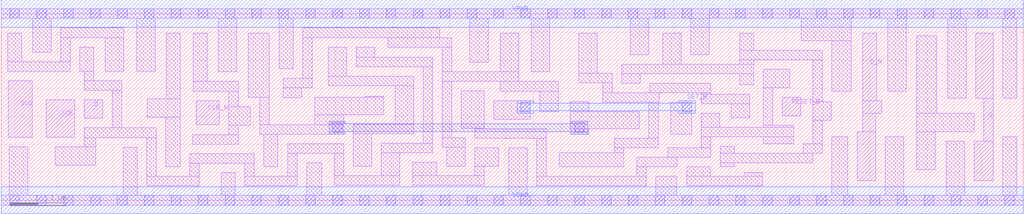
<source format=lef>
# Copyright 2020 The SkyWater PDK Authors
#
# Licensed under the Apache License, Version 2.0 (the "License");
# you may not use this file except in compliance with the License.
# You may obtain a copy of the License at
#
#     https://www.apache.org/licenses/LICENSE-2.0
#
# Unless required by applicable law or agreed to in writing, software
# distributed under the License is distributed on an "AS IS" BASIS,
# WITHOUT WARRANTIES OR CONDITIONS OF ANY KIND, either express or implied.
# See the License for the specific language governing permissions and
# limitations under the License.
#
# SPDX-License-Identifier: Apache-2.0

VERSION 5.7 ;
  NOWIREEXTENSIONATPIN ON ;
  DIVIDERCHAR "/" ;
  BUSBITCHARS "[]" ;
UNITS
  DATABASE MICRONS 2000 ;
END UNITS
MACRO sky130_fd_sc_hs__a2111o_1
  CLASS CORE ;
  FOREIGN sky130_fd_sc_hs__a2111o_1 ;
  ORIGIN  0.000000  0.000000 ;
  SIZE  4.320000 BY  3.330000 ;
  SYMMETRY X Y ;
  SITE unit ;
  PIN A1
    ANTENNAGATEAREA  0.246000 ;
    DIRECTION INPUT ;
    USE SIGNAL ;
    PORT
      LAYER li1 ;
        RECT 0.125000 0.440000 0.840000 0.670000 ;
        RECT 0.510000 0.255000 0.840000 0.440000 ;
    END
  END A1
  PIN A2
    ANTENNAGATEAREA  0.246000 ;
    DIRECTION INPUT ;
    USE SIGNAL ;
    PORT
      LAYER li1 ;
        RECT 1.050000 1.500000 2.275000 1.800000 ;
    END
  END A2
  PIN B1
    ANTENNAGATEAREA  0.246000 ;
    DIRECTION INPUT ;
    USE SIGNAL ;
    PORT
      LAYER li1 ;
        RECT 1.435000 0.255000 1.795000 0.490000 ;
        RECT 1.595000 0.490000 1.795000 0.670000 ;
    END
  END B1
  PIN C1
    ANTENNAGATEAREA  0.246000 ;
    DIRECTION INPUT ;
    USE SIGNAL ;
    PORT
      LAYER li1 ;
        RECT 2.005000 0.255000 2.335000 0.490000 ;
        RECT 2.005000 0.490000 2.245000 0.670000 ;
    END
  END C1
  PIN D1
    ANTENNAGATEAREA  0.246000 ;
    DIRECTION INPUT ;
    USE SIGNAL ;
    PORT
      LAYER li1 ;
        RECT 2.445000 1.500000 2.775000 1.800000 ;
    END
  END D1
  PIN X
    ANTENNADIFFAREA  0.504100 ;
    DIRECTION OUTPUT ;
    USE SIGNAL ;
    PORT
      LAYER li1 ;
        RECT 3.860000 0.370000 4.195000 2.980000 ;
    END
  END X
  PIN VGND
    DIRECTION INOUT ;
    USE GROUND ;
    PORT
      LAYER met1 ;
        RECT 0.000000 -0.245000 4.320000 0.245000 ;
    END
  END VGND
  PIN VPWR
    DIRECTION INOUT ;
    USE POWER ;
    PORT
      LAYER met1 ;
        RECT 0.000000 3.085000 4.320000 3.575000 ;
    END
  END VPWR
  OBS
    LAYER li1 ;
      RECT 0.000000 -0.085000 4.320000 0.085000 ;
      RECT 0.000000  3.245000 4.320000 3.415000 ;
      RECT 0.360000  1.940000 0.690000 1.970000 ;
      RECT 0.360000  1.970000 1.630000 2.140000 ;
      RECT 0.360000  2.140000 0.690000 2.980000 ;
      RECT 0.385000  0.840000 0.715000 1.160000 ;
      RECT 0.385000  1.160000 3.115000 1.320000 ;
      RECT 0.385000  1.320000 3.690000 1.330000 ;
      RECT 0.385000  1.330000 0.715000 1.340000 ;
      RECT 0.890000  2.310000 1.100000 3.245000 ;
      RECT 1.095000  0.085000 1.265000 0.660000 ;
      RECT 1.095000  0.660000 1.425000 0.990000 ;
      RECT 1.300000  2.140000 1.630000 2.980000 ;
      RECT 1.715000  0.840000 2.045000 1.160000 ;
      RECT 2.415000  0.660000 2.675000 0.990000 ;
      RECT 2.505000  0.085000 2.675000 0.660000 ;
      RECT 2.530000  1.970000 3.115000 2.140000 ;
      RECT 2.530000  2.140000 2.860000 2.980000 ;
      RECT 2.845000  0.660000 3.115000 1.160000 ;
      RECT 2.945000  1.330000 3.690000 1.650000 ;
      RECT 2.945000  1.650000 3.115000 1.970000 ;
      RECT 3.410000  1.820000 3.660000 3.245000 ;
      RECT 3.435000  0.085000 3.685000 1.150000 ;
    LAYER mcon ;
      RECT 0.155000 -0.085000 0.325000 0.085000 ;
      RECT 0.155000  3.245000 0.325000 3.415000 ;
      RECT 0.635000 -0.085000 0.805000 0.085000 ;
      RECT 0.635000  3.245000 0.805000 3.415000 ;
      RECT 1.115000 -0.085000 1.285000 0.085000 ;
      RECT 1.115000  3.245000 1.285000 3.415000 ;
      RECT 1.595000 -0.085000 1.765000 0.085000 ;
      RECT 1.595000  3.245000 1.765000 3.415000 ;
      RECT 2.075000 -0.085000 2.245000 0.085000 ;
      RECT 2.075000  3.245000 2.245000 3.415000 ;
      RECT 2.555000 -0.085000 2.725000 0.085000 ;
      RECT 2.555000  3.245000 2.725000 3.415000 ;
      RECT 3.035000 -0.085000 3.205000 0.085000 ;
      RECT 3.035000  3.245000 3.205000 3.415000 ;
      RECT 3.515000 -0.085000 3.685000 0.085000 ;
      RECT 3.515000  3.245000 3.685000 3.415000 ;
      RECT 3.995000 -0.085000 4.165000 0.085000 ;
      RECT 3.995000  3.245000 4.165000 3.415000 ;
  END
END sky130_fd_sc_hs__a2111o_1


MACRO sky130_fd_sc_hs__a2111o_2
  CLASS CORE ;
  FOREIGN sky130_fd_sc_hs__a2111o_2 ;
  ORIGIN  0.000000  0.000000 ;
  SIZE  4.800000 BY  3.330000 ;
  SYMMETRY X Y ;
  SITE unit ;
  PIN A1
    ANTENNAGATEAREA  0.279000 ;
    DIRECTION INPUT ;
    USE SIGNAL ;
    PORT
      LAYER li1 ;
        RECT 4.365000 1.350000 4.695000 1.780000 ;
    END
  END A1
  PIN A2
    ANTENNAGATEAREA  0.279000 ;
    DIRECTION INPUT ;
    USE SIGNAL ;
    PORT
      LAYER li1 ;
        RECT 3.485000 1.350000 4.195000 1.780000 ;
    END
  END A2
  PIN B1
    ANTENNAGATEAREA  0.279000 ;
    DIRECTION INPUT ;
    USE SIGNAL ;
    PORT
      LAYER li1 ;
        RECT 2.985000 1.350000 3.315000 1.780000 ;
    END
  END B1
  PIN C1
    ANTENNAGATEAREA  0.279000 ;
    DIRECTION INPUT ;
    USE SIGNAL ;
    PORT
      LAYER li1 ;
        RECT 2.445000 1.350000 2.775000 2.890000 ;
    END
  END C1
  PIN D1
    ANTENNAGATEAREA  0.279000 ;
    DIRECTION INPUT ;
    USE SIGNAL ;
    PORT
      LAYER li1 ;
        RECT 1.565000 1.350000 2.275000 1.780000 ;
    END
  END D1
  PIN X
    ANTENNADIFFAREA  0.543200 ;
    DIRECTION OUTPUT ;
    USE SIGNAL ;
    PORT
      LAYER li1 ;
        RECT 0.605000 1.550000 0.860000 2.980000 ;
        RECT 0.690000 0.350000 0.860000 1.550000 ;
    END
  END X
  PIN VGND
    DIRECTION INOUT ;
    USE GROUND ;
    PORT
      LAYER met1 ;
        RECT 0.000000 -0.245000 4.800000 0.245000 ;
    END
  END VGND
  PIN VPWR
    DIRECTION INOUT ;
    USE POWER ;
    PORT
      LAYER met1 ;
        RECT 0.000000 3.085000 4.800000 3.575000 ;
    END
  END VPWR
  OBS
    LAYER li1 ;
      RECT 0.000000 -0.085000 4.800000 0.085000 ;
      RECT 0.000000  3.245000 4.800000 3.415000 ;
      RECT 0.155000  1.820000 0.405000 3.245000 ;
      RECT 0.180000  0.085000 0.510000 1.130000 ;
      RECT 1.030000  1.220000 1.360000 1.550000 ;
      RECT 1.040000  0.085000 1.370000 0.840000 ;
      RECT 1.055000  2.290000 1.385000 3.245000 ;
      RECT 1.190000  1.010000 4.520000 1.180000 ;
      RECT 1.190000  1.180000 1.360000 1.220000 ;
      RECT 1.190000  1.550000 1.360000 1.950000 ;
      RECT 1.190000  1.950000 2.085000 2.120000 ;
      RECT 1.755000  2.120000 2.085000 2.980000 ;
      RECT 1.780000  0.350000 2.030000 1.010000 ;
      RECT 2.210000  0.085000 2.580000 0.840000 ;
      RECT 2.760000  0.350000 3.010000 1.010000 ;
      RECT 3.135000  1.950000 4.545000 2.120000 ;
      RECT 3.135000  2.120000 3.505000 2.980000 ;
      RECT 3.180000  0.085000 3.730000 0.840000 ;
      RECT 3.675000  2.290000 4.045000 3.245000 ;
      RECT 4.190000  0.350000 4.520000 1.010000 ;
      RECT 4.215000  2.120000 4.545000 2.980000 ;
    LAYER mcon ;
      RECT 0.155000 -0.085000 0.325000 0.085000 ;
      RECT 0.155000  3.245000 0.325000 3.415000 ;
      RECT 0.635000 -0.085000 0.805000 0.085000 ;
      RECT 0.635000  3.245000 0.805000 3.415000 ;
      RECT 1.115000 -0.085000 1.285000 0.085000 ;
      RECT 1.115000  3.245000 1.285000 3.415000 ;
      RECT 1.595000 -0.085000 1.765000 0.085000 ;
      RECT 1.595000  3.245000 1.765000 3.415000 ;
      RECT 2.075000 -0.085000 2.245000 0.085000 ;
      RECT 2.075000  3.245000 2.245000 3.415000 ;
      RECT 2.555000 -0.085000 2.725000 0.085000 ;
      RECT 2.555000  3.245000 2.725000 3.415000 ;
      RECT 3.035000 -0.085000 3.205000 0.085000 ;
      RECT 3.035000  3.245000 3.205000 3.415000 ;
      RECT 3.515000 -0.085000 3.685000 0.085000 ;
      RECT 3.515000  3.245000 3.685000 3.415000 ;
      RECT 3.995000 -0.085000 4.165000 0.085000 ;
      RECT 3.995000  3.245000 4.165000 3.415000 ;
      RECT 4.475000 -0.085000 4.645000 0.085000 ;
      RECT 4.475000  3.245000 4.645000 3.415000 ;
  END
END sky130_fd_sc_hs__a2111o_2
MACRO sky130_fd_sc_hs__a2111o_4
  CLASS CORE ;
  FOREIGN sky130_fd_sc_hs__a2111o_4 ;
  ORIGIN  0.000000  0.000000 ;
  SIZE  8.160000 BY  3.330000 ;
  SYMMETRY X Y ;
  SITE unit ;
  PIN A1
    ANTENNAGATEAREA  0.492000 ;
    DIRECTION INPUT ;
    USE SIGNAL ;
    PORT
      LAYER li1 ;
        RECT 6.285000 1.450000 7.075000 1.780000 ;
    END
  END A1
  PIN A2
    ANTENNAGATEAREA  0.492000 ;
    DIRECTION INPUT ;
    USE SIGNAL ;
    PORT
      LAYER li1 ;
        RECT 7.245000 1.260000 8.035000 1.780000 ;
    END
  END A2
  PIN B1
    ANTENNAGATEAREA  0.492000 ;
    DIRECTION INPUT ;
    USE SIGNAL ;
    PORT
      LAYER li1 ;
        RECT 5.405000 1.450000 6.115000 1.780000 ;
    END
  END B1
  PIN C1
    ANTENNAGATEAREA  0.492000 ;
    DIRECTION INPUT ;
    USE SIGNAL ;
    PORT
      LAYER li1 ;
        RECT 3.965000 1.450000 5.155000 1.780000 ;
    END
  END C1
  PIN D1
    ANTENNAGATEAREA  0.492000 ;
    DIRECTION INPUT ;
    USE SIGNAL ;
    PORT
      LAYER li1 ;
        RECT 3.385000 1.260000 3.715000 1.780000 ;
    END
  END D1
  PIN X
    ANTENNADIFFAREA  1.086400 ;
    DIRECTION OUTPUT ;
    USE SIGNAL ;
    PORT
      LAYER li1 ;
        RECT 0.125000 0.960000 2.445000 1.130000 ;
        RECT 0.125000 1.130000 0.650000 1.800000 ;
        RECT 0.125000 1.800000 2.065000 1.970000 ;
        RECT 0.835000 1.970000 1.165000 2.980000 ;
        RECT 1.415000 0.350000 1.665000 0.960000 ;
        RECT 1.735000 1.970000 2.065000 2.980000 ;
        RECT 2.195000 0.350000 2.445000 0.960000 ;
    END
  END X
  PIN VGND
    DIRECTION INOUT ;
    USE GROUND ;
    PORT
      LAYER met1 ;
        RECT 0.000000 -0.245000 8.160000 0.245000 ;
    END
  END VGND
  PIN VPWR
    DIRECTION INOUT ;
    USE POWER ;
    PORT
      LAYER met1 ;
        RECT 0.000000 3.085000 8.160000 3.575000 ;
    END
  END VPWR
  OBS
    LAYER li1 ;
      RECT 0.000000 -0.085000 8.160000 0.085000 ;
      RECT 0.000000  3.245000 8.160000 3.415000 ;
      RECT 0.385000  2.140000 0.635000 3.245000 ;
      RECT 0.870000  1.300000 3.215000 1.630000 ;
      RECT 0.905000  0.085000 1.235000 0.790000 ;
      RECT 1.365000  2.140000 1.535000 3.245000 ;
      RECT 1.845000  0.085000 2.015000 0.790000 ;
      RECT 2.265000  1.820000 2.515000 3.245000 ;
      RECT 2.625000  0.085000 2.875000 1.030000 ;
      RECT 2.705000  2.290000 3.035000 2.905000 ;
      RECT 2.705000  2.905000 4.835000 3.075000 ;
      RECT 3.045000  0.350000 3.350000 0.920000 ;
      RECT 3.045000  0.920000 4.220000 1.090000 ;
      RECT 3.045000  1.090000 3.215000 1.300000 ;
      RECT 3.045000  1.630000 3.215000 1.950000 ;
      RECT 3.045000  1.950000 3.405000 2.120000 ;
      RECT 3.235000  2.120000 3.405000 2.735000 ;
      RECT 3.530000  0.085000 3.870000 0.750000 ;
      RECT 3.605000  1.950000 3.935000 2.905000 ;
      RECT 4.050000  0.350000 4.220000 0.920000 ;
      RECT 4.050000  1.090000 4.220000 1.110000 ;
      RECT 4.050000  1.110000 6.770000 1.280000 ;
      RECT 4.135000  1.950000 5.805000 2.120000 ;
      RECT 4.135000  2.120000 4.305000 2.735000 ;
      RECT 4.400000  0.085000 4.740000 0.940000 ;
      RECT 4.505000  2.290000 4.835000 2.905000 ;
      RECT 4.920000  0.350000 5.090000 1.110000 ;
      RECT 5.025000  2.290000 5.305000 2.905000 ;
      RECT 5.025000  2.905000 6.175000 3.075000 ;
      RECT 5.270000  0.085000 5.600000 0.940000 ;
      RECT 5.475000  2.120000 5.805000 2.735000 ;
      RECT 6.005000  1.950000 8.055000 2.120000 ;
      RECT 6.005000  2.120000 6.175000 2.905000 ;
      RECT 6.010000  0.285000 7.120000 0.455000 ;
      RECT 6.010000  0.455000 6.340000 0.940000 ;
      RECT 6.375000  2.290000 6.705000 3.245000 ;
      RECT 6.510000  0.625000 6.770000 1.110000 ;
      RECT 6.905000  2.120000 7.075000 2.980000 ;
      RECT 6.950000  0.455000 7.120000 0.920000 ;
      RECT 6.950000  0.920000 8.060000 1.090000 ;
      RECT 7.275000  2.290000 7.525000 3.245000 ;
      RECT 7.300000  0.085000 7.630000 0.750000 ;
      RECT 7.725000  2.120000 8.055000 2.980000 ;
      RECT 7.810000  0.350000 8.060000 0.920000 ;
    LAYER mcon ;
      RECT 0.155000 -0.085000 0.325000 0.085000 ;
      RECT 0.155000  3.245000 0.325000 3.415000 ;
      RECT 0.635000 -0.085000 0.805000 0.085000 ;
      RECT 0.635000  3.245000 0.805000 3.415000 ;
      RECT 1.115000 -0.085000 1.285000 0.085000 ;
      RECT 1.115000  3.245000 1.285000 3.415000 ;
      RECT 1.595000 -0.085000 1.765000 0.085000 ;
      RECT 1.595000  3.245000 1.765000 3.415000 ;
      RECT 2.075000 -0.085000 2.245000 0.085000 ;
      RECT 2.075000  3.245000 2.245000 3.415000 ;
      RECT 2.555000 -0.085000 2.725000 0.085000 ;
      RECT 2.555000  3.245000 2.725000 3.415000 ;
      RECT 3.035000 -0.085000 3.205000 0.085000 ;
      RECT 3.035000  3.245000 3.205000 3.415000 ;
      RECT 3.515000 -0.085000 3.685000 0.085000 ;
      RECT 3.515000  3.245000 3.685000 3.415000 ;
      RECT 3.995000 -0.085000 4.165000 0.085000 ;
      RECT 3.995000  3.245000 4.165000 3.415000 ;
      RECT 4.475000 -0.085000 4.645000 0.085000 ;
      RECT 4.475000  3.245000 4.645000 3.415000 ;
      RECT 4.955000 -0.085000 5.125000 0.085000 ;
      RECT 4.955000  3.245000 5.125000 3.415000 ;
      RECT 5.435000 -0.085000 5.605000 0.085000 ;
      RECT 5.435000  3.245000 5.605000 3.415000 ;
      RECT 5.915000 -0.085000 6.085000 0.085000 ;
      RECT 5.915000  3.245000 6.085000 3.415000 ;
      RECT 6.395000 -0.085000 6.565000 0.085000 ;
      RECT 6.395000  3.245000 6.565000 3.415000 ;
      RECT 6.875000 -0.085000 7.045000 0.085000 ;
      RECT 6.875000  3.245000 7.045000 3.415000 ;
      RECT 7.355000 -0.085000 7.525000 0.085000 ;
      RECT 7.355000  3.245000 7.525000 3.415000 ;
      RECT 7.835000 -0.085000 8.005000 0.085000 ;
      RECT 7.835000  3.245000 8.005000 3.415000 ;
  END
END sky130_fd_sc_hs__a2111o_4
MACRO sky130_fd_sc_hs__a2111oi_1
  CLASS CORE ;
  FOREIGN sky130_fd_sc_hs__a2111oi_1 ;
  ORIGIN  0.000000  0.000000 ;
  SIZE  3.360000 BY  3.330000 ;
  SYMMETRY X Y ;
  SITE unit ;
  PIN A1
    ANTENNAGATEAREA  0.279000 ;
    DIRECTION INPUT ;
    USE SIGNAL ;
    PORT
      LAYER li1 ;
        RECT 2.045000 1.350000 2.415000 1.780000 ;
    END
  END A1
  PIN A2
    ANTENNAGATEAREA  0.279000 ;
    DIRECTION INPUT ;
    USE SIGNAL ;
    PORT
      LAYER li1 ;
        RECT 2.625000 1.180000 3.235000 1.550000 ;
    END
  END A2
  PIN B1
    ANTENNAGATEAREA  0.279000 ;
    DIRECTION INPUT ;
    USE SIGNAL ;
    PORT
      LAYER li1 ;
        RECT 1.545000 1.350000 1.875000 1.780000 ;
    END
  END B1
  PIN C1
    ANTENNAGATEAREA  0.279000 ;
    DIRECTION INPUT ;
    USE SIGNAL ;
    PORT
      LAYER li1 ;
        RECT 1.005000 1.350000 1.335000 1.780000 ;
    END
  END C1
  PIN D1
    ANTENNAGATEAREA  0.279000 ;
    DIRECTION INPUT ;
    USE SIGNAL ;
    PORT
      LAYER li1 ;
        RECT 0.465000 1.350000 0.835000 1.780000 ;
    END
  END D1
  PIN Y
    ANTENNADIFFAREA  0.722400 ;
    DIRECTION OUTPUT ;
    USE SIGNAL ;
    PORT
      LAYER li1 ;
        RECT 0.125000 1.010000 2.180000 1.180000 ;
        RECT 0.125000 1.180000 0.295000 1.950000 ;
        RECT 0.125000 1.950000 1.315000 2.980000 ;
        RECT 0.850000 0.350000 1.100000 1.010000 ;
        RECT 1.850000 0.350000 2.180000 1.010000 ;
    END
  END Y
  PIN VGND
    DIRECTION INOUT ;
    USE GROUND ;
    PORT
      LAYER met1 ;
        RECT 0.000000 -0.245000 3.360000 0.245000 ;
    END
  END VGND
  PIN VPWR
    DIRECTION INOUT ;
    USE POWER ;
    PORT
      LAYER met1 ;
        RECT 0.000000 3.085000 3.360000 3.575000 ;
    END
  END VPWR
  OBS
    LAYER li1 ;
      RECT 0.000000 -0.085000 3.360000 0.085000 ;
      RECT 0.000000  3.245000 3.360000 3.415000 ;
      RECT 0.340000  0.085000 0.670000 0.840000 ;
      RECT 1.270000  0.085000 1.680000 0.840000 ;
      RECT 1.695000  1.950000 3.105000 2.120000 ;
      RECT 1.695000  2.120000 2.065000 2.980000 ;
      RECT 2.235000  2.290000 2.605000 3.245000 ;
      RECT 2.750000  0.085000 3.080000 1.010000 ;
      RECT 2.775000  1.820000 3.105000 1.950000 ;
      RECT 2.775000  2.120000 3.105000 2.980000 ;
    LAYER mcon ;
      RECT 0.155000 -0.085000 0.325000 0.085000 ;
      RECT 0.155000  3.245000 0.325000 3.415000 ;
      RECT 0.635000 -0.085000 0.805000 0.085000 ;
      RECT 0.635000  3.245000 0.805000 3.415000 ;
      RECT 1.115000 -0.085000 1.285000 0.085000 ;
      RECT 1.115000  3.245000 1.285000 3.415000 ;
      RECT 1.595000 -0.085000 1.765000 0.085000 ;
      RECT 1.595000  3.245000 1.765000 3.415000 ;
      RECT 2.075000 -0.085000 2.245000 0.085000 ;
      RECT 2.075000  3.245000 2.245000 3.415000 ;
      RECT 2.555000 -0.085000 2.725000 0.085000 ;
      RECT 2.555000  3.245000 2.725000 3.415000 ;
      RECT 3.035000 -0.085000 3.205000 0.085000 ;
      RECT 3.035000  3.245000 3.205000 3.415000 ;
  END
END sky130_fd_sc_hs__a2111oi_1
MACRO sky130_fd_sc_hs__a2111oi_2
  CLASS CORE ;
  FOREIGN sky130_fd_sc_hs__a2111oi_2 ;
  ORIGIN  0.000000  0.000000 ;
  SIZE  5.760000 BY  3.330000 ;
  SYMMETRY X Y ;
  SITE unit ;
  PIN A1
    ANTENNAGATEAREA  0.558000 ;
    DIRECTION INPUT ;
    USE SIGNAL ;
    PORT
      LAYER li1 ;
        RECT 3.965000 1.350000 4.675000 1.780000 ;
    END
  END A1
  PIN A2
    ANTENNAGATEAREA  0.558000 ;
    DIRECTION INPUT ;
    USE SIGNAL ;
    PORT
      LAYER li1 ;
        RECT 4.850000 1.350000 5.180000 1.780000 ;
    END
  END A2
  PIN B1
    ANTENNAGATEAREA  0.447000 ;
    DIRECTION INPUT ;
    USE SIGNAL ;
    PORT
      LAYER li1 ;
        RECT 3.005000 1.180000 3.715000 1.550000 ;
    END
  END B1
  PIN C1
    ANTENNAGATEAREA  0.447000 ;
    DIRECTION INPUT ;
    USE SIGNAL ;
    PORT
      LAYER li1 ;
        RECT 1.505000 1.350000 2.755000 1.780000 ;
    END
  END C1
  PIN D1
    ANTENNAGATEAREA  0.447000 ;
    DIRECTION INPUT ;
    USE SIGNAL ;
    PORT
      LAYER li1 ;
        RECT 0.605000 1.350000 1.315000 1.780000 ;
    END
  END D1
  PIN Y
    ANTENNADIFFAREA  1.027900 ;
    DIRECTION OUTPUT ;
    USE SIGNAL ;
    PORT
      LAYER li1 ;
        RECT 0.125000 1.010000 2.500000 1.180000 ;
        RECT 0.125000 1.180000 0.355000 1.950000 ;
        RECT 0.125000 1.950000 1.085000 2.120000 ;
        RECT 0.755000 2.120000 1.085000 2.735000 ;
        RECT 1.160000 0.350000 1.490000 1.010000 ;
        RECT 2.170000 0.350000 2.500000 0.770000 ;
        RECT 2.170000 0.770000 4.330000 0.975000 ;
        RECT 2.170000 0.975000 2.500000 1.010000 ;
        RECT 4.000000 0.975000 4.330000 1.130000 ;
    END
  END Y
  PIN VGND
    DIRECTION INOUT ;
    USE GROUND ;
    PORT
      LAYER met1 ;
        RECT 0.000000 -0.245000 5.760000 0.245000 ;
    END
  END VGND
  PIN VPWR
    DIRECTION INOUT ;
    USE POWER ;
    PORT
      LAYER met1 ;
        RECT 0.000000 3.085000 5.760000 3.575000 ;
    END
  END VPWR
  OBS
    LAYER li1 ;
      RECT 0.000000 -0.085000 5.760000 0.085000 ;
      RECT 0.000000  3.245000 5.760000 3.415000 ;
      RECT 0.305000  2.290000 0.555000 2.905000 ;
      RECT 0.305000  2.905000 2.435000 3.075000 ;
      RECT 0.660000  0.085000 0.990000 0.840000 ;
      RECT 1.285000  1.950000 1.455000 2.905000 ;
      RECT 1.655000  1.950000 3.325000 2.120000 ;
      RECT 1.655000  2.120000 1.985000 2.735000 ;
      RECT 1.660000  0.085000 2.000000 0.840000 ;
      RECT 2.185000  2.290000 2.435000 2.905000 ;
      RECT 2.625000  2.290000 2.905000 2.905000 ;
      RECT 2.625000  2.905000 3.855000 3.075000 ;
      RECT 3.075000  1.820000 3.325000 1.950000 ;
      RECT 3.075000  2.120000 3.325000 2.735000 ;
      RECT 3.525000  1.950000 5.655000 2.120000 ;
      RECT 3.525000  2.120000 3.855000 2.905000 ;
      RECT 3.570000  0.350000 4.680000 0.600000 ;
      RECT 4.055000  2.290000 4.225000 3.245000 ;
      RECT 4.425000  2.120000 4.675000 2.980000 ;
      RECT 4.510000  0.600000 4.680000 1.010000 ;
      RECT 4.510000  1.010000 5.630000 1.180000 ;
      RECT 4.860000  0.085000 5.200000 0.840000 ;
      RECT 4.875000  2.290000 5.205000 3.245000 ;
      RECT 5.380000  0.350000 5.630000 1.010000 ;
      RECT 5.405000  1.820000 5.655000 1.950000 ;
      RECT 5.405000  2.120000 5.655000 2.980000 ;
    LAYER mcon ;
      RECT 0.155000 -0.085000 0.325000 0.085000 ;
      RECT 0.155000  3.245000 0.325000 3.415000 ;
      RECT 0.635000 -0.085000 0.805000 0.085000 ;
      RECT 0.635000  3.245000 0.805000 3.415000 ;
      RECT 1.115000 -0.085000 1.285000 0.085000 ;
      RECT 1.115000  3.245000 1.285000 3.415000 ;
      RECT 1.595000 -0.085000 1.765000 0.085000 ;
      RECT 1.595000  3.245000 1.765000 3.415000 ;
      RECT 2.075000 -0.085000 2.245000 0.085000 ;
      RECT 2.075000  3.245000 2.245000 3.415000 ;
      RECT 2.555000 -0.085000 2.725000 0.085000 ;
      RECT 2.555000  3.245000 2.725000 3.415000 ;
      RECT 3.035000 -0.085000 3.205000 0.085000 ;
      RECT 3.035000  3.245000 3.205000 3.415000 ;
      RECT 3.515000 -0.085000 3.685000 0.085000 ;
      RECT 3.515000  3.245000 3.685000 3.415000 ;
      RECT 3.995000 -0.085000 4.165000 0.085000 ;
      RECT 3.995000  3.245000 4.165000 3.415000 ;
      RECT 4.475000 -0.085000 4.645000 0.085000 ;
      RECT 4.475000  3.245000 4.645000 3.415000 ;
      RECT 4.955000 -0.085000 5.125000 0.085000 ;
      RECT 4.955000  3.245000 5.125000 3.415000 ;
      RECT 5.435000 -0.085000 5.605000 0.085000 ;
      RECT 5.435000  3.245000 5.605000 3.415000 ;
  END
END sky130_fd_sc_hs__a2111oi_2
MACRO sky130_fd_sc_hs__a2111oi_4
  CLASS CORE ;
  FOREIGN sky130_fd_sc_hs__a2111oi_4 ;
  ORIGIN  0.000000  0.000000 ;
  SIZE  10.08000 BY  3.330000 ;
  SYMMETRY X Y ;
  SITE unit ;
  PIN A1
    ANTENNAGATEAREA  1.116000 ;
    DIRECTION INPUT ;
    USE SIGNAL ;
    PORT
      LAYER li1 ;
        RECT 6.450000 1.350000 8.035000 1.780000 ;
    END
  END A1
  PIN A2
    ANTENNAGATEAREA  1.116000 ;
    DIRECTION INPUT ;
    USE SIGNAL ;
    PORT
      LAYER li1 ;
        RECT 8.205000 1.350000 9.555000 1.780000 ;
    END
  END A2
  PIN B1
    ANTENNAGATEAREA  0.894000 ;
    DIRECTION INPUT ;
    USE SIGNAL ;
    PORT
      LAYER li1 ;
        RECT 4.275000 1.350000 6.075000 1.780000 ;
    END
  END B1
  PIN C1
    ANTENNAGATEAREA  0.894000 ;
    DIRECTION INPUT ;
    USE SIGNAL ;
    PORT
      LAYER li1 ;
        RECT 2.235000 1.350000 3.510000 1.780000 ;
    END
  END C1
  PIN D1
    ANTENNAGATEAREA  0.894000 ;
    DIRECTION INPUT ;
    USE SIGNAL ;
    PORT
      LAYER li1 ;
        RECT 0.555000 1.180000 1.905000 1.550000 ;
    END
  END D1
  PIN Y
    ANTENNADIFFAREA  1.708000 ;
    DIRECTION OUTPUT ;
    USE SIGNAL ;
    PORT
      LAYER li1 ;
        RECT 0.125000 0.840000 2.640000 1.010000 ;
        RECT 0.125000 1.010000 0.355000 1.720000 ;
        RECT 0.125000 1.720000 1.705000 1.890000 ;
        RECT 0.555000 1.890000 0.885000 2.735000 ;
        RECT 1.455000 1.890000 1.705000 2.735000 ;
        RECT 1.530000 0.330000 1.700000 0.840000 ;
        RECT 2.390000 0.350000 2.640000 0.840000 ;
        RECT 2.390000 1.010000 7.740000 1.130000 ;
        RECT 2.390000 1.130000 6.880000 1.180000 ;
        RECT 4.070000 0.350000 4.320000 0.975000 ;
        RECT 4.070000 0.975000 7.740000 1.010000 ;
        RECT 6.550000 0.770000 6.880000 0.915000 ;
        RECT 6.550000 0.915000 7.740000 0.975000 ;
        RECT 7.410000 0.770000 7.740000 0.915000 ;
    END
  END Y
  PIN VGND
    DIRECTION INOUT ;
    USE GROUND ;
    PORT
      LAYER met1 ;
        RECT 0.000000 -0.245000 10.080000 0.245000 ;
    END
  END VGND
  PIN VPWR
    DIRECTION INOUT ;
    USE POWER ;
    PORT
      LAYER met1 ;
        RECT 0.000000 3.085000 10.080000 3.575000 ;
    END
  END VPWR
  OBS
    LAYER li1 ;
      RECT 0.000000 -0.085000 10.080000 0.085000 ;
      RECT 0.000000  3.245000 10.080000 3.415000 ;
      RECT 0.105000  2.060000  0.355000 2.905000 ;
      RECT 0.105000  2.905000  2.235000 3.075000 ;
      RECT 1.020000  0.085000  1.350000 0.670000 ;
      RECT 1.085000  2.060000  1.255000 2.905000 ;
      RECT 1.880000  0.085000  2.210000 0.670000 ;
      RECT 1.905000  1.950000  4.035000 2.120000 ;
      RECT 1.905000  2.120000  2.235000 2.905000 ;
      RECT 2.435000  2.290000  2.685000 2.905000 ;
      RECT 2.435000  2.905000  5.925000 3.075000 ;
      RECT 2.810000  0.085000  3.900000 0.840000 ;
      RECT 2.855000  2.120000  3.085000 2.735000 ;
      RECT 3.255000  2.290000  3.585000 2.905000 ;
      RECT 3.705000  1.820000  4.035000 1.950000 ;
      RECT 3.755000  2.120000  4.035000 2.735000 ;
      RECT 4.245000  1.950000  9.975000 2.120000 ;
      RECT 4.245000  2.120000  4.525000 2.735000 ;
      RECT 4.500000  0.085000  4.830000 0.805000 ;
      RECT 4.695000  2.290000  5.025000 2.905000 ;
      RECT 5.195000  2.120000  5.425000 2.735000 ;
      RECT 5.595000  2.290000  5.925000 2.905000 ;
      RECT 6.120000  0.350000  8.090000 0.600000 ;
      RECT 6.120000  0.600000  6.380000 0.680000 ;
      RECT 6.125000  2.120000  6.295000 2.980000 ;
      RECT 6.495000  2.290000  6.825000 3.245000 ;
      RECT 7.025000  2.120000  7.195000 2.980000 ;
      RECT 7.040000  0.600000  7.250000 0.680000 ;
      RECT 7.395000  2.290000  7.725000 3.245000 ;
      RECT 7.920000  0.600000  8.090000 1.010000 ;
      RECT 7.920000  1.010000  9.890000 1.180000 ;
      RECT 7.925000  2.120000  8.095000 2.980000 ;
      RECT 8.270000  0.085000  8.600000 0.840000 ;
      RECT 8.295000  2.290000  8.545000 3.245000 ;
      RECT 8.745000  2.120000  9.075000 2.980000 ;
      RECT 8.780000  0.350000  8.950000 1.010000 ;
      RECT 9.130000  0.085000  9.460000 0.840000 ;
      RECT 9.275000  2.290000  9.525000 3.245000 ;
      RECT 9.640000  0.350000  9.890000 1.010000 ;
      RECT 9.725000  1.820000  9.975000 1.950000 ;
      RECT 9.725000  2.120000  9.975000 2.980000 ;
    LAYER mcon ;
      RECT 0.155000 -0.085000 0.325000 0.085000 ;
      RECT 0.155000  3.245000 0.325000 3.415000 ;
      RECT 0.635000 -0.085000 0.805000 0.085000 ;
      RECT 0.635000  3.245000 0.805000 3.415000 ;
      RECT 1.115000 -0.085000 1.285000 0.085000 ;
      RECT 1.115000  3.245000 1.285000 3.415000 ;
      RECT 1.595000 -0.085000 1.765000 0.085000 ;
      RECT 1.595000  3.245000 1.765000 3.415000 ;
      RECT 2.075000 -0.085000 2.245000 0.085000 ;
      RECT 2.075000  3.245000 2.245000 3.415000 ;
      RECT 2.555000 -0.085000 2.725000 0.085000 ;
      RECT 2.555000  3.245000 2.725000 3.415000 ;
      RECT 3.035000 -0.085000 3.205000 0.085000 ;
      RECT 3.035000  3.245000 3.205000 3.415000 ;
      RECT 3.515000 -0.085000 3.685000 0.085000 ;
      RECT 3.515000  3.245000 3.685000 3.415000 ;
      RECT 3.995000 -0.085000 4.165000 0.085000 ;
      RECT 3.995000  3.245000 4.165000 3.415000 ;
      RECT 4.475000 -0.085000 4.645000 0.085000 ;
      RECT 4.475000  3.245000 4.645000 3.415000 ;
      RECT 4.955000 -0.085000 5.125000 0.085000 ;
      RECT 4.955000  3.245000 5.125000 3.415000 ;
      RECT 5.435000 -0.085000 5.605000 0.085000 ;
      RECT 5.435000  3.245000 5.605000 3.415000 ;
      RECT 5.915000 -0.085000 6.085000 0.085000 ;
      RECT 5.915000  3.245000 6.085000 3.415000 ;
      RECT 6.395000 -0.085000 6.565000 0.085000 ;
      RECT 6.395000  3.245000 6.565000 3.415000 ;
      RECT 6.875000 -0.085000 7.045000 0.085000 ;
      RECT 6.875000  3.245000 7.045000 3.415000 ;
      RECT 7.355000 -0.085000 7.525000 0.085000 ;
      RECT 7.355000  3.245000 7.525000 3.415000 ;
      RECT 7.835000 -0.085000 8.005000 0.085000 ;
      RECT 7.835000  3.245000 8.005000 3.415000 ;
      RECT 8.315000 -0.085000 8.485000 0.085000 ;
      RECT 8.315000  3.245000 8.485000 3.415000 ;
      RECT 8.795000 -0.085000 8.965000 0.085000 ;
      RECT 8.795000  3.245000 8.965000 3.415000 ;
      RECT 9.275000 -0.085000 9.445000 0.085000 ;
      RECT 9.275000  3.245000 9.445000 3.415000 ;
      RECT 9.755000 -0.085000 9.925000 0.085000 ;
      RECT 9.755000  3.245000 9.925000 3.415000 ;
  END
END sky130_fd_sc_hs__a2111oi_4
MACRO sky130_fd_sc_hs__a211o_1
  CLASS CORE ;
  FOREIGN sky130_fd_sc_hs__a211o_1 ;
  ORIGIN  0.000000  0.000000 ;
  SIZE  3.840000 BY  3.330000 ;
  SYMMETRY X Y ;
  SITE unit ;
  PIN A1
    ANTENNAGATEAREA  0.246000 ;
    DIRECTION INPUT ;
    USE SIGNAL ;
    PORT
      LAYER li1 ;
        RECT 2.045000 1.450000 2.755000 1.780000 ;
    END
  END A1
  PIN A2
    ANTENNAGATEAREA  0.246000 ;
    DIRECTION INPUT ;
    USE SIGNAL ;
    PORT
      LAYER li1 ;
        RECT 1.585000 1.450000 1.835000 1.780000 ;
    END
  END A2
  PIN B1
    ANTENNAGATEAREA  0.246000 ;
    DIRECTION INPUT ;
    USE SIGNAL ;
    PORT
      LAYER li1 ;
        RECT 2.045000 0.255000 2.875000 0.570000 ;
        RECT 2.045000 0.570000 2.275000 0.670000 ;
    END
  END B1
  PIN C1
    ANTENNAGATEAREA  0.246000 ;
    DIRECTION INPUT ;
    USE SIGNAL ;
    PORT
      LAYER li1 ;
        RECT 3.385000 0.255000 3.715000 0.670000 ;
    END
  END C1
  PIN X
    ANTENNADIFFAREA  0.504100 ;
    DIRECTION OUTPUT ;
    USE SIGNAL ;
    PORT
      LAYER li1 ;
        RECT 0.085000 0.435000 1.075000 1.130000 ;
        RECT 0.085000 1.130000 0.255000 1.820000 ;
        RECT 0.085000 1.820000 0.435000 2.980000 ;
        RECT 0.825000 0.345000 1.075000 0.435000 ;
    END
  END X
  PIN VGND
    DIRECTION INOUT ;
    USE GROUND ;
    PORT
      LAYER met1 ;
        RECT 0.000000 -0.245000 3.840000 0.245000 ;
    END
  END VGND
  PIN VPWR
    DIRECTION INOUT ;
    USE POWER ;
    PORT
      LAYER met1 ;
        RECT 0.000000 3.085000 3.840000 3.575000 ;
    END
  END VPWR
  OBS
    LAYER li1 ;
      RECT 0.000000 -0.085000 3.840000 0.085000 ;
      RECT 0.000000  3.245000 3.840000 3.415000 ;
      RECT 0.425000  1.400000 1.415000 1.650000 ;
      RECT 0.635000  1.820000 0.885000 3.245000 ;
      RECT 1.245000  1.110000 3.540000 1.280000 ;
      RECT 1.245000  1.280000 1.415000 1.400000 ;
      RECT 1.255000  0.085000 1.705000 0.940000 ;
      RECT 1.355000  1.950000 2.615000 2.120000 ;
      RECT 1.355000  2.120000 1.685000 2.980000 ;
      RECT 1.885000  2.290000 2.085000 3.245000 ;
      RECT 2.280000  0.840000 2.610000 1.080000 ;
      RECT 2.280000  1.080000 3.540000 1.110000 ;
      RECT 2.285000  2.120000 2.615000 2.980000 ;
      RECT 2.780000  0.740000 3.215000 0.910000 ;
      RECT 3.045000  0.085000 3.215000 0.740000 ;
      RECT 3.125000  1.280000 3.540000 2.980000 ;
    LAYER mcon ;
      RECT 0.155000 -0.085000 0.325000 0.085000 ;
      RECT 0.155000  3.245000 0.325000 3.415000 ;
      RECT 0.635000 -0.085000 0.805000 0.085000 ;
      RECT 0.635000  3.245000 0.805000 3.415000 ;
      RECT 1.115000 -0.085000 1.285000 0.085000 ;
      RECT 1.115000  3.245000 1.285000 3.415000 ;
      RECT 1.595000 -0.085000 1.765000 0.085000 ;
      RECT 1.595000  3.245000 1.765000 3.415000 ;
      RECT 2.075000 -0.085000 2.245000 0.085000 ;
      RECT 2.075000  3.245000 2.245000 3.415000 ;
      RECT 2.555000 -0.085000 2.725000 0.085000 ;
      RECT 2.555000  3.245000 2.725000 3.415000 ;
      RECT 3.035000 -0.085000 3.205000 0.085000 ;
      RECT 3.035000  3.245000 3.205000 3.415000 ;
      RECT 3.515000 -0.085000 3.685000 0.085000 ;
      RECT 3.515000  3.245000 3.685000 3.415000 ;
  END
END sky130_fd_sc_hs__a211o_1
MACRO sky130_fd_sc_hs__a211o_2
  CLASS CORE ;
  FOREIGN sky130_fd_sc_hs__a211o_2 ;
  ORIGIN  0.000000  0.000000 ;
  SIZE  3.840000 BY  3.330000 ;
  SYMMETRY X Y ;
  SITE unit ;
  PIN A1
    ANTENNAGATEAREA  0.261000 ;
    DIRECTION INPUT ;
    USE SIGNAL ;
    PORT
      LAYER li1 ;
        RECT 2.045000 1.260000 2.535000 1.780000 ;
    END
  END A1
  PIN A2
    ANTENNAGATEAREA  0.261000 ;
    DIRECTION INPUT ;
    USE SIGNAL ;
    PORT
      LAYER li1 ;
        RECT 1.545000 1.260000 1.875000 1.780000 ;
    END
  END A2
  PIN B1
    ANTENNAGATEAREA  0.261000 ;
    DIRECTION INPUT ;
    USE SIGNAL ;
    PORT
      LAYER li1 ;
        RECT 2.745000 1.260000 3.235000 1.780000 ;
    END
  END B1
  PIN C1
    ANTENNAGATEAREA  0.261000 ;
    DIRECTION INPUT ;
    USE SIGNAL ;
    PORT
      LAYER li1 ;
        RECT 3.405000 1.450000 3.735000 1.780000 ;
    END
  END C1
  PIN X
    ANTENNADIFFAREA  0.543200 ;
    DIRECTION OUTPUT ;
    USE SIGNAL ;
    PORT
      LAYER li1 ;
        RECT 0.575000 1.010000 0.980000 1.180000 ;
        RECT 0.575000 1.180000 0.835000 2.980000 ;
        RECT 0.810000 0.350000 0.980000 1.010000 ;
    END
  END X
  PIN VGND
    DIRECTION INOUT ;
    USE GROUND ;
    PORT
      LAYER met1 ;
        RECT 0.000000 -0.245000 3.840000 0.245000 ;
    END
  END VGND
  PIN VPWR
    DIRECTION INOUT ;
    USE POWER ;
    PORT
      LAYER met1 ;
        RECT 0.000000 3.085000 3.840000 3.575000 ;
    END
  END VPWR
  OBS
    LAYER li1 ;
      RECT 0.000000 -0.085000 3.840000 0.085000 ;
      RECT 0.000000  3.245000 3.840000 3.415000 ;
      RECT 0.125000  1.820000 0.375000 3.245000 ;
      RECT 0.300000  0.085000 0.630000 0.840000 ;
      RECT 1.005000  1.350000 1.335000 1.680000 ;
      RECT 1.025000  2.290000 1.355000 3.245000 ;
      RECT 1.160000  0.085000 1.330000 0.350000 ;
      RECT 1.160000  0.350000 1.870000 0.750000 ;
      RECT 1.165000  0.920000 3.740000 1.090000 ;
      RECT 1.165000  1.090000 1.335000 1.350000 ;
      RECT 1.165000  1.680000 1.335000 1.950000 ;
      RECT 1.165000  1.950000 3.735000 2.120000 ;
      RECT 1.545000  2.290000 2.865000 2.460000 ;
      RECT 1.545000  2.460000 1.875000 2.980000 ;
      RECT 2.075000  2.630000 2.365000 3.245000 ;
      RECT 2.330000  0.350000 2.700000 0.920000 ;
      RECT 2.535000  2.460000 2.865000 2.980000 ;
      RECT 2.870000  0.085000 3.040000 0.350000 ;
      RECT 2.870000  0.350000 3.310000 0.750000 ;
      RECT 3.405000  2.120000 3.735000 2.980000 ;
      RECT 3.490000  0.350000 3.740000 0.920000 ;
      RECT 3.490000  1.090000 3.740000 1.130000 ;
    LAYER mcon ;
      RECT 0.155000 -0.085000 0.325000 0.085000 ;
      RECT 0.155000  3.245000 0.325000 3.415000 ;
      RECT 0.635000 -0.085000 0.805000 0.085000 ;
      RECT 0.635000  3.245000 0.805000 3.415000 ;
      RECT 1.115000 -0.085000 1.285000 0.085000 ;
      RECT 1.115000  3.245000 1.285000 3.415000 ;
      RECT 1.595000 -0.085000 1.765000 0.085000 ;
      RECT 1.595000  3.245000 1.765000 3.415000 ;
      RECT 2.075000 -0.085000 2.245000 0.085000 ;
      RECT 2.075000  3.245000 2.245000 3.415000 ;
      RECT 2.555000 -0.085000 2.725000 0.085000 ;
      RECT 2.555000  3.245000 2.725000 3.415000 ;
      RECT 3.035000 -0.085000 3.205000 0.085000 ;
      RECT 3.035000  3.245000 3.205000 3.415000 ;
      RECT 3.515000 -0.085000 3.685000 0.085000 ;
      RECT 3.515000  3.245000 3.685000 3.415000 ;
  END
END sky130_fd_sc_hs__a211o_2
MACRO sky130_fd_sc_hs__a211o_4
  CLASS CORE ;
  FOREIGN sky130_fd_sc_hs__a211o_4 ;
  ORIGIN  0.000000  0.000000 ;
  SIZE  7.200000 BY  3.330000 ;
  SYMMETRY X Y ;
  SITE unit ;
  PIN A1
    ANTENNAGATEAREA  0.492000 ;
    DIRECTION INPUT ;
    USE SIGNAL ;
    PORT
      LAYER li1 ;
        RECT 4.925000 1.450000 6.115000 1.780000 ;
    END
  END A1
  PIN A2
    ANTENNAGATEAREA  0.492000 ;
    DIRECTION INPUT ;
    USE SIGNAL ;
    PORT
      LAYER li1 ;
        RECT 4.925000 0.255000 5.320000 0.505000 ;
        RECT 4.925000 0.505000 5.125000 0.670000 ;
    END
  END A2
  PIN B1
    ANTENNAGATEAREA  0.492000 ;
    DIRECTION INPUT ;
    USE SIGNAL ;
    PORT
      LAYER li1 ;
        RECT 2.785000 1.470000 3.105000 1.720000 ;
        RECT 2.785000 1.720000 4.515000 1.890000 ;
        RECT 3.965000 1.470000 4.515000 1.720000 ;
        RECT 3.995000 1.890000 4.195000 2.150000 ;
    END
  END B1
  PIN C1
    ANTENNAGATEAREA  0.492000 ;
    DIRECTION INPUT ;
    USE SIGNAL ;
    PORT
      LAYER li1 ;
        RECT 3.450000 1.210000 3.780000 1.550000 ;
    END
  END C1
  PIN X
    ANTENNADIFFAREA  1.086400 ;
    DIRECTION OUTPUT ;
    USE SIGNAL ;
    PORT
      LAYER li1 ;
        RECT 0.675000 1.240000 1.795000 1.410000 ;
        RECT 0.675000 1.410000 0.925000 1.720000 ;
        RECT 0.675000 1.720000 1.905000 1.890000 ;
        RECT 0.675000 1.890000 0.925000 2.980000 ;
        RECT 1.330000 0.350000 1.500000 0.790000 ;
        RECT 1.330000 0.790000 2.370000 0.960000 ;
        RECT 1.330000 0.960000 1.795000 1.240000 ;
        RECT 1.575000 1.890000 1.905000 2.980000 ;
        RECT 2.180000 0.545000 2.370000 0.790000 ;
    END
  END X
  PIN VGND
    DIRECTION INOUT ;
    USE GROUND ;
    PORT
      LAYER met1 ;
        RECT 0.000000 -0.245000 7.200000 0.245000 ;
    END
  END VGND
  PIN VPWR
    DIRECTION INOUT ;
    USE POWER ;
    PORT
      LAYER met1 ;
        RECT 0.000000 3.085000 7.200000 3.575000 ;
    END
  END VPWR
  OBS
    LAYER li1 ;
      RECT 0.000000 -0.085000 7.200000 0.085000 ;
      RECT 0.000000  3.245000 7.200000 3.415000 ;
      RECT 0.225000  1.820000 0.475000 3.245000 ;
      RECT 0.820000  0.085000 1.150000 1.050000 ;
      RECT 1.125000  2.060000 1.375000 3.245000 ;
      RECT 1.680000  0.085000 2.010000 0.620000 ;
      RECT 1.965000  1.130000 3.280000 1.300000 ;
      RECT 1.965000  1.300000 2.615000 1.550000 ;
      RECT 2.105000  1.820000 2.275000 3.245000 ;
      RECT 2.445000  1.550000 2.615000 2.060000 ;
      RECT 2.445000  2.060000 3.825000 2.230000 ;
      RECT 2.540000  0.085000 2.870000 0.960000 ;
      RECT 2.545000  2.400000 4.710000 2.570000 ;
      RECT 2.545000  2.570000 2.875000 2.780000 ;
      RECT 3.040000  0.450000 3.280000 0.870000 ;
      RECT 3.040000  0.870000 4.245000 1.040000 ;
      RECT 3.040000  1.040000 3.280000 1.130000 ;
      RECT 3.045000  2.740000 4.300000 2.990000 ;
      RECT 3.460000  0.085000 3.790000 0.700000 ;
      RECT 3.960000  0.595000 4.245000 0.870000 ;
      RECT 3.960000  1.040000 4.245000 1.110000 ;
      RECT 3.960000  1.110000 6.055000 1.280000 ;
      RECT 4.420000  2.060000 6.910000 2.120000 ;
      RECT 4.420000  2.120000 5.960000 2.230000 ;
      RECT 4.420000  2.230000 4.710000 2.400000 ;
      RECT 4.425000  0.085000 4.755000 0.940000 ;
      RECT 4.500000  2.570000 4.710000 2.990000 ;
      RECT 4.880000  2.400000 5.555000 3.245000 ;
      RECT 5.295000  0.675000 6.405000 0.845000 ;
      RECT 5.680000  1.950000 6.910000 2.060000 ;
      RECT 5.725000  1.015000 6.055000 1.110000 ;
      RECT 5.725000  2.230000 5.960000 2.980000 ;
      RECT 6.130000  2.290000 6.460000 3.245000 ;
      RECT 6.235000  0.595000 6.405000 0.675000 ;
      RECT 6.235000  0.845000 6.405000 1.275000 ;
      RECT 6.580000  1.940000 6.910000 1.950000 ;
      RECT 6.585000  0.085000 6.915000 1.275000 ;
      RECT 6.630000  2.120000 6.910000 2.980000 ;
    LAYER mcon ;
      RECT 0.155000 -0.085000 0.325000 0.085000 ;
      RECT 0.155000  3.245000 0.325000 3.415000 ;
      RECT 0.635000 -0.085000 0.805000 0.085000 ;
      RECT 0.635000  3.245000 0.805000 3.415000 ;
      RECT 1.115000 -0.085000 1.285000 0.085000 ;
      RECT 1.115000  3.245000 1.285000 3.415000 ;
      RECT 1.595000 -0.085000 1.765000 0.085000 ;
      RECT 1.595000  3.245000 1.765000 3.415000 ;
      RECT 2.075000 -0.085000 2.245000 0.085000 ;
      RECT 2.075000  3.245000 2.245000 3.415000 ;
      RECT 2.555000 -0.085000 2.725000 0.085000 ;
      RECT 2.555000  3.245000 2.725000 3.415000 ;
      RECT 3.035000 -0.085000 3.205000 0.085000 ;
      RECT 3.035000  3.245000 3.205000 3.415000 ;
      RECT 3.515000 -0.085000 3.685000 0.085000 ;
      RECT 3.515000  3.245000 3.685000 3.415000 ;
      RECT 3.995000 -0.085000 4.165000 0.085000 ;
      RECT 3.995000  3.245000 4.165000 3.415000 ;
      RECT 4.475000 -0.085000 4.645000 0.085000 ;
      RECT 4.475000  3.245000 4.645000 3.415000 ;
      RECT 4.955000 -0.085000 5.125000 0.085000 ;
      RECT 4.955000  3.245000 5.125000 3.415000 ;
      RECT 5.435000 -0.085000 5.605000 0.085000 ;
      RECT 5.435000  3.245000 5.605000 3.415000 ;
      RECT 5.915000 -0.085000 6.085000 0.085000 ;
      RECT 5.915000  3.245000 6.085000 3.415000 ;
      RECT 6.395000 -0.085000 6.565000 0.085000 ;
      RECT 6.395000  3.245000 6.565000 3.415000 ;
      RECT 6.875000 -0.085000 7.045000 0.085000 ;
      RECT 6.875000  3.245000 7.045000 3.415000 ;
  END
END sky130_fd_sc_hs__a211o_4
MACRO sky130_fd_sc_hs__a211oi_1
  CLASS CORE ;
  FOREIGN sky130_fd_sc_hs__a211oi_1 ;
  ORIGIN  0.000000  0.000000 ;
  SIZE  2.880000 BY  3.330000 ;
  SYMMETRY X Y ;
  SITE unit ;
  PIN A1
    ANTENNAGATEAREA  0.279000 ;
    DIRECTION INPUT ;
    USE SIGNAL ;
    PORT
      LAYER li1 ;
        RECT 1.005000 1.350000 1.335000 1.780000 ;
    END
  END A1
  PIN A2
    ANTENNAGATEAREA  0.279000 ;
    DIRECTION INPUT ;
    USE SIGNAL ;
    PORT
      LAYER li1 ;
        RECT 0.465000 1.350000 0.835000 1.780000 ;
    END
  END A2
  PIN B1
    ANTENNAGATEAREA  0.279000 ;
    DIRECTION INPUT ;
    USE SIGNAL ;
    PORT
      LAYER li1 ;
        RECT 1.545000 1.350000 1.875000 1.780000 ;
    END
  END B1
  PIN C1
    ANTENNAGATEAREA  0.279000 ;
    DIRECTION INPUT ;
    USE SIGNAL ;
    PORT
      LAYER li1 ;
        RECT 2.445000 1.180000 2.775000 1.550000 ;
    END
  END C1
  PIN Y
    ANTENNADIFFAREA  0.792700 ;
    DIRECTION OUTPUT ;
    USE SIGNAL ;
    PORT
      LAYER li1 ;
        RECT 1.085000 0.350000 1.500000 0.810000 ;
        RECT 1.085000 0.810000 2.540000 1.010000 ;
        RECT 1.085000 1.010000 2.275000 1.025000 ;
        RECT 1.085000 1.025000 2.215000 1.180000 ;
        RECT 2.045000 1.180000 2.215000 1.820000 ;
        RECT 2.045000 1.820000 2.565000 2.980000 ;
        RECT 2.210000 0.350000 2.540000 0.810000 ;
    END
  END Y
  PIN VGND
    DIRECTION INOUT ;
    USE GROUND ;
    PORT
      LAYER met1 ;
        RECT 0.000000 -0.245000 2.880000 0.245000 ;
    END
  END VGND
  PIN VPWR
    DIRECTION INOUT ;
    USE POWER ;
    PORT
      LAYER met1 ;
        RECT 0.000000 3.085000 2.880000 3.575000 ;
    END
  END VPWR
  OBS
    LAYER li1 ;
      RECT 0.000000 -0.085000 2.880000 0.085000 ;
      RECT 0.000000  3.245000 2.880000 3.415000 ;
      RECT 0.315000  1.950000 1.635000 2.120000 ;
      RECT 0.315000  2.120000 0.645000 2.980000 ;
      RECT 0.340000  0.085000 0.670000 1.130000 ;
      RECT 0.815000  2.290000 1.135000 3.245000 ;
      RECT 1.305000  2.120000 1.635000 2.980000 ;
      RECT 1.670000  0.085000 2.040000 0.640000 ;
    LAYER mcon ;
      RECT 0.155000 -0.085000 0.325000 0.085000 ;
      RECT 0.155000  3.245000 0.325000 3.415000 ;
      RECT 0.635000 -0.085000 0.805000 0.085000 ;
      RECT 0.635000  3.245000 0.805000 3.415000 ;
      RECT 1.115000 -0.085000 1.285000 0.085000 ;
      RECT 1.115000  3.245000 1.285000 3.415000 ;
      RECT 1.595000 -0.085000 1.765000 0.085000 ;
      RECT 1.595000  3.245000 1.765000 3.415000 ;
      RECT 2.075000 -0.085000 2.245000 0.085000 ;
      RECT 2.075000  3.245000 2.245000 3.415000 ;
      RECT 2.555000 -0.085000 2.725000 0.085000 ;
      RECT 2.555000  3.245000 2.725000 3.415000 ;
  END
END sky130_fd_sc_hs__a211oi_1
MACRO sky130_fd_sc_hs__a211oi_2
  CLASS CORE ;
  FOREIGN sky130_fd_sc_hs__a211oi_2 ;
  ORIGIN  0.000000  0.000000 ;
  SIZE  4.800000 BY  3.330000 ;
  SYMMETRY X Y ;
  SITE unit ;
  PIN A1
    ANTENNAGATEAREA  0.558000 ;
    DIRECTION INPUT ;
    USE SIGNAL ;
    PORT
      LAYER li1 ;
        RECT 0.125000 1.180000 0.480000 1.550000 ;
    END
  END A1
  PIN A2
    ANTENNAGATEAREA  0.558000 ;
    DIRECTION INPUT ;
    USE SIGNAL ;
    PORT
      LAYER li1 ;
        RECT 1.085000 1.430000 2.275000 1.780000 ;
    END
  END A2
  PIN B1
    ANTENNAGATEAREA  0.447000 ;
    DIRECTION INPUT ;
    USE SIGNAL ;
    PORT
      LAYER li1 ;
        RECT 3.005000 1.180000 3.715000 1.550000 ;
    END
  END B1
  PIN C1
    ANTENNAGATEAREA  0.447000 ;
    DIRECTION INPUT ;
    USE SIGNAL ;
    PORT
      LAYER li1 ;
        RECT 3.965000 1.180000 4.675000 1.550000 ;
    END
  END C1
  PIN Y
    ANTENNADIFFAREA  1.076000 ;
    DIRECTION OUTPUT ;
    USE SIGNAL ;
    PORT
      LAYER li1 ;
        RECT 0.650000 0.635000 0.830000 1.090000 ;
        RECT 0.650000 1.090000 2.755000 1.260000 ;
        RECT 2.525000 1.260000 2.755000 1.720000 ;
        RECT 2.525000 1.720000 4.145000 1.890000 ;
        RECT 2.585000 0.840000 3.590000 1.010000 ;
        RECT 2.585000 1.010000 2.755000 1.090000 ;
        RECT 2.960000 0.330000 3.590000 0.840000 ;
        RECT 3.815000 1.890000 4.145000 2.735000 ;
    END
  END Y
  PIN VGND
    DIRECTION INOUT ;
    USE GROUND ;
    PORT
      LAYER met1 ;
        RECT 0.000000 -0.245000 4.800000 0.245000 ;
    END
  END VGND
  PIN VPWR
    DIRECTION INOUT ;
    USE POWER ;
    PORT
      LAYER met1 ;
        RECT 0.000000 3.085000 4.800000 3.575000 ;
    END
  END VPWR
  OBS
    LAYER li1 ;
      RECT 0.000000 -0.085000 4.800000 0.085000 ;
      RECT 0.000000  3.245000 4.800000 3.415000 ;
      RECT 0.105000  1.820000 0.355000 3.245000 ;
      RECT 0.150000  0.255000 1.260000 0.425000 ;
      RECT 0.150000  0.425000 0.480000 1.010000 ;
      RECT 0.555000  1.820000 0.805000 1.950000 ;
      RECT 0.555000  1.950000 2.355000 2.060000 ;
      RECT 0.555000  2.060000 3.245000 2.120000 ;
      RECT 0.555000  2.120000 0.805000 2.980000 ;
      RECT 1.005000  2.290000 1.335000 3.245000 ;
      RECT 1.010000  0.425000 1.260000 0.750000 ;
      RECT 1.010000  0.750000 2.240000 0.920000 ;
      RECT 1.440000  0.085000 1.610000 0.330000 ;
      RECT 1.440000  0.330000 1.810000 0.580000 ;
      RECT 1.535000  2.120000 3.245000 2.230000 ;
      RECT 1.535000  2.230000 1.705000 2.980000 ;
      RECT 1.905000  2.400000 2.235000 3.245000 ;
      RECT 1.990000  0.330000 2.240000 0.750000 ;
      RECT 2.460000  0.085000 2.790000 0.670000 ;
      RECT 2.465000  2.400000 2.795000 2.905000 ;
      RECT 2.465000  2.905000 4.595000 3.075000 ;
      RECT 2.965000  2.230000 3.245000 2.735000 ;
      RECT 3.445000  2.060000 3.615000 2.905000 ;
      RECT 3.760000  0.085000 4.090000 1.010000 ;
      RECT 4.345000  1.820000 4.595000 2.905000 ;
    LAYER mcon ;
      RECT 0.155000 -0.085000 0.325000 0.085000 ;
      RECT 0.155000  3.245000 0.325000 3.415000 ;
      RECT 0.635000 -0.085000 0.805000 0.085000 ;
      RECT 0.635000  3.245000 0.805000 3.415000 ;
      RECT 1.115000 -0.085000 1.285000 0.085000 ;
      RECT 1.115000  3.245000 1.285000 3.415000 ;
      RECT 1.595000 -0.085000 1.765000 0.085000 ;
      RECT 1.595000  3.245000 1.765000 3.415000 ;
      RECT 2.075000 -0.085000 2.245000 0.085000 ;
      RECT 2.075000  3.245000 2.245000 3.415000 ;
      RECT 2.555000 -0.085000 2.725000 0.085000 ;
      RECT 2.555000  3.245000 2.725000 3.415000 ;
      RECT 3.035000 -0.085000 3.205000 0.085000 ;
      RECT 3.035000  3.245000 3.205000 3.415000 ;
      RECT 3.515000 -0.085000 3.685000 0.085000 ;
      RECT 3.515000  3.245000 3.685000 3.415000 ;
      RECT 3.995000 -0.085000 4.165000 0.085000 ;
      RECT 3.995000  3.245000 4.165000 3.415000 ;
      RECT 4.475000 -0.085000 4.645000 0.085000 ;
      RECT 4.475000  3.245000 4.645000 3.415000 ;
  END
END sky130_fd_sc_hs__a211oi_2
MACRO sky130_fd_sc_hs__a211oi_4
  CLASS CORE ;
  FOREIGN sky130_fd_sc_hs__a211oi_4 ;
  ORIGIN  0.000000  0.000000 ;
  SIZE  8.640000 BY  3.330000 ;
  SYMMETRY X Y ;
  SITE unit ;
  PIN A1
    ANTENNAGATEAREA  1.116000 ;
    DIRECTION INPUT ;
    USE SIGNAL ;
    PORT
      LAYER li1 ;
        RECT 2.505000 1.350000 3.855000 1.780000 ;
    END
  END A1
  PIN A2
    ANTENNAGATEAREA  1.116000 ;
    DIRECTION INPUT ;
    USE SIGNAL ;
    PORT
      LAYER li1 ;
        RECT 0.125000 1.350000 2.275000 1.780000 ;
    END
  END A2
  PIN B1
    ANTENNAGATEAREA  0.894000 ;
    DIRECTION INPUT ;
    USE SIGNAL ;
    PORT
      LAYER li1 ;
        RECT 4.445000 1.300000 6.115000 1.780000 ;
    END
  END B1
  PIN C1
    ANTENNAGATEAREA  0.894000 ;
    DIRECTION INPUT ;
    USE SIGNAL ;
    PORT
      LAYER li1 ;
        RECT 6.365000 1.350000 7.555000 1.780000 ;
    END
  END C1
  PIN Y
    ANTENNADIFFAREA  1.685800 ;
    DIRECTION OUTPUT ;
    USE SIGNAL ;
    PORT
      LAYER li1 ;
        RECT 2.570000 0.785000 3.760000 0.960000 ;
        RECT 2.570000 0.960000 6.490000 1.010000 ;
        RECT 2.570000 1.010000 8.515000 1.130000 ;
        RECT 5.380000 0.350000 5.630000 0.960000 ;
        RECT 6.320000 0.350000 6.490000 0.960000 ;
        RECT 6.320000 1.130000 8.515000 1.180000 ;
        RECT 6.795000 1.950000 7.895000 2.120000 ;
        RECT 6.795000 2.120000 6.965000 2.735000 ;
        RECT 7.180000 0.350000 8.515000 1.010000 ;
        RECT 7.695000 2.120000 7.895000 2.735000 ;
        RECT 7.725000 1.180000 8.515000 1.950000 ;
    END
  END Y
  PIN VGND
    DIRECTION INOUT ;
    USE GROUND ;
    PORT
      LAYER met1 ;
        RECT 0.000000 -0.245000 8.640000 0.245000 ;
    END
  END VGND
  PIN VPWR
    DIRECTION INOUT ;
    USE POWER ;
    PORT
      LAYER met1 ;
        RECT 0.000000 3.085000 8.640000 3.575000 ;
    END
  END VPWR
  OBS
    LAYER li1 ;
      RECT 0.000000 -0.085000 8.640000 0.085000 ;
      RECT 0.000000  3.245000 8.640000 3.415000 ;
      RECT 0.345000  1.950000 6.145000 2.120000 ;
      RECT 0.345000  2.120000 0.675000 2.980000 ;
      RECT 0.420000  0.350000 0.670000 1.010000 ;
      RECT 0.420000  1.010000 2.390000 1.180000 ;
      RECT 0.850000  0.085000 1.180000 0.840000 ;
      RECT 0.875000  2.290000 1.045000 3.245000 ;
      RECT 1.245000  2.120000 1.495000 2.980000 ;
      RECT 1.360000  0.350000 1.530000 1.010000 ;
      RECT 1.695000  2.290000 2.025000 3.245000 ;
      RECT 1.710000  0.085000 2.040000 0.840000 ;
      RECT 2.220000  0.350000 4.190000 0.615000 ;
      RECT 2.220000  0.615000 2.390000 1.010000 ;
      RECT 2.225000  2.120000 2.395000 2.980000 ;
      RECT 2.595000  2.290000 2.925000 3.245000 ;
      RECT 3.125000  2.120000 3.295000 2.980000 ;
      RECT 3.495000  2.290000 3.825000 3.245000 ;
      RECT 4.025000  1.820000 4.275000 1.950000 ;
      RECT 4.025000  2.120000 4.275000 2.980000 ;
      RECT 4.465000  2.290000 4.795000 2.905000 ;
      RECT 4.465000  2.905000 8.395000 3.075000 ;
      RECT 4.995000  2.120000 5.165000 2.735000 ;
      RECT 5.365000  2.290000 5.695000 2.905000 ;
      RECT 5.810000  0.085000 6.140000 0.790000 ;
      RECT 5.895000  2.120000 6.145000 2.735000 ;
      RECT 6.315000  1.950000 6.595000 2.905000 ;
      RECT 6.670000  0.085000 7.000000 0.840000 ;
      RECT 7.165000  2.290000 7.495000 2.905000 ;
      RECT 8.065000  2.120000 8.395000 2.905000 ;
    LAYER mcon ;
      RECT 0.155000 -0.085000 0.325000 0.085000 ;
      RECT 0.155000  3.245000 0.325000 3.415000 ;
      RECT 0.635000 -0.085000 0.805000 0.085000 ;
      RECT 0.635000  3.245000 0.805000 3.415000 ;
      RECT 1.115000 -0.085000 1.285000 0.085000 ;
      RECT 1.115000  3.245000 1.285000 3.415000 ;
      RECT 1.595000 -0.085000 1.765000 0.085000 ;
      RECT 1.595000  3.245000 1.765000 3.415000 ;
      RECT 2.075000 -0.085000 2.245000 0.085000 ;
      RECT 2.075000  3.245000 2.245000 3.415000 ;
      RECT 2.555000 -0.085000 2.725000 0.085000 ;
      RECT 2.555000  3.245000 2.725000 3.415000 ;
      RECT 3.035000 -0.085000 3.205000 0.085000 ;
      RECT 3.035000  3.245000 3.205000 3.415000 ;
      RECT 3.515000 -0.085000 3.685000 0.085000 ;
      RECT 3.515000  3.245000 3.685000 3.415000 ;
      RECT 3.995000 -0.085000 4.165000 0.085000 ;
      RECT 3.995000  3.245000 4.165000 3.415000 ;
      RECT 4.475000 -0.085000 4.645000 0.085000 ;
      RECT 4.475000  3.245000 4.645000 3.415000 ;
      RECT 4.955000 -0.085000 5.125000 0.085000 ;
      RECT 4.955000  3.245000 5.125000 3.415000 ;
      RECT 5.435000 -0.085000 5.605000 0.085000 ;
      RECT 5.435000  3.245000 5.605000 3.415000 ;
      RECT 5.915000 -0.085000 6.085000 0.085000 ;
      RECT 5.915000  3.245000 6.085000 3.415000 ;
      RECT 6.395000 -0.085000 6.565000 0.085000 ;
      RECT 6.395000  3.245000 6.565000 3.415000 ;
      RECT 6.875000 -0.085000 7.045000 0.085000 ;
      RECT 6.875000  3.245000 7.045000 3.415000 ;
      RECT 7.355000 -0.085000 7.525000 0.085000 ;
      RECT 7.355000  3.245000 7.525000 3.415000 ;
      RECT 7.835000 -0.085000 8.005000 0.085000 ;
      RECT 7.835000  3.245000 8.005000 3.415000 ;
      RECT 8.315000 -0.085000 8.485000 0.085000 ;
      RECT 8.315000  3.245000 8.485000 3.415000 ;
  END
END sky130_fd_sc_hs__a211oi_4
MACRO sky130_fd_sc_hs__a21bo_1
  CLASS CORE ;
  FOREIGN sky130_fd_sc_hs__a21bo_1 ;
  ORIGIN  0.000000  0.000000 ;
  SIZE  3.840000 BY  3.330000 ;
  SYMMETRY X Y ;
  SITE unit ;
  PIN A1
    ANTENNAGATEAREA  0.246000 ;
    DIRECTION INPUT ;
    USE SIGNAL ;
    PORT
      LAYER li1 ;
        RECT 0.655000 1.450000 1.315000 1.780000 ;
    END
  END A1
  PIN A2
    ANTENNAGATEAREA  0.246000 ;
    DIRECTION INPUT ;
    USE SIGNAL ;
    PORT
      LAYER li1 ;
        RECT 0.105000 0.255000 0.435000 0.670000 ;
    END
  END A2
  PIN B1_N
    ANTENNAGATEAREA  0.208500 ;
    DIRECTION INPUT ;
    USE SIGNAL ;
    PORT
      LAYER li1 ;
        RECT 2.515000 1.180000 2.845000 1.550000 ;
    END
  END B1_N
  PIN X
    ANTENNADIFFAREA  0.504100 ;
    DIRECTION OUTPUT ;
    USE SIGNAL ;
    PORT
      LAYER li1 ;
        RECT 3.295000 0.350000 3.755000 1.130000 ;
        RECT 3.430000 1.820000 3.755000 2.980000 ;
        RECT 3.585000 1.130000 3.755000 1.820000 ;
    END
  END X
  PIN VGND
    DIRECTION INOUT ;
    USE GROUND ;
    PORT
      LAYER met1 ;
        RECT 0.000000 -0.245000 3.840000 0.245000 ;
    END
  END VGND
  PIN VPWR
    DIRECTION INOUT ;
    USE POWER ;
    PORT
      LAYER met1 ;
        RECT 0.000000 3.085000 3.840000 3.575000 ;
    END
  END VPWR
  OBS
    LAYER li1 ;
      RECT 0.000000 -0.085000 3.840000 0.085000 ;
      RECT 0.000000  3.245000 3.840000 3.415000 ;
      RECT 0.130000  1.940000 0.460000 1.950000 ;
      RECT 0.130000  1.950000 1.390000 2.120000 ;
      RECT 0.130000  2.120000 0.460000 2.980000 ;
      RECT 0.155000  0.840000 0.775000 1.095000 ;
      RECT 0.155000  1.095000 0.485000 1.340000 ;
      RECT 0.605000  0.085000 0.775000 0.840000 ;
      RECT 0.660000  2.290000 0.860000 3.245000 ;
      RECT 0.945000  0.660000 1.315000 1.110000 ;
      RECT 0.945000  1.110000 1.745000 1.280000 ;
      RECT 1.060000  2.120000 1.390000 2.980000 ;
      RECT 1.485000  0.085000 1.815000 0.930000 ;
      RECT 1.575000  1.280000 1.745000 1.940000 ;
      RECT 1.575000  1.940000 1.760000 2.240000 ;
      RECT 1.575000  2.240000 3.255000 2.410000 ;
      RECT 1.575000  2.410000 1.760000 2.980000 ;
      RECT 1.915000  1.100000 2.245000 1.770000 ;
      RECT 2.075000  0.350000 2.720000 0.940000 ;
      RECT 2.075000  0.940000 2.245000 1.100000 ;
      RECT 2.075000  1.770000 2.245000 1.820000 ;
      RECT 2.075000  1.820000 2.695000 2.070000 ;
      RECT 2.900000  0.085000 3.115000 0.895000 ;
      RECT 2.900000  2.580000 3.230000 3.245000 ;
      RECT 3.085000  1.320000 3.415000 1.650000 ;
      RECT 3.085000  1.650000 3.255000 2.240000 ;
    LAYER mcon ;
      RECT 0.155000 -0.085000 0.325000 0.085000 ;
      RECT 0.155000  3.245000 0.325000 3.415000 ;
      RECT 0.635000 -0.085000 0.805000 0.085000 ;
      RECT 0.635000  3.245000 0.805000 3.415000 ;
      RECT 1.115000 -0.085000 1.285000 0.085000 ;
      RECT 1.115000  3.245000 1.285000 3.415000 ;
      RECT 1.595000 -0.085000 1.765000 0.085000 ;
      RECT 1.595000  3.245000 1.765000 3.415000 ;
      RECT 2.075000 -0.085000 2.245000 0.085000 ;
      RECT 2.075000  3.245000 2.245000 3.415000 ;
      RECT 2.555000 -0.085000 2.725000 0.085000 ;
      RECT 2.555000  3.245000 2.725000 3.415000 ;
      RECT 3.035000 -0.085000 3.205000 0.085000 ;
      RECT 3.035000  3.245000 3.205000 3.415000 ;
      RECT 3.515000 -0.085000 3.685000 0.085000 ;
      RECT 3.515000  3.245000 3.685000 3.415000 ;
  END
END sky130_fd_sc_hs__a21bo_1
MACRO sky130_fd_sc_hs__a21bo_2
  CLASS CORE ;
  FOREIGN sky130_fd_sc_hs__a21bo_2 ;
  ORIGIN  0.000000  0.000000 ;
  SIZE  3.840000 BY  3.330000 ;
  SYMMETRY X Y ;
  SITE unit ;
  PIN A1
    ANTENNAGATEAREA  0.261000 ;
    DIRECTION INPUT ;
    USE SIGNAL ;
    PORT
      LAYER li1 ;
        RECT 2.725000 1.260000 3.235000 1.780000 ;
    END
  END A1
  PIN A2
    ANTENNAGATEAREA  0.261000 ;
    DIRECTION INPUT ;
    USE SIGNAL ;
    PORT
      LAYER li1 ;
        RECT 3.405000 1.450000 3.735000 1.780000 ;
    END
  END A2
  PIN B1_N
    ANTENNAGATEAREA  0.208500 ;
    DIRECTION INPUT ;
    USE SIGNAL ;
    PORT
      LAYER li1 ;
        RECT 0.125000 1.180000 0.510000 1.550000 ;
    END
  END B1_N
  PIN X
    ANTENNADIFFAREA  0.543200 ;
    DIRECTION OUTPUT ;
    USE SIGNAL ;
    PORT
      LAYER li1 ;
        RECT 1.020000 0.840000 1.395000 1.040000 ;
        RECT 1.020000 1.040000 1.190000 1.820000 ;
        RECT 1.020000 1.820000 1.415000 2.070000 ;
        RECT 1.225000 0.350000 1.565000 0.750000 ;
        RECT 1.225000 0.750000 1.395000 0.840000 ;
    END
  END X
  PIN VGND
    DIRECTION INOUT ;
    USE GROUND ;
    PORT
      LAYER met1 ;
        RECT 0.000000 -0.245000 3.840000 0.245000 ;
    END
  END VGND
  PIN VPWR
    DIRECTION INOUT ;
    USE POWER ;
    PORT
      LAYER met1 ;
        RECT 0.000000 3.085000 3.840000 3.575000 ;
    END
  END VPWR
  OBS
    LAYER li1 ;
      RECT 0.000000 -0.085000 3.840000 0.085000 ;
      RECT 0.000000  3.245000 3.840000 3.415000 ;
      RECT 0.120000  1.820000 0.450000 2.240000 ;
      RECT 0.120000  2.240000 1.810000 2.410000 ;
      RECT 0.120000  2.410000 0.450000 2.700000 ;
      RECT 0.270000  0.540000 0.600000 0.840000 ;
      RECT 0.270000  0.840000 0.850000 1.010000 ;
      RECT 0.635000  2.580000 0.965000 3.245000 ;
      RECT 0.680000  1.010000 0.850000 2.240000 ;
      RECT 0.805000  0.085000 1.055000 0.670000 ;
      RECT 1.360000  1.220000 1.735000 1.550000 ;
      RECT 1.535000  2.580000 1.865000 3.245000 ;
      RECT 1.565000  0.920000 2.810000 1.090000 ;
      RECT 1.565000  1.090000 1.735000 1.220000 ;
      RECT 1.605000  1.720000 2.075000 1.890000 ;
      RECT 1.605000  1.890000 1.810000 2.240000 ;
      RECT 1.735000  0.085000 2.310000 0.750000 ;
      RECT 1.905000  1.260000 2.215000 1.590000 ;
      RECT 1.905000  1.590000 2.075000 1.720000 ;
      RECT 2.055000  2.060000 2.415000 2.980000 ;
      RECT 2.245000  1.760000 2.555000 1.930000 ;
      RECT 2.245000  1.930000 2.415000 2.060000 ;
      RECT 2.385000  1.090000 2.555000 1.760000 ;
      RECT 2.480000  0.350000 2.810000 0.920000 ;
      RECT 2.585000  2.100000 3.735000 2.270000 ;
      RECT 2.585000  2.270000 2.755000 2.980000 ;
      RECT 2.955000  2.440000 3.205000 3.245000 ;
      RECT 3.380000  0.085000 3.710000 1.090000 ;
      RECT 3.405000  1.950000 3.735000 2.100000 ;
      RECT 3.405000  2.270000 3.735000 2.980000 ;
    LAYER mcon ;
      RECT 0.155000 -0.085000 0.325000 0.085000 ;
      RECT 0.155000  3.245000 0.325000 3.415000 ;
      RECT 0.635000 -0.085000 0.805000 0.085000 ;
      RECT 0.635000  3.245000 0.805000 3.415000 ;
      RECT 1.115000 -0.085000 1.285000 0.085000 ;
      RECT 1.115000  3.245000 1.285000 3.415000 ;
      RECT 1.595000 -0.085000 1.765000 0.085000 ;
      RECT 1.595000  3.245000 1.765000 3.415000 ;
      RECT 2.075000 -0.085000 2.245000 0.085000 ;
      RECT 2.075000  3.245000 2.245000 3.415000 ;
      RECT 2.555000 -0.085000 2.725000 0.085000 ;
      RECT 2.555000  3.245000 2.725000 3.415000 ;
      RECT 3.035000 -0.085000 3.205000 0.085000 ;
      RECT 3.035000  3.245000 3.205000 3.415000 ;
      RECT 3.515000 -0.085000 3.685000 0.085000 ;
      RECT 3.515000  3.245000 3.685000 3.415000 ;
  END
END sky130_fd_sc_hs__a21bo_2
MACRO sky130_fd_sc_hs__a21bo_4
  CLASS CORE ;
  FOREIGN sky130_fd_sc_hs__a21bo_4 ;
  ORIGIN  0.000000  0.000000 ;
  SIZE  6.240000 BY  3.330000 ;
  SYMMETRY X Y ;
  SITE unit ;
  PIN A1
    ANTENNAGATEAREA  0.492000 ;
    DIRECTION INPUT ;
    USE SIGNAL ;
    PORT
      LAYER li1 ;
        RECT 4.445000 1.450000 5.200000 1.780000 ;
    END
  END A1
  PIN A2
    ANTENNAGATEAREA  0.492000 ;
    DIRECTION INPUT ;
    USE SIGNAL ;
    PORT
      LAYER li1 ;
        RECT 3.935000 0.255000 4.265000 0.670000 ;
    END
  END A2
  PIN B1_N
    ANTENNAGATEAREA  0.246000 ;
    DIRECTION INPUT ;
    USE SIGNAL ;
    PORT
      LAYER li1 ;
        RECT 0.125000 0.255000 0.625000 0.505000 ;
        RECT 0.125000 0.505000 0.355000 0.670000 ;
    END
  END B1_N
  PIN X
    ANTENNADIFFAREA  1.086400 ;
    DIRECTION OUTPUT ;
    USE SIGNAL ;
    PORT
      LAYER li1 ;
        RECT 0.605000 1.510000 1.420000 1.850000 ;
        RECT 0.605000 1.850000 2.300000 2.100000 ;
        RECT 1.250000 0.480000 1.555000 1.010000 ;
        RECT 1.250000 1.010000 2.415000 1.180000 ;
        RECT 1.250000 1.180000 1.420000 1.510000 ;
        RECT 2.165000 0.480000 2.415000 1.010000 ;
    END
  END X
  PIN VGND
    DIRECTION INOUT ;
    USE GROUND ;
    PORT
      LAYER met1 ;
        RECT 0.000000 -0.245000 6.240000 0.245000 ;
    END
  END VGND
  PIN VPWR
    DIRECTION INOUT ;
    USE POWER ;
    PORT
      LAYER met1 ;
        RECT 0.000000 3.085000 6.240000 3.575000 ;
    END
  END VPWR
  OBS
    LAYER li1 ;
      RECT 0.000000 -0.085000 6.240000 0.085000 ;
      RECT 0.000000  3.245000 6.240000 3.415000 ;
      RECT 0.105000  0.840000 0.615000 1.275000 ;
      RECT 0.105000  1.275000 0.435000 2.270000 ;
      RECT 0.105000  2.270000 2.640000 2.440000 ;
      RECT 0.105000  2.440000 0.435000 2.980000 ;
      RECT 0.620000  2.610000 0.950000 3.245000 ;
      RECT 0.795000  0.085000 1.045000 1.275000 ;
      RECT 1.520000  2.610000 1.850000 3.245000 ;
      RECT 1.590000  1.350000 2.755000 1.680000 ;
      RECT 1.735000  0.085000 1.985000 0.840000 ;
      RECT 2.420000  2.610000 2.750000 3.245000 ;
      RECT 2.470000  1.850000 3.290000 2.020000 ;
      RECT 2.470000  2.020000 2.640000 2.270000 ;
      RECT 2.585000  1.110000 5.035000 1.280000 ;
      RECT 2.585000  1.280000 2.755000 1.350000 ;
      RECT 2.595000  0.085000 2.845000 0.940000 ;
      RECT 2.940000  2.190000 3.270000 2.905000 ;
      RECT 2.940000  2.905000 4.090000 3.075000 ;
      RECT 2.960000  1.450000 3.290000 1.850000 ;
      RECT 3.085000  0.595000 3.415000 1.110000 ;
      RECT 3.470000  1.280000 3.720000 2.735000 ;
      RECT 3.595000  0.085000 3.765000 0.940000 ;
      RECT 3.920000  1.940000 4.090000 1.950000 ;
      RECT 3.920000  1.950000 5.970000 2.120000 ;
      RECT 3.920000  2.120000 4.090000 2.905000 ;
      RECT 4.290000  2.290000 4.540000 3.245000 ;
      RECT 4.435000  0.255000 5.545000 0.425000 ;
      RECT 4.435000  0.425000 4.605000 0.940000 ;
      RECT 4.740000  2.120000 5.070000 2.980000 ;
      RECT 4.785000  0.595000 5.035000 1.110000 ;
      RECT 5.215000  0.425000 5.545000 1.275000 ;
      RECT 5.270000  2.290000 5.520000 3.245000 ;
      RECT 5.720000  1.940000 5.970000 1.950000 ;
      RECT 5.720000  2.120000 5.970000 2.980000 ;
      RECT 5.725000  0.085000 5.975000 1.275000 ;
    LAYER mcon ;
      RECT 0.155000 -0.085000 0.325000 0.085000 ;
      RECT 0.155000  3.245000 0.325000 3.415000 ;
      RECT 0.635000 -0.085000 0.805000 0.085000 ;
      RECT 0.635000  3.245000 0.805000 3.415000 ;
      RECT 1.115000 -0.085000 1.285000 0.085000 ;
      RECT 1.115000  3.245000 1.285000 3.415000 ;
      RECT 1.595000 -0.085000 1.765000 0.085000 ;
      RECT 1.595000  3.245000 1.765000 3.415000 ;
      RECT 2.075000 -0.085000 2.245000 0.085000 ;
      RECT 2.075000  3.245000 2.245000 3.415000 ;
      RECT 2.555000 -0.085000 2.725000 0.085000 ;
      RECT 2.555000  3.245000 2.725000 3.415000 ;
      RECT 3.035000 -0.085000 3.205000 0.085000 ;
      RECT 3.035000  3.245000 3.205000 3.415000 ;
      RECT 3.515000 -0.085000 3.685000 0.085000 ;
      RECT 3.515000  3.245000 3.685000 3.415000 ;
      RECT 3.995000 -0.085000 4.165000 0.085000 ;
      RECT 3.995000  3.245000 4.165000 3.415000 ;
      RECT 4.475000 -0.085000 4.645000 0.085000 ;
      RECT 4.475000  3.245000 4.645000 3.415000 ;
      RECT 4.955000 -0.085000 5.125000 0.085000 ;
      RECT 4.955000  3.245000 5.125000 3.415000 ;
      RECT 5.435000 -0.085000 5.605000 0.085000 ;
      RECT 5.435000  3.245000 5.605000 3.415000 ;
      RECT 5.915000 -0.085000 6.085000 0.085000 ;
      RECT 5.915000  3.245000 6.085000 3.415000 ;
  END
END sky130_fd_sc_hs__a21bo_4
MACRO sky130_fd_sc_hs__a21boi_1
  CLASS CORE ;
  FOREIGN sky130_fd_sc_hs__a21boi_1 ;
  ORIGIN  0.000000  0.000000 ;
  SIZE  3.360000 BY  3.330000 ;
  SYMMETRY X Y ;
  SITE unit ;
  PIN A1
    ANTENNAGATEAREA  0.279000 ;
    DIRECTION INPUT ;
    USE SIGNAL ;
    PORT
      LAYER li1 ;
        RECT 2.045000 1.350000 2.295000 1.780000 ;
    END
  END A1
  PIN A2
    ANTENNAGATEAREA  0.279000 ;
    DIRECTION INPUT ;
    USE SIGNAL ;
    PORT
      LAYER li1 ;
        RECT 2.505000 1.180000 3.235000 1.550000 ;
    END
  END A2
  PIN B1_N
    ANTENNAGATEAREA  0.208500 ;
    DIRECTION INPUT ;
    USE SIGNAL ;
    PORT
      LAYER li1 ;
        RECT 0.120000 0.255000 0.450000 1.605000 ;
    END
  END B1_N
  PIN Y
    ANTENNADIFFAREA  0.515200 ;
    DIRECTION OUTPUT ;
    USE SIGNAL ;
    PORT
      LAYER li1 ;
        RECT 1.085000 1.920000 1.525000 2.980000 ;
        RECT 1.275000 1.720000 1.875000 1.890000 ;
        RECT 1.275000 1.890000 1.525000 1.920000 ;
        RECT 1.705000 1.010000 2.060000 1.180000 ;
        RECT 1.705000 1.180000 1.875000 1.720000 ;
        RECT 1.810000 0.350000 2.060000 1.010000 ;
    END
  END Y
  PIN VGND
    DIRECTION INOUT ;
    USE GROUND ;
    PORT
      LAYER met1 ;
        RECT 0.000000 -0.245000 3.360000 0.245000 ;
    END
  END VGND
  PIN VPWR
    DIRECTION INOUT ;
    USE POWER ;
    PORT
      LAYER met1 ;
        RECT 0.000000 3.085000 3.360000 3.575000 ;
    END
  END VPWR
  OBS
    LAYER li1 ;
      RECT 0.000000 -0.085000 3.360000 0.085000 ;
      RECT 0.000000  3.245000 3.360000 3.415000 ;
      RECT 0.105000  1.775000 0.915000 1.945000 ;
      RECT 0.105000  1.945000 0.435000 2.980000 ;
      RECT 0.620000  0.540000 0.950000 1.050000 ;
      RECT 0.635000  2.115000 0.885000 3.245000 ;
      RECT 0.745000  1.050000 0.950000 1.220000 ;
      RECT 0.745000  1.220000 1.535000 1.550000 ;
      RECT 0.745000  1.550000 0.915000 1.775000 ;
      RECT 1.120000  0.085000 1.630000 0.760000 ;
      RECT 1.120000  0.760000 1.450000 1.050000 ;
      RECT 1.725000  2.060000 2.985000 2.230000 ;
      RECT 1.725000  2.230000 2.020000 2.980000 ;
      RECT 2.190000  2.400000 2.520000 3.245000 ;
      RECT 2.630000  0.085000 2.960000 1.010000 ;
      RECT 2.655000  1.820000 2.985000 2.060000 ;
      RECT 2.690000  2.230000 2.985000 2.980000 ;
    LAYER mcon ;
      RECT 0.155000 -0.085000 0.325000 0.085000 ;
      RECT 0.155000  3.245000 0.325000 3.415000 ;
      RECT 0.635000 -0.085000 0.805000 0.085000 ;
      RECT 0.635000  3.245000 0.805000 3.415000 ;
      RECT 1.115000 -0.085000 1.285000 0.085000 ;
      RECT 1.115000  3.245000 1.285000 3.415000 ;
      RECT 1.595000 -0.085000 1.765000 0.085000 ;
      RECT 1.595000  3.245000 1.765000 3.415000 ;
      RECT 2.075000 -0.085000 2.245000 0.085000 ;
      RECT 2.075000  3.245000 2.245000 3.415000 ;
      RECT 2.555000 -0.085000 2.725000 0.085000 ;
      RECT 2.555000  3.245000 2.725000 3.415000 ;
      RECT 3.035000 -0.085000 3.205000 0.085000 ;
      RECT 3.035000  3.245000 3.205000 3.415000 ;
  END
END sky130_fd_sc_hs__a21boi_1
MACRO sky130_fd_sc_hs__a21boi_2
  CLASS CORE ;
  FOREIGN sky130_fd_sc_hs__a21boi_2 ;
  ORIGIN  0.000000  0.000000 ;
  SIZE  4.320000 BY  3.330000 ;
  SYMMETRY X Y ;
  SITE unit ;
  PIN A1
    ANTENNAGATEAREA  0.558000 ;
    DIRECTION INPUT ;
    USE SIGNAL ;
    PORT
      LAYER li1 ;
        RECT 2.485000 1.320000 2.815000 1.780000 ;
    END
  END A1
  PIN A2
    ANTENNAGATEAREA  0.558000 ;
    DIRECTION INPUT ;
    USE SIGNAL ;
    PORT
      LAYER li1 ;
        RECT 3.265000 1.220000 3.715000 1.550000 ;
        RECT 3.485000 1.180000 3.715000 1.220000 ;
    END
  END A2
  PIN B1_N
    ANTENNAGATEAREA  0.246000 ;
    DIRECTION INPUT ;
    USE SIGNAL ;
    PORT
      LAYER li1 ;
        RECT 0.125000 1.450000 0.475000 1.780000 ;
    END
  END B1_N
  PIN Y
    ANTENNADIFFAREA  0.750400 ;
    DIRECTION OUTPUT ;
    USE SIGNAL ;
    PORT
      LAYER li1 ;
        RECT 1.270000 0.350000 1.440000 0.980000 ;
        RECT 1.270000 0.980000 2.900000 1.150000 ;
        RECT 1.615000 1.150000 2.275000 1.410000 ;
        RECT 1.615000 1.410000 1.945000 2.735000 ;
        RECT 2.570000 0.770000 2.900000 0.980000 ;
    END
  END Y
  PIN VGND
    DIRECTION INOUT ;
    USE GROUND ;
    PORT
      LAYER met1 ;
        RECT 0.000000 -0.245000 4.320000 0.245000 ;
    END
  END VGND
  PIN VPWR
    DIRECTION INOUT ;
    USE POWER ;
    PORT
      LAYER met1 ;
        RECT 0.000000 3.085000 4.320000 3.575000 ;
    END
  END VPWR
  OBS
    LAYER li1 ;
      RECT 0.000000 -0.085000 4.320000 0.085000 ;
      RECT 0.000000  3.245000 4.320000 3.415000 ;
      RECT 0.195000  1.950000 0.445000 3.245000 ;
      RECT 0.270000  0.450000 0.520000 1.110000 ;
      RECT 0.270000  1.110000 0.975000 1.280000 ;
      RECT 0.645000  1.940000 0.975000 2.980000 ;
      RECT 0.760000  0.085000 1.090000 0.940000 ;
      RECT 0.805000  1.280000 0.975000 1.320000 ;
      RECT 0.805000  1.320000 1.395000 1.650000 ;
      RECT 0.805000  1.650000 0.975000 1.940000 ;
      RECT 1.165000  1.820000 1.415000 2.905000 ;
      RECT 1.165000  2.905000 2.315000 3.075000 ;
      RECT 1.620000  0.085000 1.950000 0.810000 ;
      RECT 2.115000  1.820000 2.315000 1.950000 ;
      RECT 2.115000  1.950000 3.215000 2.120000 ;
      RECT 2.115000  2.120000 2.315000 2.905000 ;
      RECT 2.140000  0.350000 3.250000 0.600000 ;
      RECT 2.515000  2.290000 2.845000 3.245000 ;
      RECT 3.045000  1.720000 4.215000 1.890000 ;
      RECT 3.045000  1.890000 3.215000 1.950000 ;
      RECT 3.045000  2.120000 3.215000 2.980000 ;
      RECT 3.080000  0.600000 3.250000 0.840000 ;
      RECT 3.080000  0.840000 4.190000 1.010000 ;
      RECT 3.080000  1.010000 3.250000 1.050000 ;
      RECT 3.415000  2.060000 3.765000 3.245000 ;
      RECT 3.430000  0.085000 3.760000 0.670000 ;
      RECT 3.940000  0.350000 4.190000 0.840000 ;
      RECT 3.940000  1.010000 4.190000 1.130000 ;
      RECT 3.965000  1.890000 4.215000 2.980000 ;
    LAYER mcon ;
      RECT 0.155000 -0.085000 0.325000 0.085000 ;
      RECT 0.155000  3.245000 0.325000 3.415000 ;
      RECT 0.635000 -0.085000 0.805000 0.085000 ;
      RECT 0.635000  3.245000 0.805000 3.415000 ;
      RECT 1.115000 -0.085000 1.285000 0.085000 ;
      RECT 1.115000  3.245000 1.285000 3.415000 ;
      RECT 1.595000 -0.085000 1.765000 0.085000 ;
      RECT 1.595000  3.245000 1.765000 3.415000 ;
      RECT 2.075000 -0.085000 2.245000 0.085000 ;
      RECT 2.075000  3.245000 2.245000 3.415000 ;
      RECT 2.555000 -0.085000 2.725000 0.085000 ;
      RECT 2.555000  3.245000 2.725000 3.415000 ;
      RECT 3.035000 -0.085000 3.205000 0.085000 ;
      RECT 3.035000  3.245000 3.205000 3.415000 ;
      RECT 3.515000 -0.085000 3.685000 0.085000 ;
      RECT 3.515000  3.245000 3.685000 3.415000 ;
      RECT 3.995000 -0.085000 4.165000 0.085000 ;
      RECT 3.995000  3.245000 4.165000 3.415000 ;
  END
END sky130_fd_sc_hs__a21boi_2
MACRO sky130_fd_sc_hs__a21boi_4
  CLASS CORE ;
  FOREIGN sky130_fd_sc_hs__a21boi_4 ;
  ORIGIN  0.000000  0.000000 ;
  SIZE  7.680000 BY  3.330000 ;
  SYMMETRY X Y ;
  SITE unit ;
  PIN A1
    ANTENNAGATEAREA  1.116000 ;
    DIRECTION INPUT ;
    USE SIGNAL ;
    PORT
      LAYER li1 ;
        RECT 0.125000 1.430000 1.795000 1.780000 ;
    END
  END A1
  PIN A2
    ANTENNAGATEAREA  1.116000 ;
    DIRECTION INPUT ;
    USE SIGNAL ;
    PORT
      LAYER li1 ;
        RECT 2.365000 1.430000 3.715000 1.780000 ;
    END
  END A2
  PIN B1_N
    ANTENNAGATEAREA  0.363000 ;
    DIRECTION INPUT ;
    USE SIGNAL ;
    PORT
      LAYER li1 ;
        RECT 6.365000 1.490000 7.555000 1.820000 ;
    END
  END B1_N
  PIN Y
    ANTENNADIFFAREA  1.500800 ;
    DIRECTION OUTPUT ;
    USE SIGNAL ;
    PORT
      LAYER li1 ;
        RECT 0.700000 0.770000 1.810000 0.940000 ;
        RECT 0.700000 0.940000 0.950000 1.130000 ;
        RECT 1.480000 0.940000 1.810000 1.090000 ;
        RECT 1.480000 1.090000 5.720000 1.150000 ;
        RECT 1.480000 1.150000 4.745000 1.260000 ;
        RECT 3.965000 1.260000 4.745000 1.780000 ;
        RECT 4.165000 1.780000 4.745000 1.820000 ;
        RECT 4.165000 1.820000 5.395000 1.990000 ;
        RECT 4.165000 1.990000 4.495000 2.735000 ;
        RECT 4.575000 0.980000 5.720000 1.090000 ;
        RECT 4.610000 0.350000 4.860000 0.980000 ;
        RECT 5.065000 1.990000 5.395000 2.735000 ;
        RECT 5.470000 0.350000 5.720000 0.980000 ;
    END
  END Y
  PIN VGND
    DIRECTION INOUT ;
    USE GROUND ;
    PORT
      LAYER met1 ;
        RECT 0.000000 -0.245000 7.680000 0.245000 ;
    END
  END VGND
  PIN VPWR
    DIRECTION INOUT ;
    USE POWER ;
    PORT
      LAYER met1 ;
        RECT 0.000000 3.085000 7.680000 3.575000 ;
    END
  END VPWR
  OBS
    LAYER li1 ;
      RECT 0.000000 -0.085000 7.680000 0.085000 ;
      RECT 0.000000  3.245000 7.680000 3.415000 ;
      RECT 0.115000  1.950000 3.995000 2.120000 ;
      RECT 0.115000  2.120000 0.365000 2.980000 ;
      RECT 0.190000  0.350000 2.160000 0.600000 ;
      RECT 0.190000  0.600000 0.520000 1.130000 ;
      RECT 0.565000  2.290000 0.895000 3.245000 ;
      RECT 1.095000  2.120000 1.265000 2.980000 ;
      RECT 1.465000  2.290000 1.795000 3.245000 ;
      RECT 1.990000  0.600000 2.160000 0.750000 ;
      RECT 1.990000  0.750000 3.960000 0.920000 ;
      RECT 1.995000  1.820000 2.165000 1.950000 ;
      RECT 1.995000  2.120000 2.165000 2.980000 ;
      RECT 2.340000  0.085000 2.670000 0.580000 ;
      RECT 2.365000  2.290000 2.615000 3.245000 ;
      RECT 2.815000  2.120000 3.145000 2.980000 ;
      RECT 2.850000  0.510000 3.020000 0.750000 ;
      RECT 3.200000  0.085000 3.530000 0.580000 ;
      RECT 3.345000  2.290000 3.515000 3.245000 ;
      RECT 3.710000  0.510000 3.960000 0.750000 ;
      RECT 3.715000  2.120000 3.995000 2.905000 ;
      RECT 3.715000  2.905000 5.845000 3.075000 ;
      RECT 4.180000  0.085000 4.430000 0.880000 ;
      RECT 4.665000  2.160000 4.895000 2.905000 ;
      RECT 4.915000  1.320000 6.195000 1.650000 ;
      RECT 5.040000  0.085000 5.290000 0.810000 ;
      RECT 5.565000  1.820000 5.845000 2.905000 ;
      RECT 5.900000  0.085000 6.230000 0.980000 ;
      RECT 6.025000  1.150000 6.660000 1.320000 ;
      RECT 6.025000  1.650000 6.195000 1.990000 ;
      RECT 6.025000  1.990000 6.815000 2.160000 ;
      RECT 6.035000  2.330000 6.365000 3.245000 ;
      RECT 6.400000  0.350000 6.660000 1.150000 ;
      RECT 6.535000  2.160000 6.815000 2.980000 ;
      RECT 7.015000  2.100000 7.265000 3.245000 ;
    LAYER mcon ;
      RECT 0.155000 -0.085000 0.325000 0.085000 ;
      RECT 0.155000  3.245000 0.325000 3.415000 ;
      RECT 0.635000 -0.085000 0.805000 0.085000 ;
      RECT 0.635000  3.245000 0.805000 3.415000 ;
      RECT 1.115000 -0.085000 1.285000 0.085000 ;
      RECT 1.115000  3.245000 1.285000 3.415000 ;
      RECT 1.595000 -0.085000 1.765000 0.085000 ;
      RECT 1.595000  3.245000 1.765000 3.415000 ;
      RECT 2.075000 -0.085000 2.245000 0.085000 ;
      RECT 2.075000  3.245000 2.245000 3.415000 ;
      RECT 2.555000 -0.085000 2.725000 0.085000 ;
      RECT 2.555000  3.245000 2.725000 3.415000 ;
      RECT 3.035000 -0.085000 3.205000 0.085000 ;
      RECT 3.035000  3.245000 3.205000 3.415000 ;
      RECT 3.515000 -0.085000 3.685000 0.085000 ;
      RECT 3.515000  3.245000 3.685000 3.415000 ;
      RECT 3.995000 -0.085000 4.165000 0.085000 ;
      RECT 3.995000  3.245000 4.165000 3.415000 ;
      RECT 4.475000 -0.085000 4.645000 0.085000 ;
      RECT 4.475000  3.245000 4.645000 3.415000 ;
      RECT 4.955000 -0.085000 5.125000 0.085000 ;
      RECT 4.955000  3.245000 5.125000 3.415000 ;
      RECT 5.435000 -0.085000 5.605000 0.085000 ;
      RECT 5.435000  3.245000 5.605000 3.415000 ;
      RECT 5.915000 -0.085000 6.085000 0.085000 ;
      RECT 5.915000  3.245000 6.085000 3.415000 ;
      RECT 6.395000 -0.085000 6.565000 0.085000 ;
      RECT 6.395000  3.245000 6.565000 3.415000 ;
      RECT 6.875000 -0.085000 7.045000 0.085000 ;
      RECT 6.875000  3.245000 7.045000 3.415000 ;
      RECT 7.355000 -0.085000 7.525000 0.085000 ;
      RECT 7.355000  3.245000 7.525000 3.415000 ;
  END
END sky130_fd_sc_hs__a21boi_4
MACRO sky130_fd_sc_hs__a21o_1
  CLASS CORE ;
  FOREIGN sky130_fd_sc_hs__a21o_1 ;
  ORIGIN  0.000000  0.000000 ;
  SIZE  3.360000 BY  3.330000 ;
  SYMMETRY X Y ;
  SITE unit ;
  PIN A1
    ANTENNAGATEAREA  0.246000 ;
    DIRECTION INPUT ;
    USE SIGNAL ;
    PORT
      LAYER li1 ;
        RECT 2.045000 1.450000 2.375000 1.780000 ;
    END
  END A1
  PIN A2
    ANTENNAGATEAREA  0.246000 ;
    DIRECTION INPUT ;
    USE SIGNAL ;
    PORT
      LAYER li1 ;
        RECT 2.645000 0.255000 3.235000 0.570000 ;
        RECT 3.005000 0.570000 3.235000 0.670000 ;
    END
  END A2
  PIN B1
    ANTENNAGATEAREA  0.246000 ;
    DIRECTION INPUT ;
    USE SIGNAL ;
    PORT
      LAYER li1 ;
        RECT 1.585000 1.450000 1.835000 1.780000 ;
    END
  END B1
  PIN X
    ANTENNADIFFAREA  0.504100 ;
    DIRECTION OUTPUT ;
    USE SIGNAL ;
    PORT
      LAYER li1 ;
        RECT 0.085000 0.980000 1.075000 1.150000 ;
        RECT 0.085000 1.150000 0.255000 1.820000 ;
        RECT 0.085000 1.820000 0.435000 2.980000 ;
        RECT 0.825000 0.670000 1.075000 0.980000 ;
    END
  END X
  PIN VGND
    DIRECTION INOUT ;
    USE GROUND ;
    PORT
      LAYER met1 ;
        RECT 0.000000 -0.245000 3.360000 0.245000 ;
    END
  END VGND
  PIN VPWR
    DIRECTION INOUT ;
    USE POWER ;
    PORT
      LAYER met1 ;
        RECT 0.000000 3.085000 3.360000 3.575000 ;
    END
  END VPWR
  OBS
    LAYER li1 ;
      RECT 0.000000 -0.085000 3.360000 0.085000 ;
      RECT 0.000000  3.245000 3.360000 3.415000 ;
      RECT 0.425000  1.320000 1.415000 1.650000 ;
      RECT 0.635000  1.820000 0.885000 3.245000 ;
      RECT 1.245000  1.110000 2.135000 1.280000 ;
      RECT 1.245000  1.280000 1.415000 1.320000 ;
      RECT 1.245000  1.650000 1.415000 1.950000 ;
      RECT 1.245000  1.950000 1.605000 2.980000 ;
      RECT 1.255000  0.085000 1.585000 0.940000 ;
      RECT 1.805000  0.660000 2.135000 1.110000 ;
      RECT 1.805000  1.950000 3.065000 2.120000 ;
      RECT 1.805000  2.120000 2.135000 2.980000 ;
      RECT 2.305000  0.085000 2.475000 0.840000 ;
      RECT 2.305000  0.840000 3.040000 1.010000 ;
      RECT 2.335000  2.290000 2.535000 3.245000 ;
      RECT 2.710000  1.010000 3.040000 1.340000 ;
      RECT 2.735000  1.940000 3.065000 1.950000 ;
      RECT 2.735000  2.120000 3.065000 2.980000 ;
    LAYER mcon ;
      RECT 0.155000 -0.085000 0.325000 0.085000 ;
      RECT 0.155000  3.245000 0.325000 3.415000 ;
      RECT 0.635000 -0.085000 0.805000 0.085000 ;
      RECT 0.635000  3.245000 0.805000 3.415000 ;
      RECT 1.115000 -0.085000 1.285000 0.085000 ;
      RECT 1.115000  3.245000 1.285000 3.415000 ;
      RECT 1.595000 -0.085000 1.765000 0.085000 ;
      RECT 1.595000  3.245000 1.765000 3.415000 ;
      RECT 2.075000 -0.085000 2.245000 0.085000 ;
      RECT 2.075000  3.245000 2.245000 3.415000 ;
      RECT 2.555000 -0.085000 2.725000 0.085000 ;
      RECT 2.555000  3.245000 2.725000 3.415000 ;
      RECT 3.035000 -0.085000 3.205000 0.085000 ;
      RECT 3.035000  3.245000 3.205000 3.415000 ;
  END
END sky130_fd_sc_hs__a21o_1
MACRO sky130_fd_sc_hs__a21o_2
  CLASS CORE ;
  FOREIGN sky130_fd_sc_hs__a21o_2 ;
  ORIGIN  0.000000  0.000000 ;
  SIZE  3.360000 BY  3.330000 ;
  SYMMETRY X Y ;
  SITE unit ;
  PIN A1
    ANTENNAGATEAREA  0.261000 ;
    DIRECTION INPUT ;
    USE SIGNAL ;
    PORT
      LAYER li1 ;
        RECT 2.200000 1.180000 2.755000 1.550000 ;
    END
  END A1
  PIN A2
    ANTENNAGATEAREA  0.261000 ;
    DIRECTION INPUT ;
    USE SIGNAL ;
    PORT
      LAYER li1 ;
        RECT 2.925000 1.180000 3.255000 1.550000 ;
    END
  END A2
  PIN B1
    ANTENNAGATEAREA  0.261000 ;
    DIRECTION INPUT ;
    USE SIGNAL ;
    PORT
      LAYER li1 ;
        RECT 1.565000 1.180000 1.990000 1.535000 ;
    END
  END B1
  PIN X
    ANTENNADIFFAREA  0.543200 ;
    DIRECTION OUTPUT ;
    USE SIGNAL ;
    PORT
      LAYER li1 ;
        RECT 0.570000 1.550000 0.900000 1.890000 ;
        RECT 0.570000 1.890000 0.850000 2.980000 ;
        RECT 0.725000 0.350000 1.055000 1.050000 ;
        RECT 0.725000 1.050000 0.900000 1.550000 ;
    END
  END X
  PIN VGND
    DIRECTION INOUT ;
    USE GROUND ;
    PORT
      LAYER met1 ;
        RECT 0.000000 -0.245000 3.360000 0.245000 ;
    END
  END VGND
  PIN VPWR
    DIRECTION INOUT ;
    USE POWER ;
    PORT
      LAYER met1 ;
        RECT 0.000000 3.085000 3.360000 3.575000 ;
    END
  END VPWR
  OBS
    LAYER li1 ;
      RECT 0.000000 -0.085000 3.360000 0.085000 ;
      RECT 0.000000  3.245000 3.360000 3.415000 ;
      RECT 0.120000  1.820000 0.370000 3.245000 ;
      RECT 0.295000  0.085000 0.545000 1.130000 ;
      RECT 1.020000  2.045000 1.350000 3.245000 ;
      RECT 1.070000  1.220000 1.395000 1.705000 ;
      RECT 1.070000  1.705000 1.790000 1.875000 ;
      RECT 1.225000  0.085000 1.795000 0.670000 ;
      RECT 1.225000  0.840000 2.295000 1.010000 ;
      RECT 1.225000  1.010000 1.395000 1.220000 ;
      RECT 1.540000  1.875000 1.790000 2.980000 ;
      RECT 1.965000  0.350000 2.295000 0.840000 ;
      RECT 1.990000  1.720000 3.220000 1.890000 ;
      RECT 1.990000  1.890000 2.240000 2.980000 ;
      RECT 2.440000  2.060000 2.770000 3.245000 ;
      RECT 2.865000  0.085000 3.195000 1.010000 ;
      RECT 2.970000  1.890000 3.220000 2.980000 ;
    LAYER mcon ;
      RECT 0.155000 -0.085000 0.325000 0.085000 ;
      RECT 0.155000  3.245000 0.325000 3.415000 ;
      RECT 0.635000 -0.085000 0.805000 0.085000 ;
      RECT 0.635000  3.245000 0.805000 3.415000 ;
      RECT 1.115000 -0.085000 1.285000 0.085000 ;
      RECT 1.115000  3.245000 1.285000 3.415000 ;
      RECT 1.595000 -0.085000 1.765000 0.085000 ;
      RECT 1.595000  3.245000 1.765000 3.415000 ;
      RECT 2.075000 -0.085000 2.245000 0.085000 ;
      RECT 2.075000  3.245000 2.245000 3.415000 ;
      RECT 2.555000 -0.085000 2.725000 0.085000 ;
      RECT 2.555000  3.245000 2.725000 3.415000 ;
      RECT 3.035000 -0.085000 3.205000 0.085000 ;
      RECT 3.035000  3.245000 3.205000 3.415000 ;
  END
END sky130_fd_sc_hs__a21o_2
MACRO sky130_fd_sc_hs__a21o_4
  CLASS CORE ;
  FOREIGN sky130_fd_sc_hs__a21o_4 ;
  ORIGIN  0.000000  0.000000 ;
  SIZE  5.760000 BY  3.330000 ;
  SYMMETRY X Y ;
  SITE unit ;
  PIN A1
    ANTENNAGATEAREA  0.492000 ;
    DIRECTION INPUT ;
    USE SIGNAL ;
    PORT
      LAYER li1 ;
        RECT 3.485000 1.450000 4.195000 1.780000 ;
    END
  END A1
  PIN A2
    ANTENNAGATEAREA  0.492000 ;
    DIRECTION INPUT ;
    USE SIGNAL ;
    PORT
      LAYER li1 ;
        RECT 4.445000 1.260000 4.905000 1.780000 ;
    END
  END A2
  PIN B1
    ANTENNAGATEAREA  0.492000 ;
    DIRECTION INPUT ;
    USE SIGNAL ;
    PORT
      LAYER li1 ;
        RECT 2.425000 1.435000 2.755000 1.780000 ;
    END
  END B1
  PIN X
    ANTENNADIFFAREA  1.086400 ;
    DIRECTION OUTPUT ;
    USE SIGNAL ;
    PORT
      LAYER li1 ;
        RECT 0.125000 0.960000 1.690000 1.130000 ;
        RECT 0.125000 1.130000 0.355000 1.800000 ;
        RECT 0.125000 1.800000 1.835000 1.970000 ;
        RECT 0.660000 0.350000 0.830000 0.960000 ;
        RECT 0.685000 1.970000 0.855000 2.980000 ;
        RECT 1.440000 0.350000 1.690000 0.960000 ;
        RECT 1.505000 1.970000 1.835000 2.980000 ;
    END
  END X
  PIN VGND
    DIRECTION INOUT ;
    USE GROUND ;
    PORT
      LAYER met1 ;
        RECT 0.000000 -0.245000 5.760000 0.245000 ;
    END
  END VGND
  PIN VPWR
    DIRECTION INOUT ;
    USE POWER ;
    PORT
      LAYER met1 ;
        RECT 0.000000 3.085000 5.760000 3.575000 ;
    END
  END VPWR
  OBS
    LAYER li1 ;
      RECT 0.000000 -0.085000 5.760000 0.085000 ;
      RECT 0.000000  3.245000 5.760000 3.415000 ;
      RECT 0.150000  0.085000 0.480000 0.790000 ;
      RECT 0.155000  2.140000 0.485000 3.245000 ;
      RECT 0.635000  1.300000 2.205000 1.630000 ;
      RECT 1.010000  0.085000 1.260000 0.790000 ;
      RECT 1.055000  2.140000 1.305000 3.245000 ;
      RECT 1.870000  0.085000 2.120000 0.925000 ;
      RECT 1.870000  1.095000 3.255000 1.110000 ;
      RECT 1.870000  1.110000 4.220000 1.265000 ;
      RECT 1.870000  1.265000 2.205000 1.300000 ;
      RECT 2.035000  1.950000 2.285000 3.245000 ;
      RECT 2.360000  0.450000 2.610000 1.095000 ;
      RECT 2.475000  1.950000 2.725000 2.905000 ;
      RECT 2.475000  2.905000 3.625000 3.075000 ;
      RECT 2.790000  0.085000 3.120000 0.925000 ;
      RECT 2.925000  1.265000 4.220000 1.280000 ;
      RECT 2.925000  1.280000 3.255000 2.735000 ;
      RECT 3.455000  1.950000 5.505000 2.120000 ;
      RECT 3.455000  2.120000 3.625000 2.905000 ;
      RECT 3.460000  0.255000 4.570000 0.425000 ;
      RECT 3.460000  0.425000 3.790000 0.940000 ;
      RECT 3.825000  2.290000 4.075000 3.245000 ;
      RECT 3.960000  0.595000 4.220000 1.110000 ;
      RECT 4.275000  2.120000 4.525000 2.980000 ;
      RECT 4.400000  0.425000 4.570000 0.920000 ;
      RECT 4.400000  0.920000 5.510000 1.090000 ;
      RECT 4.725000  2.290000 5.055000 3.245000 ;
      RECT 4.750000  0.085000 5.080000 0.750000 ;
      RECT 5.255000  1.940000 5.505000 1.950000 ;
      RECT 5.255000  2.120000 5.505000 2.980000 ;
      RECT 5.260000  0.350000 5.510000 0.920000 ;
    LAYER mcon ;
      RECT 0.155000 -0.085000 0.325000 0.085000 ;
      RECT 0.155000  3.245000 0.325000 3.415000 ;
      RECT 0.635000 -0.085000 0.805000 0.085000 ;
      RECT 0.635000  3.245000 0.805000 3.415000 ;
      RECT 1.115000 -0.085000 1.285000 0.085000 ;
      RECT 1.115000  3.245000 1.285000 3.415000 ;
      RECT 1.595000 -0.085000 1.765000 0.085000 ;
      RECT 1.595000  3.245000 1.765000 3.415000 ;
      RECT 2.075000 -0.085000 2.245000 0.085000 ;
      RECT 2.075000  3.245000 2.245000 3.415000 ;
      RECT 2.555000 -0.085000 2.725000 0.085000 ;
      RECT 2.555000  3.245000 2.725000 3.415000 ;
      RECT 3.035000 -0.085000 3.205000 0.085000 ;
      RECT 3.035000  3.245000 3.205000 3.415000 ;
      RECT 3.515000 -0.085000 3.685000 0.085000 ;
      RECT 3.515000  3.245000 3.685000 3.415000 ;
      RECT 3.995000 -0.085000 4.165000 0.085000 ;
      RECT 3.995000  3.245000 4.165000 3.415000 ;
      RECT 4.475000 -0.085000 4.645000 0.085000 ;
      RECT 4.475000  3.245000 4.645000 3.415000 ;
      RECT 4.955000 -0.085000 5.125000 0.085000 ;
      RECT 4.955000  3.245000 5.125000 3.415000 ;
      RECT 5.435000 -0.085000 5.605000 0.085000 ;
      RECT 5.435000  3.245000 5.605000 3.415000 ;
  END
END sky130_fd_sc_hs__a21o_4
MACRO sky130_fd_sc_hs__a21oi_1
  CLASS CORE ;
  FOREIGN sky130_fd_sc_hs__a21oi_1 ;
  ORIGIN  0.000000  0.000000 ;
  SIZE  1.920000 BY  3.330000 ;
  SYMMETRY X Y ;
  SITE unit ;
  PIN A1
    ANTENNAGATEAREA  0.279000 ;
    DIRECTION INPUT ;
    USE SIGNAL ;
    PORT
      LAYER li1 ;
        RECT 0.605000 1.350000 1.050000 1.780000 ;
    END
  END A1
  PIN A2
    ANTENNAGATEAREA  0.279000 ;
    DIRECTION INPUT ;
    USE SIGNAL ;
    PORT
      LAYER li1 ;
        RECT 0.105000 1.180000 0.435000 1.550000 ;
    END
  END A2
  PIN B1
    ANTENNAGATEAREA  0.279000 ;
    DIRECTION INPUT ;
    USE SIGNAL ;
    PORT
      LAYER li1 ;
        RECT 1.560000 1.190000 1.815000 1.550000 ;
    END
  END B1
  PIN Y
    ANTENNADIFFAREA  0.596600 ;
    DIRECTION OUTPUT ;
    USE SIGNAL ;
    PORT
      LAYER li1 ;
        RECT 0.920000 0.350000 1.290000 1.010000 ;
        RECT 0.920000 1.010000 1.390000 1.180000 ;
        RECT 1.220000 1.180000 1.390000 1.720000 ;
        RECT 1.220000 1.720000 1.815000 1.890000 ;
        RECT 1.565000 1.890000 1.815000 2.980000 ;
    END
  END Y
  PIN VGND
    DIRECTION INOUT ;
    USE GROUND ;
    PORT
      LAYER met1 ;
        RECT 0.000000 -0.245000 1.920000 0.245000 ;
    END
  END VGND
  PIN VPWR
    DIRECTION INOUT ;
    USE POWER ;
    PORT
      LAYER met1 ;
        RECT 0.000000 3.085000 1.920000 3.575000 ;
    END
  END VPWR
  OBS
    LAYER li1 ;
      RECT 0.000000 -0.085000 1.920000 0.085000 ;
      RECT 0.000000  3.245000 1.920000 3.415000 ;
      RECT 0.105000  1.820000 0.435000 1.985000 ;
      RECT 0.105000  1.985000 0.955000 2.060000 ;
      RECT 0.105000  2.060000 1.365000 2.230000 ;
      RECT 0.105000  2.230000 0.400000 2.980000 ;
      RECT 0.130000  0.085000 0.460000 1.010000 ;
      RECT 0.570000  2.400000 0.900000 3.245000 ;
      RECT 1.070000  2.230000 1.365000 2.980000 ;
      RECT 1.560000  0.085000 1.790000 1.020000 ;
    LAYER mcon ;
      RECT 0.155000 -0.085000 0.325000 0.085000 ;
      RECT 0.155000  3.245000 0.325000 3.415000 ;
      RECT 0.635000 -0.085000 0.805000 0.085000 ;
      RECT 0.635000  3.245000 0.805000 3.415000 ;
      RECT 1.115000 -0.085000 1.285000 0.085000 ;
      RECT 1.115000  3.245000 1.285000 3.415000 ;
      RECT 1.595000 -0.085000 1.765000 0.085000 ;
      RECT 1.595000  3.245000 1.765000 3.415000 ;
  END
END sky130_fd_sc_hs__a21oi_1
MACRO sky130_fd_sc_hs__a21oi_2
  CLASS CORE ;
  FOREIGN sky130_fd_sc_hs__a21oi_2 ;
  ORIGIN  0.000000  0.000000 ;
  SIZE  3.840000 BY  3.330000 ;
  SYMMETRY X Y ;
  SITE unit ;
  PIN A1
    ANTENNAGATEAREA  0.558000 ;
    DIRECTION INPUT ;
    USE SIGNAL ;
    PORT
      LAYER li1 ;
        RECT 3.005000 1.350000 3.350000 1.780000 ;
    END
  END A1
  PIN A2
    ANTENNAGATEAREA  0.558000 ;
    DIRECTION INPUT ;
    USE SIGNAL ;
    PORT
      LAYER li1 ;
        RECT 2.045000 1.180000 2.755000 1.780000 ;
    END
  END A2
  PIN B1
    ANTENNAGATEAREA  0.447000 ;
    DIRECTION INPUT ;
    USE SIGNAL ;
    PORT
      LAYER li1 ;
        RECT 0.105000 1.435000 0.435000 1.780000 ;
    END
  END B1
  PIN Y
    ANTENNADIFFAREA  0.739300 ;
    DIRECTION OUTPUT ;
    USE SIGNAL ;
    PORT
      LAYER li1 ;
        RECT 0.605000 0.350000 0.860000 0.750000 ;
        RECT 0.605000 0.750000 3.180000 0.920000 ;
        RECT 0.605000 0.920000 0.860000 1.550000 ;
        RECT 0.605000 1.550000 1.395000 1.780000 ;
        RECT 1.065000 1.780000 1.395000 2.735000 ;
        RECT 2.930000 0.920000 3.180000 1.130000 ;
    END
  END Y
  PIN VGND
    DIRECTION INOUT ;
    USE GROUND ;
    PORT
      LAYER met1 ;
        RECT 0.000000 -0.245000 3.840000 0.245000 ;
    END
  END VGND
  PIN VPWR
    DIRECTION INOUT ;
    USE POWER ;
    PORT
      LAYER met1 ;
        RECT 0.000000 3.085000 3.840000 3.575000 ;
    END
  END VPWR
  OBS
    LAYER li1 ;
      RECT 0.000000 -0.085000 3.840000 0.085000 ;
      RECT 0.000000  3.245000 3.840000 3.415000 ;
      RECT 0.100000  0.085000 0.430000 1.130000 ;
      RECT 0.615000  1.950000 0.895000 2.905000 ;
      RECT 0.615000  2.905000 1.845000 3.075000 ;
      RECT 1.360000  1.090000 1.775000 1.260000 ;
      RECT 1.565000  1.260000 1.775000 1.950000 ;
      RECT 1.565000  1.950000 3.690000 2.120000 ;
      RECT 1.565000  2.290000 3.705000 2.460000 ;
      RECT 1.565000  2.460000 1.845000 2.905000 ;
      RECT 2.000000  0.085000 2.330000 0.580000 ;
      RECT 2.045000  2.630000 2.305000 3.245000 ;
      RECT 2.475000  2.460000 2.805000 2.980000 ;
      RECT 2.500000  0.330000 3.690000 0.580000 ;
      RECT 3.005000  2.630000 3.175000 3.245000 ;
      RECT 3.360000  0.580000 3.690000 1.130000 ;
      RECT 3.375000  2.460000 3.705000 2.980000 ;
      RECT 3.520000  1.130000 3.690000 1.950000 ;
    LAYER mcon ;
      RECT 0.155000 -0.085000 0.325000 0.085000 ;
      RECT 0.155000  3.245000 0.325000 3.415000 ;
      RECT 0.635000 -0.085000 0.805000 0.085000 ;
      RECT 0.635000  3.245000 0.805000 3.415000 ;
      RECT 1.115000 -0.085000 1.285000 0.085000 ;
      RECT 1.115000  3.245000 1.285000 3.415000 ;
      RECT 1.595000 -0.085000 1.765000 0.085000 ;
      RECT 1.595000  3.245000 1.765000 3.415000 ;
      RECT 2.075000 -0.085000 2.245000 0.085000 ;
      RECT 2.075000  3.245000 2.245000 3.415000 ;
      RECT 2.555000 -0.085000 2.725000 0.085000 ;
      RECT 2.555000  3.245000 2.725000 3.415000 ;
      RECT 3.035000 -0.085000 3.205000 0.085000 ;
      RECT 3.035000  3.245000 3.205000 3.415000 ;
      RECT 3.515000 -0.085000 3.685000 0.085000 ;
      RECT 3.515000  3.245000 3.685000 3.415000 ;
  END
END sky130_fd_sc_hs__a21oi_2
MACRO sky130_fd_sc_hs__a21oi_4
  CLASS CORE ;
  FOREIGN sky130_fd_sc_hs__a21oi_4 ;
  ORIGIN  0.000000  0.000000 ;
  SIZE  6.240000 BY  3.330000 ;
  SYMMETRY X Y ;
  SITE unit ;
  PIN A1
    ANTENNAGATEAREA  1.116000 ;
    DIRECTION INPUT ;
    USE SIGNAL ;
    PORT
      LAYER li1 ;
        RECT 2.925000 1.350000 3.935000 1.780000 ;
    END
  END A1
  PIN A2
    ANTENNAGATEAREA  1.116000 ;
    DIRECTION INPUT ;
    USE SIGNAL ;
    PORT
      LAYER li1 ;
        RECT 0.785000 1.350000 2.275000 1.780000 ;
    END
  END A2
  PIN B1
    ANTENNAGATEAREA  0.894000 ;
    DIRECTION INPUT ;
    USE SIGNAL ;
    PORT
      LAYER li1 ;
        RECT 4.235000 1.350000 5.245000 1.780000 ;
    END
  END B1
  PIN Y
    ANTENNADIFFAREA  1.478600 ;
    DIRECTION OUTPUT ;
    USE SIGNAL ;
    PORT
      LAYER li1 ;
        RECT 2.525000 0.595000 2.780000 0.880000 ;
        RECT 2.525000 0.880000 4.650000 1.010000 ;
        RECT 2.525000 1.010000 5.590000 1.180000 ;
        RECT 2.525000 1.180000 2.755000 1.950000 ;
        RECT 2.525000 1.950000 5.585000 2.120000 ;
        RECT 4.355000 2.120000 4.685000 2.735000 ;
        RECT 4.400000 0.350000 4.650000 0.880000 ;
        RECT 5.255000 2.120000 5.585000 2.735000 ;
        RECT 5.340000 0.350000 5.590000 1.010000 ;
    END
  END Y
  PIN VGND
    DIRECTION INOUT ;
    USE GROUND ;
    PORT
      LAYER met1 ;
        RECT 0.000000 -0.245000 6.240000 0.245000 ;
    END
  END VGND
  PIN VPWR
    DIRECTION INOUT ;
    USE POWER ;
    PORT
      LAYER met1 ;
        RECT 0.000000 3.085000 6.240000 3.575000 ;
    END
  END VPWR
  OBS
    LAYER li1 ;
      RECT 0.000000 -0.085000 6.240000 0.085000 ;
      RECT 0.000000  3.245000 6.240000 3.415000 ;
      RECT 0.305000  1.820000 0.555000 1.950000 ;
      RECT 0.305000  1.950000 2.355000 2.120000 ;
      RECT 0.305000  2.120000 0.555000 2.980000 ;
      RECT 0.380000  0.350000 0.630000 1.010000 ;
      RECT 0.380000  1.010000 2.350000 1.180000 ;
      RECT 0.755000  2.290000 1.005000 3.245000 ;
      RECT 0.810000  0.085000 1.140000 0.840000 ;
      RECT 1.205000  2.120000 1.535000 2.980000 ;
      RECT 1.320000  0.350000 1.490000 1.010000 ;
      RECT 1.670000  0.085000 2.000000 0.840000 ;
      RECT 1.735000  2.290000 1.905000 3.245000 ;
      RECT 2.105000  2.120000 2.355000 2.290000 ;
      RECT 2.105000  2.290000 4.155000 2.460000 ;
      RECT 2.105000  2.460000 2.355000 2.980000 ;
      RECT 2.180000  0.255000 4.150000 0.425000 ;
      RECT 2.180000  0.425000 2.350000 1.010000 ;
      RECT 2.555000  2.630000 2.805000 3.245000 ;
      RECT 2.960000  0.425000 3.290000 0.710000 ;
      RECT 3.005000  2.460000 3.335000 2.980000 ;
      RECT 3.535000  2.630000 3.705000 3.245000 ;
      RECT 3.820000  0.425000 4.150000 0.710000 ;
      RECT 3.905000  2.460000 4.155000 2.905000 ;
      RECT 3.905000  2.905000 6.035000 3.075000 ;
      RECT 4.830000  0.085000 5.160000 0.840000 ;
      RECT 4.885000  2.290000 5.055000 2.905000 ;
      RECT 5.785000  1.820000 6.035000 2.905000 ;
    LAYER mcon ;
      RECT 0.155000 -0.085000 0.325000 0.085000 ;
      RECT 0.155000  3.245000 0.325000 3.415000 ;
      RECT 0.635000 -0.085000 0.805000 0.085000 ;
      RECT 0.635000  3.245000 0.805000 3.415000 ;
      RECT 1.115000 -0.085000 1.285000 0.085000 ;
      RECT 1.115000  3.245000 1.285000 3.415000 ;
      RECT 1.595000 -0.085000 1.765000 0.085000 ;
      RECT 1.595000  3.245000 1.765000 3.415000 ;
      RECT 2.075000 -0.085000 2.245000 0.085000 ;
      RECT 2.075000  3.245000 2.245000 3.415000 ;
      RECT 2.555000 -0.085000 2.725000 0.085000 ;
      RECT 2.555000  3.245000 2.725000 3.415000 ;
      RECT 3.035000 -0.085000 3.205000 0.085000 ;
      RECT 3.035000  3.245000 3.205000 3.415000 ;
      RECT 3.515000 -0.085000 3.685000 0.085000 ;
      RECT 3.515000  3.245000 3.685000 3.415000 ;
      RECT 3.995000 -0.085000 4.165000 0.085000 ;
      RECT 3.995000  3.245000 4.165000 3.415000 ;
      RECT 4.475000 -0.085000 4.645000 0.085000 ;
      RECT 4.475000  3.245000 4.645000 3.415000 ;
      RECT 4.955000 -0.085000 5.125000 0.085000 ;
      RECT 4.955000  3.245000 5.125000 3.415000 ;
      RECT 5.435000 -0.085000 5.605000 0.085000 ;
      RECT 5.435000  3.245000 5.605000 3.415000 ;
      RECT 5.915000 -0.085000 6.085000 0.085000 ;
      RECT 5.915000  3.245000 6.085000 3.415000 ;
  END
END sky130_fd_sc_hs__a21oi_4
MACRO sky130_fd_sc_hs__a221o_1
  CLASS CORE ;
  FOREIGN sky130_fd_sc_hs__a221o_1 ;
  ORIGIN  0.000000  0.000000 ;
  SIZE  4.320000 BY  3.330000 ;
  SYMMETRY X Y ;
  SITE unit ;
  PIN A1
    ANTENNAGATEAREA  0.246000 ;
    DIRECTION INPUT ;
    USE SIGNAL ;
    PORT
      LAYER li1 ;
        RECT 1.965000 1.470000 2.295000 1.800000 ;
    END
  END A1
  PIN A2
    ANTENNAGATEAREA  0.246000 ;
    DIRECTION INPUT ;
    USE SIGNAL ;
    PORT
      LAYER li1 ;
        RECT 1.375000 1.350000 1.795000 1.780000 ;
    END
  END A2
  PIN B1
    ANTENNAGATEAREA  0.246000 ;
    DIRECTION INPUT ;
    USE SIGNAL ;
    PORT
      LAYER li1 ;
        RECT 2.525000 1.455000 2.985000 1.780000 ;
    END
  END B1
  PIN B2
    ANTENNAGATEAREA  0.246000 ;
    DIRECTION INPUT ;
    USE SIGNAL ;
    PORT
      LAYER li1 ;
        RECT 3.195000 1.455000 3.715000 1.780000 ;
    END
  END B2
  PIN C1
    ANTENNAGATEAREA  0.246000 ;
    DIRECTION INPUT ;
    USE SIGNAL ;
    PORT
      LAYER li1 ;
        RECT 3.865000 0.255000 4.195000 0.670000 ;
    END
  END C1
  PIN X
    ANTENNADIFFAREA  0.504100 ;
    DIRECTION OUTPUT ;
    USE SIGNAL ;
    PORT
      LAYER li1 ;
        RECT 0.125000 0.350000 0.865000 1.130000 ;
        RECT 0.125000 1.130000 0.500000 1.820000 ;
        RECT 0.125000 1.820000 0.900000 2.980000 ;
    END
  END X
  PIN VGND
    DIRECTION INOUT ;
    USE GROUND ;
    PORT
      LAYER met1 ;
        RECT 0.000000 -0.245000 4.320000 0.245000 ;
    END
  END VGND
  PIN VPWR
    DIRECTION INOUT ;
    USE POWER ;
    PORT
      LAYER met1 ;
        RECT 0.000000 3.085000 4.320000 3.575000 ;
    END
  END VPWR
  OBS
    LAYER li1 ;
      RECT 0.000000 -0.085000 4.320000 0.085000 ;
      RECT 0.000000  3.245000 4.320000 3.415000 ;
      RECT 0.740000  1.300000 1.205000 1.630000 ;
      RECT 1.035000  1.010000 2.860000 1.115000 ;
      RECT 1.035000  1.115000 4.215000 1.180000 ;
      RECT 1.035000  1.180000 1.205000 1.300000 ;
      RECT 1.045000  0.085000 1.965000 0.840000 ;
      RECT 1.100000  1.950000 1.350000 3.245000 ;
      RECT 1.535000  1.950000 1.785000 1.970000 ;
      RECT 1.535000  1.970000 3.285000 2.140000 ;
      RECT 1.535000  2.140000 1.785000 2.980000 ;
      RECT 1.985000  2.310000 2.315000 3.245000 ;
      RECT 2.420000  0.375000 2.860000 1.010000 ;
      RECT 2.465000  1.180000 4.215000 1.285000 ;
      RECT 2.505000  2.310000 2.785000 2.905000 ;
      RECT 2.505000  2.905000 3.685000 3.075000 ;
      RECT 2.955000  1.950000 3.285000 1.970000 ;
      RECT 2.955000  2.140000 3.285000 2.735000 ;
      RECT 3.320000  0.085000 3.690000 0.945000 ;
      RECT 3.485000  1.950000 3.685000 2.905000 ;
      RECT 3.860000  0.840000 4.215000 1.115000 ;
      RECT 3.885000  1.285000 4.215000 2.980000 ;
    LAYER mcon ;
      RECT 0.155000 -0.085000 0.325000 0.085000 ;
      RECT 0.155000  3.245000 0.325000 3.415000 ;
      RECT 0.635000 -0.085000 0.805000 0.085000 ;
      RECT 0.635000  3.245000 0.805000 3.415000 ;
      RECT 1.115000 -0.085000 1.285000 0.085000 ;
      RECT 1.115000  3.245000 1.285000 3.415000 ;
      RECT 1.595000 -0.085000 1.765000 0.085000 ;
      RECT 1.595000  3.245000 1.765000 3.415000 ;
      RECT 2.075000 -0.085000 2.245000 0.085000 ;
      RECT 2.075000  3.245000 2.245000 3.415000 ;
      RECT 2.555000 -0.085000 2.725000 0.085000 ;
      RECT 2.555000  3.245000 2.725000 3.415000 ;
      RECT 3.035000 -0.085000 3.205000 0.085000 ;
      RECT 3.035000  3.245000 3.205000 3.415000 ;
      RECT 3.515000 -0.085000 3.685000 0.085000 ;
      RECT 3.515000  3.245000 3.685000 3.415000 ;
      RECT 3.995000 -0.085000 4.165000 0.085000 ;
      RECT 3.995000  3.245000 4.165000 3.415000 ;
  END
END sky130_fd_sc_hs__a221o_1
MACRO sky130_fd_sc_hs__a221o_2
  CLASS CORE ;
  FOREIGN sky130_fd_sc_hs__a221o_2 ;
  ORIGIN  0.000000  0.000000 ;
  SIZE  4.320000 BY  3.330000 ;
  SYMMETRY X Y ;
  SITE unit ;
  PIN A1
    ANTENNAGATEAREA  0.261000 ;
    DIRECTION INPUT ;
    USE SIGNAL ;
    PORT
      LAYER li1 ;
        RECT 1.935000 1.450000 2.275000 1.780000 ;
    END
  END A1
  PIN A2
    ANTENNAGATEAREA  0.261000 ;
    DIRECTION INPUT ;
    USE SIGNAL ;
    PORT
      LAYER li1 ;
        RECT 1.365000 1.260000 1.765000 1.780000 ;
    END
  END A2
  PIN B1
    ANTENNAGATEAREA  0.261000 ;
    DIRECTION INPUT ;
    USE SIGNAL ;
    PORT
      LAYER li1 ;
        RECT 2.455000 1.450000 2.760000 1.780000 ;
    END
  END B1
  PIN B2
    ANTENNAGATEAREA  0.261000 ;
    DIRECTION INPUT ;
    USE SIGNAL ;
    PORT
      LAYER li1 ;
        RECT 3.270000 1.180000 3.695000 1.550000 ;
    END
  END B2
  PIN C1
    ANTENNAGATEAREA  0.261000 ;
    DIRECTION INPUT ;
    USE SIGNAL ;
    PORT
      LAYER li1 ;
        RECT 3.865000 1.180000 4.195000 1.550000 ;
    END
  END C1
  PIN X
    ANTENNADIFFAREA  0.543200 ;
    DIRECTION OUTPUT ;
    USE SIGNAL ;
    PORT
      LAYER li1 ;
        RECT 0.100000 0.960000 0.855000 1.130000 ;
        RECT 0.100000 1.130000 0.335000 1.800000 ;
        RECT 0.100000 1.800000 0.930000 1.970000 ;
        RECT 0.600000 1.970000 0.930000 2.980000 ;
        RECT 0.605000 0.350000 0.855000 0.960000 ;
    END
  END X
  PIN VGND
    DIRECTION INOUT ;
    USE GROUND ;
    PORT
      LAYER met1 ;
        RECT 0.000000 -0.245000 4.320000 0.245000 ;
    END
  END VGND
  PIN VPWR
    DIRECTION INOUT ;
    USE POWER ;
    PORT
      LAYER met1 ;
        RECT 0.000000 3.085000 4.320000 3.575000 ;
    END
  END VPWR
  OBS
    LAYER li1 ;
      RECT 0.000000 -0.085000 4.320000 0.085000 ;
      RECT 0.000000  3.245000 4.320000 3.415000 ;
      RECT 0.150000  2.140000 0.400000 3.245000 ;
      RECT 0.175000  0.085000 0.425000 0.790000 ;
      RECT 0.525000  1.300000 1.195000 1.630000 ;
      RECT 1.025000  0.920000 4.220000 1.010000 ;
      RECT 1.025000  1.010000 3.100000 1.090000 ;
      RECT 1.025000  1.090000 1.195000 1.300000 ;
      RECT 1.035000  0.085000 1.560000 0.750000 ;
      RECT 1.130000  1.950000 1.380000 3.245000 ;
      RECT 1.565000  1.950000 2.730000 2.060000 ;
      RECT 1.565000  2.060000 3.315000 2.120000 ;
      RECT 1.565000  2.120000 1.815000 2.980000 ;
      RECT 2.015000  2.290000 2.345000 3.245000 ;
      RECT 2.020000  0.350000 2.890000 0.840000 ;
      RECT 2.020000  0.840000 4.220000 0.920000 ;
      RECT 2.020000  1.090000 3.100000 1.130000 ;
      RECT 2.535000  2.400000 2.785000 2.905000 ;
      RECT 2.535000  2.905000 3.685000 3.075000 ;
      RECT 2.540000  2.120000 3.315000 2.230000 ;
      RECT 2.930000  1.130000 3.100000 1.720000 ;
      RECT 2.930000  1.720000 4.215000 1.890000 ;
      RECT 2.985000  2.230000 3.315000 2.735000 ;
      RECT 3.350000  0.085000 3.720000 0.670000 ;
      RECT 3.515000  2.060000 3.685000 2.905000 ;
      RECT 3.885000  1.890000 4.215000 2.980000 ;
      RECT 3.890000  0.350000 4.220000 0.840000 ;
    LAYER mcon ;
      RECT 0.155000 -0.085000 0.325000 0.085000 ;
      RECT 0.155000  3.245000 0.325000 3.415000 ;
      RECT 0.635000 -0.085000 0.805000 0.085000 ;
      RECT 0.635000  3.245000 0.805000 3.415000 ;
      RECT 1.115000 -0.085000 1.285000 0.085000 ;
      RECT 1.115000  3.245000 1.285000 3.415000 ;
      RECT 1.595000 -0.085000 1.765000 0.085000 ;
      RECT 1.595000  3.245000 1.765000 3.415000 ;
      RECT 2.075000 -0.085000 2.245000 0.085000 ;
      RECT 2.075000  3.245000 2.245000 3.415000 ;
      RECT 2.555000 -0.085000 2.725000 0.085000 ;
      RECT 2.555000  3.245000 2.725000 3.415000 ;
      RECT 3.035000 -0.085000 3.205000 0.085000 ;
      RECT 3.035000  3.245000 3.205000 3.415000 ;
      RECT 3.515000 -0.085000 3.685000 0.085000 ;
      RECT 3.515000  3.245000 3.685000 3.415000 ;
      RECT 3.995000 -0.085000 4.165000 0.085000 ;
      RECT 3.995000  3.245000 4.165000 3.415000 ;
  END
END sky130_fd_sc_hs__a221o_2
MACRO sky130_fd_sc_hs__a221o_4
  CLASS CORE ;
  FOREIGN sky130_fd_sc_hs__a221o_4 ;
  ORIGIN  0.000000  0.000000 ;
  SIZE  9.600000 BY  3.330000 ;
  SYMMETRY X Y ;
  SITE unit ;
  PIN A1
    ANTENNAGATEAREA  0.492000 ;
    DIRECTION INPUT ;
    USE SIGNAL ;
    PORT
      LAYER li1 ;
        RECT 1.435000 0.255000 1.765000 0.565000 ;
        RECT 1.595000 0.565000 1.765000 1.040000 ;
    END
  END A1
  PIN A2
    ANTENNAGATEAREA  0.492000 ;
    DIRECTION INPUT ;
    USE SIGNAL ;
    PORT
      LAYER li1 ;
        RECT 2.275000 0.255000 2.755000 0.505000 ;
        RECT 2.525000 0.505000 2.755000 0.670000 ;
    END
  END A2
  PIN B1
    ANTENNAGATEAREA  0.492000 ;
    DIRECTION INPUT ;
    USE SIGNAL ;
    PORT
      LAYER li1 ;
        RECT 8.615000 1.300000 9.495000 1.750000 ;
        RECT 9.095000 1.210000 9.495000 1.300000 ;
    END
  END B1
  PIN B2
    ANTENNAGATEAREA  0.492000 ;
    DIRECTION INPUT ;
    USE SIGNAL ;
    PORT
      LAYER li1 ;
        RECT 6.470000 0.255000 7.045000 0.505000 ;
        RECT 6.845000 0.505000 7.045000 0.670000 ;
    END
  END B2
  PIN C1
    ANTENNAGATEAREA  0.492000 ;
    DIRECTION INPUT ;
    USE SIGNAL ;
    PORT
      LAYER li1 ;
        RECT 5.405000 1.470000 5.735000 2.150000 ;
    END
  END C1
  PIN X
    ANTENNADIFFAREA  1.086400 ;
    DIRECTION OUTPUT ;
    USE SIGNAL ;
    PORT
      LAYER met1 ;
        RECT 0.095000 1.180000 0.385000 1.225000 ;
        RECT 0.095000 1.225000 3.265000 1.365000 ;
        RECT 0.095000 1.365000 0.385000 1.410000 ;
        RECT 2.975000 1.180000 3.265000 1.225000 ;
        RECT 2.975000 1.365000 3.265000 1.410000 ;
    END
  END X
  PIN VGND
    DIRECTION INOUT ;
    USE GROUND ;
    PORT
      LAYER met1 ;
        RECT 0.000000 -0.245000 9.600000 0.245000 ;
    END
  END VGND
  PIN VPWR
    DIRECTION INOUT ;
    USE POWER ;
    PORT
      LAYER met1 ;
        RECT 0.000000 3.085000 9.600000 3.575000 ;
    END
  END VPWR
  OBS
    LAYER li1 ;
      RECT 0.000000 -0.085000 9.600000 0.085000 ;
      RECT 0.000000  3.245000 9.600000 3.415000 ;
      RECT 0.125000  1.180000 0.355000 1.920000 ;
      RECT 0.125000  1.920000 4.525000 2.090000 ;
      RECT 0.315000  0.655000 0.565000 0.735000 ;
      RECT 0.315000  0.735000 1.425000 0.905000 ;
      RECT 0.315000  0.905000 0.565000 1.010000 ;
      RECT 0.320000  2.260000 0.650000 3.245000 ;
      RECT 0.745000  1.075000 1.075000 1.580000 ;
      RECT 0.745000  1.580000 4.880000 1.750000 ;
      RECT 0.890000  2.260000 2.565000 2.360000 ;
      RECT 0.890000  2.360000 7.150000 2.430000 ;
      RECT 0.890000  2.430000 1.220000 2.900000 ;
      RECT 1.255000  0.905000 1.425000 1.240000 ;
      RECT 1.255000  1.240000 2.760000 1.410000 ;
      RECT 1.395000  2.600000 2.065000 3.245000 ;
      RECT 1.935000  0.085000 2.105000 0.675000 ;
      RECT 1.935000  0.675000 2.330000 1.070000 ;
      RECT 2.235000  2.430000 7.150000 2.530000 ;
      RECT 2.235000  2.530000 2.565000 2.900000 ;
      RECT 2.510000  0.840000 2.760000 1.240000 ;
      RECT 2.845000  2.700000 3.175000 3.245000 ;
      RECT 2.850000  2.090000 4.525000 2.190000 ;
      RECT 3.000000  0.085000 3.250000 0.840000 ;
      RECT 3.005000  1.010000 4.540000 1.180000 ;
      RECT 3.005000  1.180000 3.235000 1.410000 ;
      RECT 3.430000  0.440000 3.760000 1.010000 ;
      RECT 3.595000  1.350000 4.880000 1.580000 ;
      RECT 3.745000  2.700000 4.075000 3.245000 ;
      RECT 3.940000  0.085000 4.110000 0.840000 ;
      RECT 4.290000  0.480000 4.540000 1.010000 ;
      RECT 4.645000  2.700000 4.975000 3.245000 ;
      RECT 4.710000  1.130000 6.090000 1.300000 ;
      RECT 4.710000  1.300000 4.880000 1.350000 ;
      RECT 4.720000  0.085000 5.440000 0.960000 ;
      RECT 5.470000  2.700000 6.700000 2.905000 ;
      RECT 5.470000  2.905000 8.830000 3.075000 ;
      RECT 5.610000  0.580000 5.940000 1.130000 ;
      RECT 5.920000  1.300000 6.090000 1.600000 ;
      RECT 5.920000  1.600000 8.445000 1.770000 ;
      RECT 5.920000  1.770000 6.250000 2.190000 ;
      RECT 6.130000  0.085000 6.300000 0.675000 ;
      RECT 6.130000  0.675000 6.525000 0.960000 ;
      RECT 6.275000  0.960000 6.525000 1.280000 ;
      RECT 6.705000  0.840000 7.035000 1.260000 ;
      RECT 6.705000  1.260000 7.935000 1.430000 ;
      RECT 6.820000  1.940000 8.380000 2.110000 ;
      RECT 6.820000  2.110000 7.150000 2.360000 ;
      RECT 6.870000  2.530000 7.150000 2.735000 ;
      RECT 7.215000  0.085000 7.465000 1.090000 ;
      RECT 7.425000  2.280000 7.755000 2.905000 ;
      RECT 7.685000  0.255000 8.925000 0.425000 ;
      RECT 7.685000  0.425000 7.935000 1.260000 ;
      RECT 8.010000  2.110000 8.380000 2.735000 ;
      RECT 8.115000  0.595000 8.445000 1.600000 ;
      RECT 8.580000  1.940000 8.830000 2.905000 ;
      RECT 8.625000  0.425000 8.925000 1.040000 ;
    LAYER mcon ;
      RECT 0.155000 -0.085000 0.325000 0.085000 ;
      RECT 0.155000  1.210000 0.325000 1.380000 ;
      RECT 0.155000  3.245000 0.325000 3.415000 ;
      RECT 0.635000 -0.085000 0.805000 0.085000 ;
      RECT 0.635000  3.245000 0.805000 3.415000 ;
      RECT 1.115000 -0.085000 1.285000 0.085000 ;
      RECT 1.115000  3.245000 1.285000 3.415000 ;
      RECT 1.595000 -0.085000 1.765000 0.085000 ;
      RECT 1.595000  3.245000 1.765000 3.415000 ;
      RECT 2.075000 -0.085000 2.245000 0.085000 ;
      RECT 2.075000  3.245000 2.245000 3.415000 ;
      RECT 2.555000 -0.085000 2.725000 0.085000 ;
      RECT 2.555000  3.245000 2.725000 3.415000 ;
      RECT 3.035000 -0.085000 3.205000 0.085000 ;
      RECT 3.035000  1.210000 3.205000 1.380000 ;
      RECT 3.035000  3.245000 3.205000 3.415000 ;
      RECT 3.515000 -0.085000 3.685000 0.085000 ;
      RECT 3.515000  3.245000 3.685000 3.415000 ;
      RECT 3.995000 -0.085000 4.165000 0.085000 ;
      RECT 3.995000  3.245000 4.165000 3.415000 ;
      RECT 4.475000 -0.085000 4.645000 0.085000 ;
      RECT 4.475000  3.245000 4.645000 3.415000 ;
      RECT 4.955000 -0.085000 5.125000 0.085000 ;
      RECT 4.955000  3.245000 5.125000 3.415000 ;
      RECT 5.435000 -0.085000 5.605000 0.085000 ;
      RECT 5.435000  3.245000 5.605000 3.415000 ;
      RECT 5.915000 -0.085000 6.085000 0.085000 ;
      RECT 5.915000  3.245000 6.085000 3.415000 ;
      RECT 6.395000 -0.085000 6.565000 0.085000 ;
      RECT 6.395000  3.245000 6.565000 3.415000 ;
      RECT 6.875000 -0.085000 7.045000 0.085000 ;
      RECT 6.875000  3.245000 7.045000 3.415000 ;
      RECT 7.355000 -0.085000 7.525000 0.085000 ;
      RECT 7.355000  3.245000 7.525000 3.415000 ;
      RECT 7.835000 -0.085000 8.005000 0.085000 ;
      RECT 7.835000  3.245000 8.005000 3.415000 ;
      RECT 8.315000 -0.085000 8.485000 0.085000 ;
      RECT 8.315000  3.245000 8.485000 3.415000 ;
      RECT 8.795000 -0.085000 8.965000 0.085000 ;
      RECT 8.795000  3.245000 8.965000 3.415000 ;
      RECT 9.275000 -0.085000 9.445000 0.085000 ;
      RECT 9.275000  3.245000 9.445000 3.415000 ;
  END
END sky130_fd_sc_hs__a221o_4
MACRO sky130_fd_sc_hs__a221oi_1
  CLASS CORE ;
  FOREIGN sky130_fd_sc_hs__a221oi_1 ;
  ORIGIN  0.000000  0.000000 ;
  SIZE  3.840000 BY  3.330000 ;
  SYMMETRY X Y ;
  SITE unit ;
  PIN A1
    ANTENNAGATEAREA  0.279000 ;
    DIRECTION INPUT ;
    USE SIGNAL ;
    PORT
      LAYER li1 ;
        RECT 2.505000 1.350000 2.835000 1.780000 ;
    END
  END A1
  PIN A2
    ANTENNAGATEAREA  0.279000 ;
    DIRECTION INPUT ;
    USE SIGNAL ;
    PORT
      LAYER li1 ;
        RECT 3.005000 1.180000 3.715000 1.550000 ;
    END
  END A2
  PIN B1
    ANTENNAGATEAREA  0.279000 ;
    DIRECTION INPUT ;
    USE SIGNAL ;
    PORT
      LAYER li1 ;
        RECT 1.965000 1.350000 2.295000 1.780000 ;
    END
  END B1
  PIN B2
    ANTENNAGATEAREA  0.279000 ;
    DIRECTION INPUT ;
    USE SIGNAL ;
    PORT
      LAYER li1 ;
        RECT 1.085000 1.350000 1.795000 1.780000 ;
    END
  END B2
  PIN C1
    ANTENNAGATEAREA  0.279000 ;
    DIRECTION INPUT ;
    USE SIGNAL ;
    PORT
      LAYER li1 ;
        RECT 0.545000 1.350000 0.875000 1.780000 ;
    END
  END C1
  PIN Y
    ANTENNADIFFAREA  1.177500 ;
    DIRECTION OUTPUT ;
    USE SIGNAL ;
    PORT
      LAYER li1 ;
        RECT 0.125000 0.350000 1.090000 1.010000 ;
        RECT 0.125000 1.010000 2.575000 1.180000 ;
        RECT 0.125000 1.180000 0.375000 2.980000 ;
        RECT 2.160000 0.350000 2.575000 1.010000 ;
    END
  END Y
  PIN VGND
    DIRECTION INOUT ;
    USE GROUND ;
    PORT
      LAYER met1 ;
        RECT 0.000000 -0.245000 3.840000 0.245000 ;
    END
  END VGND
  PIN VPWR
    DIRECTION INOUT ;
    USE POWER ;
    PORT
      LAYER met1 ;
        RECT 0.000000 3.085000 3.840000 3.575000 ;
    END
  END VPWR
  OBS
    LAYER li1 ;
      RECT 0.000000 -0.085000 3.840000 0.085000 ;
      RECT 0.000000  3.245000 3.840000 3.415000 ;
      RECT 0.575000  1.950000 0.905000 2.905000 ;
      RECT 0.575000  2.905000 2.055000 3.075000 ;
      RECT 1.260000  0.085000 1.630000 0.825000 ;
      RECT 1.275000  1.950000 3.525000 2.120000 ;
      RECT 1.275000  2.120000 1.545000 2.735000 ;
      RECT 1.725000  2.290000 2.055000 2.905000 ;
      RECT 2.255000  2.120000 2.505000 2.980000 ;
      RECT 2.675000  2.290000 3.025000 3.245000 ;
      RECT 3.170000  0.085000 3.500000 1.010000 ;
      RECT 3.195000  1.820000 3.525000 1.950000 ;
      RECT 3.195000  2.120000 3.525000 2.980000 ;
    LAYER mcon ;
      RECT 0.155000 -0.085000 0.325000 0.085000 ;
      RECT 0.155000  3.245000 0.325000 3.415000 ;
      RECT 0.635000 -0.085000 0.805000 0.085000 ;
      RECT 0.635000  3.245000 0.805000 3.415000 ;
      RECT 1.115000 -0.085000 1.285000 0.085000 ;
      RECT 1.115000  3.245000 1.285000 3.415000 ;
      RECT 1.595000 -0.085000 1.765000 0.085000 ;
      RECT 1.595000  3.245000 1.765000 3.415000 ;
      RECT 2.075000 -0.085000 2.245000 0.085000 ;
      RECT 2.075000  3.245000 2.245000 3.415000 ;
      RECT 2.555000 -0.085000 2.725000 0.085000 ;
      RECT 2.555000  3.245000 2.725000 3.415000 ;
      RECT 3.035000 -0.085000 3.205000 0.085000 ;
      RECT 3.035000  3.245000 3.205000 3.415000 ;
      RECT 3.515000 -0.085000 3.685000 0.085000 ;
      RECT 3.515000  3.245000 3.685000 3.415000 ;
  END
END sky130_fd_sc_hs__a221oi_1
MACRO sky130_fd_sc_hs__a221oi_2
  CLASS CORE ;
  FOREIGN sky130_fd_sc_hs__a221oi_2 ;
  ORIGIN  0.000000  0.000000 ;
  SIZE  5.760000 BY  3.330000 ;
  SYMMETRY X Y ;
  SITE unit ;
  PIN A1
    ANTENNAGATEAREA  0.558000 ;
    DIRECTION INPUT ;
    USE SIGNAL ;
    PORT
      LAYER li1 ;
        RECT 3.405000 1.430000 3.735000 1.950000 ;
        RECT 3.405000 1.950000 5.065000 2.120000 ;
        RECT 4.895000 1.430000 5.635000 1.780000 ;
        RECT 4.895000 1.780000 5.065000 1.950000 ;
    END
  END A1
  PIN A2
    ANTENNAGATEAREA  0.558000 ;
    DIRECTION INPUT ;
    USE SIGNAL ;
    PORT
      LAYER li1 ;
        RECT 3.965000 1.430000 4.675000 1.780000 ;
    END
  END A2
  PIN B1
    ANTENNAGATEAREA  0.558000 ;
    DIRECTION INPUT ;
    USE SIGNAL ;
    PORT
      LAYER li1 ;
        RECT 1.245000 1.430000 1.595000 1.680000 ;
        RECT 1.425000 1.680000 1.595000 1.950000 ;
        RECT 1.425000 1.950000 3.235000 2.120000 ;
        RECT 2.525000 1.550000 3.235000 1.950000 ;
        RECT 2.685000 1.430000 3.015000 1.550000 ;
    END
  END B1
  PIN B2
    ANTENNAGATEAREA  0.558000 ;
    DIRECTION INPUT ;
    USE SIGNAL ;
    PORT
      LAYER li1 ;
        RECT 1.945000 1.430000 2.275000 1.780000 ;
    END
  END B2
  PIN C1
    ANTENNAGATEAREA  0.558000 ;
    DIRECTION INPUT ;
    USE SIGNAL ;
    PORT
      LAYER li1 ;
        RECT 0.585000 1.350000 0.915000 1.780000 ;
    END
  END C1
  PIN Y
    ANTENNADIFFAREA  1.172200 ;
    DIRECTION OUTPUT ;
    USE SIGNAL ;
    PORT
      LAYER li1 ;
        RECT 0.125000 0.350000 0.380000 1.010000 ;
        RECT 0.125000 1.010000 1.260000 1.090000 ;
        RECT 0.125000 1.090000 5.430000 1.180000 ;
        RECT 0.125000 1.180000 0.380000 1.950000 ;
        RECT 0.125000 1.950000 0.885000 2.120000 ;
        RECT 0.555000 2.120000 0.885000 2.735000 ;
        RECT 1.090000 0.350000 1.260000 1.010000 ;
        RECT 1.090000 1.180000 5.430000 1.260000 ;
        RECT 2.950000 0.350000 3.180000 1.090000 ;
        RECT 5.180000 0.350000 5.430000 1.090000 ;
    END
  END Y
  PIN VGND
    DIRECTION INOUT ;
    USE GROUND ;
    PORT
      LAYER met1 ;
        RECT 0.000000 -0.245000 5.760000 0.245000 ;
    END
  END VGND
  PIN VPWR
    DIRECTION INOUT ;
    USE POWER ;
    PORT
      LAYER met1 ;
        RECT 0.000000 3.085000 5.760000 3.575000 ;
    END
  END VPWR
  OBS
    LAYER li1 ;
      RECT 0.000000 -0.085000 5.760000 0.085000 ;
      RECT 0.000000  3.245000 5.760000 3.415000 ;
      RECT 0.105000  2.290000 0.355000 2.905000 ;
      RECT 0.105000  2.905000 3.165000 2.980000 ;
      RECT 0.105000  2.980000 2.265000 3.075000 ;
      RECT 0.560000  0.085000 0.910000 0.840000 ;
      RECT 1.085000  1.850000 1.255000 2.905000 ;
      RECT 1.440000  0.350000 1.770000 0.750000 ;
      RECT 1.440000  0.750000 2.780000 0.920000 ;
      RECT 1.455000  2.290000 5.035000 2.460000 ;
      RECT 1.455000  2.460000 1.815000 2.735000 ;
      RECT 1.940000  0.085000 2.280000 0.580000 ;
      RECT 2.015000  2.630000 3.165000 2.905000 ;
      RECT 2.450000  0.330000 2.780000 0.750000 ;
      RECT 3.350000  0.330000 4.030000 0.750000 ;
      RECT 3.350000  0.750000 5.000000 0.920000 ;
      RECT 3.355000  2.630000 3.605000 3.245000 ;
      RECT 3.805000  2.460000 4.135000 2.980000 ;
      RECT 4.200000  0.085000 4.530000 0.580000 ;
      RECT 4.335000  2.630000 4.505000 3.245000 ;
      RECT 4.700000  0.330000 5.000000 0.750000 ;
      RECT 4.705000  2.460000 5.035000 2.980000 ;
      RECT 5.235000  1.950000 5.485000 3.245000 ;
    LAYER mcon ;
      RECT 0.155000 -0.085000 0.325000 0.085000 ;
      RECT 0.155000  3.245000 0.325000 3.415000 ;
      RECT 0.635000 -0.085000 0.805000 0.085000 ;
      RECT 0.635000  3.245000 0.805000 3.415000 ;
      RECT 1.115000 -0.085000 1.285000 0.085000 ;
      RECT 1.115000  3.245000 1.285000 3.415000 ;
      RECT 1.595000 -0.085000 1.765000 0.085000 ;
      RECT 1.595000  3.245000 1.765000 3.415000 ;
      RECT 2.075000 -0.085000 2.245000 0.085000 ;
      RECT 2.075000  3.245000 2.245000 3.415000 ;
      RECT 2.555000 -0.085000 2.725000 0.085000 ;
      RECT 2.555000  3.245000 2.725000 3.415000 ;
      RECT 3.035000 -0.085000 3.205000 0.085000 ;
      RECT 3.035000  3.245000 3.205000 3.415000 ;
      RECT 3.515000 -0.085000 3.685000 0.085000 ;
      RECT 3.515000  3.245000 3.685000 3.415000 ;
      RECT 3.995000 -0.085000 4.165000 0.085000 ;
      RECT 3.995000  3.245000 4.165000 3.415000 ;
      RECT 4.475000 -0.085000 4.645000 0.085000 ;
      RECT 4.475000  3.245000 4.645000 3.415000 ;
      RECT 4.955000 -0.085000 5.125000 0.085000 ;
      RECT 4.955000  3.245000 5.125000 3.415000 ;
      RECT 5.435000 -0.085000 5.605000 0.085000 ;
      RECT 5.435000  3.245000 5.605000 3.415000 ;
  END
END sky130_fd_sc_hs__a221oi_2
MACRO sky130_fd_sc_hs__a221oi_4
  CLASS CORE ;
  FOREIGN sky130_fd_sc_hs__a221oi_4 ;
  ORIGIN  0.000000  0.000000 ;
  SIZE  10.56000 BY  3.330000 ;
  SYMMETRY X Y ;
  SITE unit ;
  PIN A1
    ANTENNAGATEAREA  1.116000 ;
    DIRECTION INPUT ;
    USE SIGNAL ;
    PORT
      LAYER li1 ;
        RECT 4.445000 1.430000 6.115000 1.780000 ;
    END
  END A1
  PIN A2
    ANTENNAGATEAREA  1.116000 ;
    DIRECTION INPUT ;
    USE SIGNAL ;
    PORT
      LAYER li1 ;
        RECT 2.045000 1.430000 4.265000 1.780000 ;
    END
  END A2
  PIN B1
    ANTENNAGATEAREA  1.116000 ;
    DIRECTION INPUT ;
    USE SIGNAL ;
    PORT
      LAYER li1 ;
        RECT 6.365000 1.430000 8.095000 1.780000 ;
        RECT 6.730000 1.350000 8.095000 1.430000 ;
    END
  END B1
  PIN B2
    ANTENNAGATEAREA  1.116000 ;
    DIRECTION INPUT ;
    USE SIGNAL ;
    PORT
      LAYER li1 ;
        RECT 8.285000 1.350000 9.955000 1.780000 ;
    END
  END B2
  PIN C1
    ANTENNAGATEAREA  1.116000 ;
    DIRECTION INPUT ;
    USE SIGNAL ;
    PORT
      LAYER li1 ;
        RECT 0.525000 1.350000 1.875000 1.780000 ;
    END
  END C1
  PIN Y
    ANTENNADIFFAREA  2.380200 ;
    DIRECTION OUTPUT ;
    USE SIGNAL ;
    PORT
      LAYER li1 ;
        RECT 0.105000 0.350000 0.495000 1.010000 ;
        RECT 0.105000 1.010000 2.295000 1.090000 ;
        RECT 0.105000 1.090000 8.210000 1.180000 ;
        RECT 0.105000 1.180000 0.355000 2.905000 ;
        RECT 0.105000 2.905000 2.235000 3.075000 ;
        RECT 1.005000 2.290000 1.335000 2.905000 ;
        RECT 1.185000 0.350000 1.355000 1.010000 ;
        RECT 1.905000 2.290000 2.235000 2.905000 ;
        RECT 2.045000 0.350000 2.295000 1.010000 ;
        RECT 2.045000 1.180000 6.530000 1.260000 ;
        RECT 4.850000 0.640000 5.040000 1.090000 ;
        RECT 5.710000 0.640000 5.900000 1.090000 ;
        RECT 6.360000 0.850000 8.210000 1.090000 ;
        RECT 7.915000 0.770000 8.210000 0.850000 ;
    END
  END Y
  PIN VGND
    DIRECTION INOUT ;
    USE GROUND ;
    PORT
      LAYER met1 ;
        RECT 0.000000 -0.245000 10.560000 0.245000 ;
    END
  END VGND
  PIN VPWR
    DIRECTION INOUT ;
    USE POWER ;
    PORT
      LAYER met1 ;
        RECT 0.000000 3.085000 10.560000 3.575000 ;
    END
  END VPWR
  OBS
    LAYER li1 ;
      RECT  0.000000 -0.085000 10.560000 0.085000 ;
      RECT  0.000000  3.245000 10.560000 3.415000 ;
      RECT  0.555000  1.950000  9.925000 2.120000 ;
      RECT  0.555000  2.120000  0.835000 2.735000 ;
      RECT  0.675000  0.085000  1.005000 0.840000 ;
      RECT  1.505000  2.120000  1.735000 2.735000 ;
      RECT  1.535000  0.085000  1.865000 0.840000 ;
      RECT  2.615000  2.290000  6.725000 2.460000 ;
      RECT  2.615000  2.460000  2.945000 2.980000 ;
      RECT  2.630000  0.350000  2.880000 0.750000 ;
      RECT  2.630000  0.750000  4.680000 0.920000 ;
      RECT  3.060000  0.085000  3.390000 0.580000 ;
      RECT  3.145000  2.630000  3.315000 3.245000 ;
      RECT  3.515000  2.460000  3.845000 2.980000 ;
      RECT  3.570000  0.350000  3.740000 0.750000 ;
      RECT  3.920000  0.085000  4.250000 0.580000 ;
      RECT  4.045000  2.630000  4.215000 3.245000 ;
      RECT  4.415000  2.460000  4.745000 2.980000 ;
      RECT  4.430000  0.300000  6.400000 0.470000 ;
      RECT  4.430000  0.470000  4.680000 0.750000 ;
      RECT  4.945000  2.630000  5.115000 3.245000 ;
      RECT  5.210000  0.470000  5.540000 0.920000 ;
      RECT  5.315000  2.460000  5.645000 2.980000 ;
      RECT  5.815000  2.630000  6.275000 3.245000 ;
      RECT  6.070000  0.470000  6.400000 0.680000 ;
      RECT  6.445000  2.460000  6.725000 2.905000 ;
      RECT  6.445000  2.905000 10.375000 3.075000 ;
      RECT  6.590000  0.350000  8.560000 0.600000 ;
      RECT  6.590000  0.600000  6.920000 0.680000 ;
      RECT  6.895000  2.120000  7.225000 2.735000 ;
      RECT  7.395000  2.290000  7.625000 2.905000 ;
      RECT  7.450000  0.600000  7.745000 0.680000 ;
      RECT  7.795000  2.120000  8.125000 2.735000 ;
      RECT  8.295000  2.290000  8.525000 2.905000 ;
      RECT  8.390000  0.600000  8.560000 1.010000 ;
      RECT  8.390000  1.010000 10.360000 1.180000 ;
      RECT  8.695000  2.120000  9.025000 2.735000 ;
      RECT  8.740000  0.085000  9.070000 0.840000 ;
      RECT  9.195000  2.290000  9.425000 2.905000 ;
      RECT  9.250000  0.350000  9.420000 1.010000 ;
      RECT  9.595000  2.120000  9.925000 2.735000 ;
      RECT  9.600000  0.085000  9.930000 0.840000 ;
      RECT 10.110000  0.350000 10.360000 1.010000 ;
      RECT 10.125000  1.820000 10.375000 2.905000 ;
    LAYER mcon ;
      RECT  0.155000 -0.085000  0.325000 0.085000 ;
      RECT  0.155000  3.245000  0.325000 3.415000 ;
      RECT  0.635000 -0.085000  0.805000 0.085000 ;
      RECT  0.635000  3.245000  0.805000 3.415000 ;
      RECT  1.115000 -0.085000  1.285000 0.085000 ;
      RECT  1.115000  3.245000  1.285000 3.415000 ;
      RECT  1.595000 -0.085000  1.765000 0.085000 ;
      RECT  1.595000  3.245000  1.765000 3.415000 ;
      RECT  2.075000 -0.085000  2.245000 0.085000 ;
      RECT  2.075000  3.245000  2.245000 3.415000 ;
      RECT  2.555000 -0.085000  2.725000 0.085000 ;
      RECT  2.555000  3.245000  2.725000 3.415000 ;
      RECT  3.035000 -0.085000  3.205000 0.085000 ;
      RECT  3.035000  3.245000  3.205000 3.415000 ;
      RECT  3.515000 -0.085000  3.685000 0.085000 ;
      RECT  3.515000  3.245000  3.685000 3.415000 ;
      RECT  3.995000 -0.085000  4.165000 0.085000 ;
      RECT  3.995000  3.245000  4.165000 3.415000 ;
      RECT  4.475000 -0.085000  4.645000 0.085000 ;
      RECT  4.475000  3.245000  4.645000 3.415000 ;
      RECT  4.955000 -0.085000  5.125000 0.085000 ;
      RECT  4.955000  3.245000  5.125000 3.415000 ;
      RECT  5.435000 -0.085000  5.605000 0.085000 ;
      RECT  5.435000  3.245000  5.605000 3.415000 ;
      RECT  5.915000 -0.085000  6.085000 0.085000 ;
      RECT  5.915000  3.245000  6.085000 3.415000 ;
      RECT  6.395000 -0.085000  6.565000 0.085000 ;
      RECT  6.395000  3.245000  6.565000 3.415000 ;
      RECT  6.875000 -0.085000  7.045000 0.085000 ;
      RECT  6.875000  3.245000  7.045000 3.415000 ;
      RECT  7.355000 -0.085000  7.525000 0.085000 ;
      RECT  7.355000  3.245000  7.525000 3.415000 ;
      RECT  7.835000 -0.085000  8.005000 0.085000 ;
      RECT  7.835000  3.245000  8.005000 3.415000 ;
      RECT  8.315000 -0.085000  8.485000 0.085000 ;
      RECT  8.315000  3.245000  8.485000 3.415000 ;
      RECT  8.795000 -0.085000  8.965000 0.085000 ;
      RECT  8.795000  3.245000  8.965000 3.415000 ;
      RECT  9.275000 -0.085000  9.445000 0.085000 ;
      RECT  9.275000  3.245000  9.445000 3.415000 ;
      RECT  9.755000 -0.085000  9.925000 0.085000 ;
      RECT  9.755000  3.245000  9.925000 3.415000 ;
      RECT 10.235000 -0.085000 10.405000 0.085000 ;
      RECT 10.235000  3.245000 10.405000 3.415000 ;
  END
END sky130_fd_sc_hs__a221oi_4
MACRO sky130_fd_sc_hs__a222o_1
  CLASS CORE ;
  FOREIGN sky130_fd_sc_hs__a222o_1 ;
  ORIGIN  0.000000  0.000000 ;
  SIZE  4.800000 BY  3.330000 ;
  SYMMETRY X Y ;
  SITE unit ;
  PIN A1
    ANTENNAGATEAREA  0.246000 ;
    DIRECTION INPUT ;
    USE SIGNAL ;
    PORT
      LAYER li1 ;
        RECT 2.925000 1.120000 3.255000 1.520000 ;
    END
  END A1
  PIN A2
    ANTENNAGATEAREA  0.246000 ;
    DIRECTION INPUT ;
    USE SIGNAL ;
    PORT
      LAYER li1 ;
        RECT 3.485000 1.120000 3.825000 1.545000 ;
    END
  END A2
  PIN B1
    ANTENNAGATEAREA  0.246000 ;
    DIRECTION INPUT ;
    USE SIGNAL ;
    PORT
      LAYER li1 ;
        RECT 2.220000 1.120000 2.755000 1.790000 ;
    END
  END B1
  PIN B2
    ANTENNAGATEAREA  0.246000 ;
    DIRECTION INPUT ;
    USE SIGNAL ;
    PORT
      LAYER li1 ;
        RECT 1.565000 1.180000 1.930000 1.760000 ;
    END
  END B2
  PIN C1
    ANTENNAGATEAREA  0.246000 ;
    DIRECTION INPUT ;
    USE SIGNAL ;
    PORT
      LAYER li1 ;
        RECT 0.125000 1.120000 0.550000 1.790000 ;
    END
  END C1
  PIN C2
    ANTENNAGATEAREA  0.246000 ;
    DIRECTION INPUT ;
    USE SIGNAL ;
    PORT
      LAYER li1 ;
        RECT 1.060000 1.120000 1.390000 1.760000 ;
    END
  END C2
  PIN X
    ANTENNADIFFAREA  0.541300 ;
    DIRECTION OUTPUT ;
    USE SIGNAL ;
    PORT
      LAYER li1 ;
        RECT 4.355000 0.350000 4.710000 1.130000 ;
        RECT 4.355000 1.820000 4.710000 2.980000 ;
        RECT 4.540000 1.130000 4.710000 1.820000 ;
    END
  END X
  PIN VGND
    DIRECTION INOUT ;
    USE GROUND ;
    PORT
      LAYER met1 ;
        RECT 0.000000 -0.245000 4.800000 0.245000 ;
    END
  END VGND
  PIN VPWR
    DIRECTION INOUT ;
    USE POWER ;
    PORT
      LAYER met1 ;
        RECT 0.000000 3.085000 4.800000 3.575000 ;
    END
  END VPWR
  OBS
    LAYER li1 ;
      RECT 0.000000 -0.085000 4.800000 0.085000 ;
      RECT 0.000000  3.245000 4.800000 3.415000 ;
      RECT 0.115000  1.960000 0.445000 2.905000 ;
      RECT 0.115000  2.905000 2.590000 3.075000 ;
      RECT 0.140000  0.350000 0.470000 0.780000 ;
      RECT 0.140000  0.780000 4.185000 0.950000 ;
      RECT 0.720000  0.950000 0.890000 1.930000 ;
      RECT 0.720000  1.930000 1.050000 2.735000 ;
      RECT 0.960000  0.085000 1.805000 0.600000 ;
      RECT 1.220000  1.930000 1.550000 2.905000 ;
      RECT 1.720000  1.930000 2.050000 1.960000 ;
      RECT 1.720000  1.960000 3.650000 2.130000 ;
      RECT 1.720000  2.130000 2.050000 2.735000 ;
      RECT 2.260000  2.300000 2.590000 2.905000 ;
      RECT 2.295000  0.330000 3.130000 0.780000 ;
      RECT 2.820000  2.300000 3.150000 3.245000 ;
      RECT 3.320000  1.895000 3.650000 1.960000 ;
      RECT 3.320000  2.130000 3.650000 2.935000 ;
      RECT 3.620000  0.085000 4.185000 0.610000 ;
      RECT 3.855000  1.895000 4.185000 3.245000 ;
      RECT 4.015000  0.950000 4.185000 1.300000 ;
      RECT 4.015000  1.300000 4.370000 1.630000 ;
    LAYER mcon ;
      RECT 0.155000 -0.085000 0.325000 0.085000 ;
      RECT 0.155000  3.245000 0.325000 3.415000 ;
      RECT 0.635000 -0.085000 0.805000 0.085000 ;
      RECT 0.635000  3.245000 0.805000 3.415000 ;
      RECT 1.115000 -0.085000 1.285000 0.085000 ;
      RECT 1.115000  3.245000 1.285000 3.415000 ;
      RECT 1.595000 -0.085000 1.765000 0.085000 ;
      RECT 1.595000  3.245000 1.765000 3.415000 ;
      RECT 2.075000 -0.085000 2.245000 0.085000 ;
      RECT 2.075000  3.245000 2.245000 3.415000 ;
      RECT 2.555000 -0.085000 2.725000 0.085000 ;
      RECT 2.555000  3.245000 2.725000 3.415000 ;
      RECT 3.035000 -0.085000 3.205000 0.085000 ;
      RECT 3.035000  3.245000 3.205000 3.415000 ;
      RECT 3.515000 -0.085000 3.685000 0.085000 ;
      RECT 3.515000  3.245000 3.685000 3.415000 ;
      RECT 3.995000 -0.085000 4.165000 0.085000 ;
      RECT 3.995000  3.245000 4.165000 3.415000 ;
      RECT 4.475000 -0.085000 4.645000 0.085000 ;
      RECT 4.475000  3.245000 4.645000 3.415000 ;
  END
END sky130_fd_sc_hs__a222o_1
MACRO sky130_fd_sc_hs__a222o_2
  CLASS CORE ;
  FOREIGN sky130_fd_sc_hs__a222o_2 ;
  ORIGIN  0.000000  0.000000 ;
  SIZE  5.280000 BY  3.330000 ;
  SYMMETRY X Y ;
  SITE unit ;
  PIN A1
    ANTENNAGATEAREA  0.246000 ;
    DIRECTION INPUT ;
    USE SIGNAL ;
    PORT
      LAYER li1 ;
        RECT 2.925000 1.350000 3.255000 2.150000 ;
    END
  END A1
  PIN A2
    ANTENNAGATEAREA  0.246000 ;
    DIRECTION INPUT ;
    USE SIGNAL ;
    PORT
      LAYER li1 ;
        RECT 4.685000 1.350000 5.155000 1.780000 ;
    END
  END A2
  PIN B1
    ANTENNAGATEAREA  0.246000 ;
    DIRECTION INPUT ;
    USE SIGNAL ;
    PORT
      LAYER li1 ;
        RECT 3.465000 1.350000 3.795000 1.780000 ;
    END
  END B1
  PIN B2
    ANTENNAGATEAREA  0.246000 ;
    DIRECTION INPUT ;
    USE SIGNAL ;
    PORT
      LAYER li1 ;
        RECT 3.965000 1.350000 4.445000 1.780000 ;
    END
  END B2
  PIN C1
    ANTENNAGATEAREA  0.246000 ;
    DIRECTION INPUT ;
    USE SIGNAL ;
    PORT
      LAYER li1 ;
        RECT 0.105000 1.300000 0.435000 1.780000 ;
    END
  END C1
  PIN C2
    ANTENNAGATEAREA  0.246000 ;
    DIRECTION INPUT ;
    USE SIGNAL ;
    PORT
      LAYER li1 ;
        RECT 0.605000 1.260000 1.140000 1.780000 ;
    END
  END C2
  PIN X
    ANTENNADIFFAREA  0.543200 ;
    DIRECTION OUTPUT ;
    USE SIGNAL ;
    PORT
      LAYER li1 ;
        RECT 1.695000 0.920000 2.025000 1.820000 ;
        RECT 1.695000 1.820000 2.440000 2.200000 ;
    END
  END X
  PIN VGND
    DIRECTION INOUT ;
    USE GROUND ;
    PORT
      LAYER met1 ;
        RECT 0.000000 -0.245000 5.280000 0.245000 ;
    END
  END VGND
  PIN VPWR
    DIRECTION INOUT ;
    USE POWER ;
    PORT
      LAYER met1 ;
        RECT 0.000000 3.085000 5.280000 3.575000 ;
    END
  END VPWR
  OBS
    LAYER li1 ;
      RECT 0.000000 -0.085000 5.280000 0.085000 ;
      RECT 0.000000  3.245000 5.280000 3.415000 ;
      RECT 0.115000  0.390000 0.365000 0.920000 ;
      RECT 0.115000  0.920000 1.525000 1.090000 ;
      RECT 0.115000  1.950000 1.525000 2.200000 ;
      RECT 0.115000  2.200000 0.365000 2.980000 ;
      RECT 0.565000  2.370000 4.165000 2.540000 ;
      RECT 0.565000  2.540000 0.895000 2.980000 ;
      RECT 0.935000  0.085000 1.185000 0.750000 ;
      RECT 1.355000  0.580000 2.400000 0.750000 ;
      RECT 1.355000  0.750000 1.525000 0.920000 ;
      RECT 1.355000  1.090000 1.525000 1.950000 ;
      RECT 1.575000  2.710000 1.905000 3.245000 ;
      RECT 2.205000  0.085000 2.535000 0.410000 ;
      RECT 2.230000  0.750000 2.400000 1.010000 ;
      RECT 2.230000  1.010000 3.750000 1.180000 ;
      RECT 2.230000  1.180000 2.560000 1.590000 ;
      RECT 2.645000  2.710000 2.975000 3.245000 ;
      RECT 2.765000  0.350000 4.090000 0.520000 ;
      RECT 2.765000  0.520000 3.095000 0.840000 ;
      RECT 3.265000  0.700000 3.750000 1.010000 ;
      RECT 3.265000  2.710000 3.630000 2.905000 ;
      RECT 3.265000  2.905000 4.665000 3.075000 ;
      RECT 3.835000  1.950000 4.165000 2.370000 ;
      RECT 3.835000  2.540000 4.165000 2.735000 ;
      RECT 3.920000  0.520000 4.090000 1.010000 ;
      RECT 3.920000  1.010000 5.140000 1.180000 ;
      RECT 4.260000  0.085000 4.590000 0.840000 ;
      RECT 4.335000  1.950000 4.665000 2.905000 ;
      RECT 4.810000  0.350000 5.140000 1.010000 ;
      RECT 4.835000  1.950000 5.165000 3.245000 ;
    LAYER mcon ;
      RECT 0.155000 -0.085000 0.325000 0.085000 ;
      RECT 0.155000  3.245000 0.325000 3.415000 ;
      RECT 0.635000 -0.085000 0.805000 0.085000 ;
      RECT 0.635000  3.245000 0.805000 3.415000 ;
      RECT 1.115000 -0.085000 1.285000 0.085000 ;
      RECT 1.115000  3.245000 1.285000 3.415000 ;
      RECT 1.595000 -0.085000 1.765000 0.085000 ;
      RECT 1.595000  3.245000 1.765000 3.415000 ;
      RECT 2.075000 -0.085000 2.245000 0.085000 ;
      RECT 2.075000  3.245000 2.245000 3.415000 ;
      RECT 2.555000 -0.085000 2.725000 0.085000 ;
      RECT 2.555000  3.245000 2.725000 3.415000 ;
      RECT 3.035000 -0.085000 3.205000 0.085000 ;
      RECT 3.035000  3.245000 3.205000 3.415000 ;
      RECT 3.515000 -0.085000 3.685000 0.085000 ;
      RECT 3.515000  3.245000 3.685000 3.415000 ;
      RECT 3.995000 -0.085000 4.165000 0.085000 ;
      RECT 3.995000  3.245000 4.165000 3.415000 ;
      RECT 4.475000 -0.085000 4.645000 0.085000 ;
      RECT 4.475000  3.245000 4.645000 3.415000 ;
      RECT 4.955000 -0.085000 5.125000 0.085000 ;
      RECT 4.955000  3.245000 5.125000 3.415000 ;
  END
END sky130_fd_sc_hs__a222o_2
MACRO sky130_fd_sc_hs__a222oi_1
  CLASS CORE ;
  FOREIGN sky130_fd_sc_hs__a222oi_1 ;
  ORIGIN  0.000000  0.000000 ;
  SIZE  4.320000 BY  3.330000 ;
  SYMMETRY X Y ;
  SITE unit ;
  PIN A1
    ANTENNAGATEAREA  0.246000 ;
    DIRECTION INPUT ;
    USE SIGNAL ;
    PORT
      LAYER li1 ;
        RECT 3.155000 1.120000 3.715000 1.790000 ;
    END
  END A1
  PIN A2
    ANTENNAGATEAREA  0.246000 ;
    DIRECTION INPUT ;
    USE SIGNAL ;
    PORT
      LAYER li1 ;
        RECT 3.885000 1.180000 4.215000 1.780000 ;
    END
  END A2
  PIN B1
    ANTENNAGATEAREA  0.246000 ;
    DIRECTION INPUT ;
    USE SIGNAL ;
    PORT
      LAYER li1 ;
        RECT 2.525000 1.120000 2.875000 1.790000 ;
    END
  END B1
  PIN B2
    ANTENNAGATEAREA  0.246000 ;
    DIRECTION INPUT ;
    USE SIGNAL ;
    PORT
      LAYER li1 ;
        RECT 1.975000 1.120000 2.305000 1.790000 ;
    END
  END B2
  PIN C1
    ANTENNAGATEAREA  0.246000 ;
    DIRECTION INPUT ;
    USE SIGNAL ;
    PORT
      LAYER li1 ;
        RECT 0.125000 1.120000 0.595000 1.790000 ;
    END
  END C1
  PIN C2
    ANTENNAGATEAREA  0.246000 ;
    DIRECTION INPUT ;
    USE SIGNAL ;
    PORT
      LAYER li1 ;
        RECT 0.985000 1.120000 1.315000 1.790000 ;
    END
  END C2
  PIN Y
    ANTENNADIFFAREA  1.232000 ;
    DIRECTION OUTPUT ;
    USE SIGNAL ;
    PORT
      LAYER li1 ;
        RECT 0.115000 1.960000 1.655000 2.130000 ;
        RECT 0.115000 2.130000 0.445000 2.980000 ;
        RECT 0.140000 0.350000 0.470000 0.780000 ;
        RECT 0.140000 0.780000 3.360000 0.950000 ;
        RECT 1.115000 2.130000 1.655000 2.735000 ;
        RECT 1.485000 0.950000 1.795000 1.780000 ;
        RECT 1.485000 1.780000 1.655000 1.960000 ;
        RECT 2.525000 0.330000 3.360000 0.780000 ;
    END
  END Y
  PIN VGND
    DIRECTION INOUT ;
    USE GROUND ;
    PORT
      LAYER met1 ;
        RECT 0.000000 -0.245000 4.320000 0.245000 ;
    END
  END VGND
  PIN VPWR
    DIRECTION INOUT ;
    USE POWER ;
    PORT
      LAYER met1 ;
        RECT 0.000000 3.085000 4.320000 3.575000 ;
    END
  END VPWR
  OBS
    LAYER li1 ;
      RECT 0.000000 -0.085000 4.320000 0.085000 ;
      RECT 0.000000  3.245000 4.320000 3.415000 ;
      RECT 0.615000  2.300000 0.945000 2.905000 ;
      RECT 0.615000  2.905000 2.655000 3.075000 ;
      RECT 0.960000  0.085000 2.180000 0.600000 ;
      RECT 1.825000  1.960000 4.205000 2.130000 ;
      RECT 1.825000  2.130000 2.155000 2.735000 ;
      RECT 2.325000  2.300000 2.655000 2.905000 ;
      RECT 2.825000  2.130000 3.155000 2.980000 ;
      RECT 3.325000  2.300000 3.655000 3.245000 ;
      RECT 3.850000  0.085000 4.180000 0.950000 ;
      RECT 3.875000  2.130000 4.205000 2.980000 ;
    LAYER mcon ;
      RECT 0.155000 -0.085000 0.325000 0.085000 ;
      RECT 0.155000  3.245000 0.325000 3.415000 ;
      RECT 0.635000 -0.085000 0.805000 0.085000 ;
      RECT 0.635000  3.245000 0.805000 3.415000 ;
      RECT 1.115000 -0.085000 1.285000 0.085000 ;
      RECT 1.115000  3.245000 1.285000 3.415000 ;
      RECT 1.595000 -0.085000 1.765000 0.085000 ;
      RECT 1.595000  3.245000 1.765000 3.415000 ;
      RECT 2.075000 -0.085000 2.245000 0.085000 ;
      RECT 2.075000  3.245000 2.245000 3.415000 ;
      RECT 2.555000 -0.085000 2.725000 0.085000 ;
      RECT 2.555000  3.245000 2.725000 3.415000 ;
      RECT 3.035000 -0.085000 3.205000 0.085000 ;
      RECT 3.035000  3.245000 3.205000 3.415000 ;
      RECT 3.515000 -0.085000 3.685000 0.085000 ;
      RECT 3.515000  3.245000 3.685000 3.415000 ;
      RECT 3.995000 -0.085000 4.165000 0.085000 ;
      RECT 3.995000  3.245000 4.165000 3.415000 ;
  END
END sky130_fd_sc_hs__a222oi_1
MACRO sky130_fd_sc_hs__a222oi_2
  CLASS CORE ;
  FOREIGN sky130_fd_sc_hs__a222oi_2 ;
  ORIGIN  0.000000  0.000000 ;
  SIZE  6.720000 BY  3.330000 ;
  SYMMETRY X Y ;
  SITE unit ;
  PIN A1
    ANTENNAGATEAREA  0.492000 ;
    DIRECTION INPUT ;
    USE SIGNAL ;
    PORT
      LAYER li1 ;
        RECT 4.685000 1.450000 5.115000 1.780000 ;
        RECT 4.945000 1.780000 5.115000 1.950000 ;
        RECT 4.945000 1.950000 6.055000 2.120000 ;
        RECT 5.885000 1.450000 6.455000 1.780000 ;
        RECT 5.885000 1.780000 6.055000 1.950000 ;
    END
  END A1
  PIN A2
    ANTENNAGATEAREA  0.492000 ;
    DIRECTION INPUT ;
    USE SIGNAL ;
    PORT
      LAYER li1 ;
        RECT 5.305000 1.450000 5.635000 1.780000 ;
    END
  END A2
  PIN B1
    ANTENNAGATEAREA  0.492000 ;
    DIRECTION INPUT ;
    USE SIGNAL ;
    PORT
      LAYER li1 ;
        RECT 2.675000 1.470000 3.235000 1.800000 ;
        RECT 3.065000 1.800000 3.235000 1.950000 ;
        RECT 3.065000 1.950000 4.275000 2.120000 ;
        RECT 4.105000 1.450000 4.475000 1.780000 ;
        RECT 4.105000 1.780000 4.275000 1.950000 ;
    END
  END B1
  PIN B2
    ANTENNAGATEAREA  0.492000 ;
    DIRECTION INPUT ;
    USE SIGNAL ;
    PORT
      LAYER li1 ;
        RECT 3.405000 1.260000 3.735000 1.780000 ;
    END
  END B2
  PIN C1
    ANTENNAGATEAREA  0.492000 ;
    DIRECTION INPUT ;
    USE SIGNAL ;
    PORT
      LAYER li1 ;
        RECT 1.005000 1.165000 1.335000 1.495000 ;
    END
  END C1
  PIN C2
    ANTENNAGATEAREA  0.492000 ;
    DIRECTION INPUT ;
    USE SIGNAL ;
    PORT
      LAYER li1 ;
        RECT 0.425000 1.165000 0.835000 1.495000 ;
        RECT 0.605000 1.495000 0.835000 1.665000 ;
        RECT 0.605000 1.665000 2.125000 1.835000 ;
        RECT 1.795000 1.130000 2.125000 1.665000 ;
    END
  END C2
  PIN Y
    ANTENNADIFFAREA  1.693200 ;
    DIRECTION OUTPUT ;
    USE SIGNAL ;
    PORT
      LAYER li1 ;
        RECT 0.085000 0.825000 1.420000 0.995000 ;
        RECT 0.085000 0.995000 0.255000 1.920000 ;
        RECT 0.085000 1.920000 0.365000 2.005000 ;
        RECT 0.085000 2.005000 2.465000 2.175000 ;
        RECT 0.085000 2.175000 0.365000 2.980000 ;
        RECT 1.065000 2.175000 1.325000 2.735000 ;
        RECT 1.090000 0.780000 1.420000 0.825000 ;
        RECT 1.995000 2.175000 2.465000 2.735000 ;
        RECT 2.295000 1.130000 2.840000 1.300000 ;
        RECT 2.295000 1.300000 2.465000 2.005000 ;
        RECT 2.510000 0.350000 2.840000 0.920000 ;
        RECT 2.510000 0.920000 4.715000 1.090000 ;
        RECT 2.510000 1.090000 2.840000 1.130000 ;
        RECT 4.450000 0.350000 4.715000 0.920000 ;
        RECT 4.450000 1.090000 4.715000 1.110000 ;
        RECT 4.450000 1.110000 6.580000 1.280000 ;
        RECT 6.320000 0.350000 6.580000 1.110000 ;
    END
  END Y
  PIN VGND
    DIRECTION INOUT ;
    USE GROUND ;
    PORT
      LAYER met1 ;
        RECT 0.000000 -0.245000 6.720000 0.245000 ;
    END
  END VGND
  PIN VPWR
    DIRECTION INOUT ;
    USE POWER ;
    PORT
      LAYER met1 ;
        RECT 0.000000 3.085000 6.720000 3.575000 ;
    END
  END VPWR
  OBS
    LAYER li1 ;
      RECT 0.000000 -0.085000 6.720000 0.085000 ;
      RECT 0.000000  3.245000 6.720000 3.415000 ;
      RECT 0.115000  0.085000 0.480000 0.655000 ;
      RECT 0.565000  2.345000 0.895000 2.905000 ;
      RECT 0.565000  2.905000 4.325000 2.980000 ;
      RECT 0.565000  2.980000 3.335000 3.075000 ;
      RECT 0.660000  0.350000 1.780000 0.610000 ;
      RECT 1.495000  2.345000 1.825000 2.905000 ;
      RECT 1.590000  0.610000 1.780000 0.885000 ;
      RECT 1.950000  0.085000 2.280000 0.940000 ;
      RECT 2.635000  1.970000 2.805000 2.290000 ;
      RECT 2.635000  2.290000 6.605000 2.460000 ;
      RECT 2.635000  2.460000 2.805000 2.735000 ;
      RECT 3.005000  2.630000 3.335000 2.650000 ;
      RECT 3.005000  2.650000 4.325000 2.905000 ;
      RECT 3.020000  0.350000 3.270000 0.580000 ;
      RECT 3.020000  0.580000 4.270000 0.750000 ;
      RECT 3.450000  0.085000 3.840000 0.410000 ;
      RECT 4.020000  0.350000 4.270000 0.580000 ;
      RECT 4.445000  1.950000 4.775000 2.290000 ;
      RECT 4.500000  2.460000 6.605000 2.480000 ;
      RECT 4.500000  2.480000 4.715000 2.980000 ;
      RECT 4.885000  0.350000 5.215000 0.770000 ;
      RECT 4.885000  0.770000 6.150000 0.940000 ;
      RECT 4.895000  2.650000 5.255000 3.245000 ;
      RECT 5.385000  0.085000 5.715000 0.600000 ;
      RECT 5.425000  2.480000 5.655000 2.980000 ;
      RECT 5.825000  2.650000 6.155000 3.245000 ;
      RECT 5.900000  0.330000 6.150000 0.770000 ;
      RECT 6.275000  1.950000 6.605000 2.290000 ;
      RECT 6.335000  2.480000 6.605000 3.000000 ;
    LAYER mcon ;
      RECT 0.155000 -0.085000 0.325000 0.085000 ;
      RECT 0.155000  3.245000 0.325000 3.415000 ;
      RECT 0.635000 -0.085000 0.805000 0.085000 ;
      RECT 0.635000  3.245000 0.805000 3.415000 ;
      RECT 1.115000 -0.085000 1.285000 0.085000 ;
      RECT 1.115000  3.245000 1.285000 3.415000 ;
      RECT 1.595000 -0.085000 1.765000 0.085000 ;
      RECT 1.595000  3.245000 1.765000 3.415000 ;
      RECT 2.075000 -0.085000 2.245000 0.085000 ;
      RECT 2.075000  3.245000 2.245000 3.415000 ;
      RECT 2.555000 -0.085000 2.725000 0.085000 ;
      RECT 2.555000  3.245000 2.725000 3.415000 ;
      RECT 3.035000 -0.085000 3.205000 0.085000 ;
      RECT 3.035000  3.245000 3.205000 3.415000 ;
      RECT 3.515000 -0.085000 3.685000 0.085000 ;
      RECT 3.515000  3.245000 3.685000 3.415000 ;
      RECT 3.995000 -0.085000 4.165000 0.085000 ;
      RECT 3.995000  3.245000 4.165000 3.415000 ;
      RECT 4.475000 -0.085000 4.645000 0.085000 ;
      RECT 4.475000  3.245000 4.645000 3.415000 ;
      RECT 4.955000 -0.085000 5.125000 0.085000 ;
      RECT 4.955000  3.245000 5.125000 3.415000 ;
      RECT 5.435000 -0.085000 5.605000 0.085000 ;
      RECT 5.435000  3.245000 5.605000 3.415000 ;
      RECT 5.915000 -0.085000 6.085000 0.085000 ;
      RECT 5.915000  3.245000 6.085000 3.415000 ;
      RECT 6.395000 -0.085000 6.565000 0.085000 ;
      RECT 6.395000  3.245000 6.565000 3.415000 ;
  END
END sky130_fd_sc_hs__a222oi_2
MACRO sky130_fd_sc_hs__a22o_1
  CLASS CORE ;
  FOREIGN sky130_fd_sc_hs__a22o_1 ;
  ORIGIN  0.000000  0.000000 ;
  SIZE  3.360000 BY  3.330000 ;
  SYMMETRY X Y ;
  SITE unit ;
  PIN A1
    ANTENNAGATEAREA  0.246000 ;
    DIRECTION INPUT ;
    USE SIGNAL ;
    PORT
      LAYER li1 ;
        RECT 1.965000 1.350000 2.295000 1.780000 ;
    END
  END A1
  PIN A2
    ANTENNAGATEAREA  0.246000 ;
    DIRECTION INPUT ;
    USE SIGNAL ;
    PORT
      LAYER li1 ;
        RECT 0.125000 0.255000 0.560000 0.505000 ;
        RECT 0.125000 0.505000 0.355000 0.670000 ;
    END
  END A2
  PIN B1
    ANTENNAGATEAREA  0.246000 ;
    DIRECTION INPUT ;
    USE SIGNAL ;
    PORT
      LAYER li1 ;
        RECT 1.425000 1.470000 1.795000 1.800000 ;
    END
  END B1
  PIN B2
    ANTENNAGATEAREA  0.246000 ;
    DIRECTION INPUT ;
    USE SIGNAL ;
    PORT
      LAYER li1 ;
        RECT 0.125000 1.470000 1.215000 1.800000 ;
    END
  END B2
  PIN X
    ANTENNADIFFAREA  0.504100 ;
    DIRECTION OUTPUT ;
    USE SIGNAL ;
    PORT
      LAYER li1 ;
        RECT 2.925000 0.350000 3.255000 2.980000 ;
    END
  END X
  PIN VGND
    DIRECTION INOUT ;
    USE GROUND ;
    PORT
      LAYER met1 ;
        RECT 0.000000 -0.245000 3.360000 0.245000 ;
    END
  END VGND
  PIN VPWR
    DIRECTION INOUT ;
    USE POWER ;
    PORT
      LAYER met1 ;
        RECT 0.000000 3.085000 3.360000 3.575000 ;
    END
  END VPWR
  OBS
    LAYER li1 ;
      RECT 0.000000 -0.085000 3.360000 0.085000 ;
      RECT 0.000000  3.245000 3.360000 3.415000 ;
      RECT 0.195000  1.970000 0.445000 3.245000 ;
      RECT 0.220000  0.840000 0.550000 1.130000 ;
      RECT 0.220000  1.130000 1.285000 1.300000 ;
      RECT 0.645000  1.970000 0.895000 2.905000 ;
      RECT 0.645000  2.905000 1.995000 3.075000 ;
      RECT 0.730000  0.085000 0.945000 0.960000 ;
      RECT 1.095000  1.970000 2.755000 2.140000 ;
      RECT 1.095000  2.140000 1.425000 2.735000 ;
      RECT 1.115000  0.375000 2.245000 0.625000 ;
      RECT 1.115000  0.625000 1.285000 1.130000 ;
      RECT 1.485000  0.795000 1.815000 1.010000 ;
      RECT 1.485000  1.010000 2.755000 1.180000 ;
      RECT 1.595000  2.310000 1.995000 2.905000 ;
      RECT 2.165000  2.310000 2.725000 3.245000 ;
      RECT 2.495000  0.085000 2.745000 0.840000 ;
      RECT 2.505000  1.180000 2.755000 1.970000 ;
    LAYER mcon ;
      RECT 0.155000 -0.085000 0.325000 0.085000 ;
      RECT 0.155000  3.245000 0.325000 3.415000 ;
      RECT 0.635000 -0.085000 0.805000 0.085000 ;
      RECT 0.635000  3.245000 0.805000 3.415000 ;
      RECT 1.115000 -0.085000 1.285000 0.085000 ;
      RECT 1.115000  3.245000 1.285000 3.415000 ;
      RECT 1.595000 -0.085000 1.765000 0.085000 ;
      RECT 1.595000  3.245000 1.765000 3.415000 ;
      RECT 2.075000 -0.085000 2.245000 0.085000 ;
      RECT 2.075000  3.245000 2.245000 3.415000 ;
      RECT 2.555000 -0.085000 2.725000 0.085000 ;
      RECT 2.555000  3.245000 2.725000 3.415000 ;
      RECT 3.035000 -0.085000 3.205000 0.085000 ;
      RECT 3.035000  3.245000 3.205000 3.415000 ;
  END
END sky130_fd_sc_hs__a22o_1
MACRO sky130_fd_sc_hs__a22o_2
  CLASS CORE ;
  FOREIGN sky130_fd_sc_hs__a22o_2 ;
  ORIGIN  0.000000  0.000000 ;
  SIZE  3.840000 BY  3.330000 ;
  SYMMETRY X Y ;
  SITE unit ;
  PIN A1
    ANTENNAGATEAREA  0.261000 ;
    DIRECTION INPUT ;
    USE SIGNAL ;
    PORT
      LAYER li1 ;
        RECT 1.585000 1.350000 1.905000 1.780000 ;
    END
  END A1
  PIN A2
    ANTENNAGATEAREA  0.261000 ;
    DIRECTION INPUT ;
    USE SIGNAL ;
    PORT
      LAYER li1 ;
        RECT 3.405000 1.350000 3.735000 1.780000 ;
    END
  END A2
  PIN B1
    ANTENNAGATEAREA  0.261000 ;
    DIRECTION INPUT ;
    USE SIGNAL ;
    PORT
      LAYER li1 ;
        RECT 2.075000 1.350000 2.495000 1.780000 ;
    END
  END B1
  PIN B2
    ANTENNAGATEAREA  0.261000 ;
    DIRECTION INPUT ;
    USE SIGNAL ;
    PORT
      LAYER li1 ;
        RECT 2.705000 1.350000 3.235000 1.780000 ;
    END
  END B2
  PIN X
    ANTENNADIFFAREA  0.543200 ;
    DIRECTION OUTPUT ;
    USE SIGNAL ;
    PORT
      LAYER li1 ;
        RECT 0.530000 0.350000 0.860000 1.720000 ;
        RECT 0.530000 1.720000 1.075000 1.890000 ;
        RECT 0.905000 1.890000 1.075000 2.290000 ;
        RECT 0.905000 2.290000 1.185000 2.980000 ;
    END
  END X
  PIN VGND
    DIRECTION INOUT ;
    USE GROUND ;
    PORT
      LAYER met1 ;
        RECT 0.000000 -0.245000 3.840000 0.245000 ;
    END
  END VGND
  PIN VPWR
    DIRECTION INOUT ;
    USE POWER ;
    PORT
      LAYER met1 ;
        RECT 0.000000 3.085000 3.840000 3.575000 ;
    END
  END VPWR
  OBS
    LAYER li1 ;
      RECT 0.000000 -0.085000 3.840000 0.085000 ;
      RECT 0.000000  3.245000 3.840000 3.415000 ;
      RECT 0.100000  0.085000 0.350000 1.130000 ;
      RECT 0.485000  2.060000 0.735000 3.245000 ;
      RECT 1.040000  0.085000 1.290000 0.840000 ;
      RECT 1.085000  1.010000 2.330000 1.180000 ;
      RECT 1.085000  1.180000 1.415000 1.550000 ;
      RECT 1.245000  1.550000 1.415000 1.950000 ;
      RECT 1.245000  1.950000 2.705000 2.120000 ;
      RECT 1.385000  2.290000 1.715000 3.245000 ;
      RECT 1.500000  0.255000 2.670000 0.425000 ;
      RECT 1.500000  0.425000 1.830000 0.840000 ;
      RECT 1.925000  2.290000 2.255000 2.905000 ;
      RECT 1.925000  2.905000 3.225000 3.075000 ;
      RECT 2.000000  0.595000 2.330000 1.010000 ;
      RECT 2.455000  2.120000 2.705000 2.735000 ;
      RECT 2.500000  0.425000 2.670000 1.010000 ;
      RECT 2.500000  1.010000 3.700000 1.180000 ;
      RECT 2.870000  0.085000 3.200000 0.840000 ;
      RECT 2.875000  1.950000 3.225000 2.905000 ;
      RECT 3.370000  0.350000 3.700000 1.010000 ;
      RECT 3.395000  1.950000 3.725000 3.245000 ;
    LAYER mcon ;
      RECT 0.155000 -0.085000 0.325000 0.085000 ;
      RECT 0.155000  3.245000 0.325000 3.415000 ;
      RECT 0.635000 -0.085000 0.805000 0.085000 ;
      RECT 0.635000  3.245000 0.805000 3.415000 ;
      RECT 1.115000 -0.085000 1.285000 0.085000 ;
      RECT 1.115000  3.245000 1.285000 3.415000 ;
      RECT 1.595000 -0.085000 1.765000 0.085000 ;
      RECT 1.595000  3.245000 1.765000 3.415000 ;
      RECT 2.075000 -0.085000 2.245000 0.085000 ;
      RECT 2.075000  3.245000 2.245000 3.415000 ;
      RECT 2.555000 -0.085000 2.725000 0.085000 ;
      RECT 2.555000  3.245000 2.725000 3.415000 ;
      RECT 3.035000 -0.085000 3.205000 0.085000 ;
      RECT 3.035000  3.245000 3.205000 3.415000 ;
      RECT 3.515000 -0.085000 3.685000 0.085000 ;
      RECT 3.515000  3.245000 3.685000 3.415000 ;
  END
END sky130_fd_sc_hs__a22o_2
MACRO sky130_fd_sc_hs__a22o_4
  CLASS CORE ;
  FOREIGN sky130_fd_sc_hs__a22o_4 ;
  ORIGIN  0.000000  0.000000 ;
  SIZE  7.200000 BY  3.330000 ;
  SYMMETRY X Y ;
  SITE unit ;
  PIN A1
    ANTENNAGATEAREA  0.492000 ;
    DIRECTION INPUT ;
    USE SIGNAL ;
    PORT
      LAYER li1 ;
        RECT 5.405000 1.450000 6.115000 1.780000 ;
    END
  END A1
  PIN A2
    ANTENNAGATEAREA  0.492000 ;
    DIRECTION INPUT ;
    USE SIGNAL ;
    PORT
      LAYER li1 ;
        RECT 4.955000 0.255000 5.320000 0.505000 ;
        RECT 4.955000 0.505000 5.125000 0.670000 ;
    END
  END A2
  PIN B1
    ANTENNAGATEAREA  0.492000 ;
    DIRECTION INPUT ;
    USE SIGNAL ;
    PORT
      LAYER li1 ;
        RECT 3.495000 1.435000 3.825000 1.765000 ;
    END
  END B1
  PIN B2
    ANTENNAGATEAREA  0.492000 ;
    DIRECTION INPUT ;
    USE SIGNAL ;
    PORT
      LAYER li1 ;
        RECT 3.025000 1.435000 3.325000 1.765000 ;
        RECT 3.155000 1.765000 3.325000 1.935000 ;
        RECT 3.155000 1.935000 4.195000 2.150000 ;
        RECT 4.025000 1.440000 4.655000 1.770000 ;
        RECT 4.025000 1.770000 4.195000 1.935000 ;
    END
  END B2
  PIN X
    ANTENNADIFFAREA  1.086400 ;
    DIRECTION OUTPUT ;
    USE SIGNAL ;
    PORT
      LAYER li1 ;
        RECT 0.125000 1.140000 2.515000 1.180000 ;
        RECT 0.125000 1.180000 1.855000 1.410000 ;
        RECT 0.705000 1.410000 1.855000 1.650000 ;
        RECT 0.705000 1.650000 0.875000 2.980000 ;
        RECT 1.405000 0.480000 1.655000 1.010000 ;
        RECT 1.405000 1.010000 2.515000 1.140000 ;
        RECT 1.525000 1.650000 1.855000 2.980000 ;
        RECT 2.265000 0.480000 2.515000 1.010000 ;
    END
  END X
  PIN VGND
    DIRECTION INOUT ;
    USE GROUND ;
    PORT
      LAYER met1 ;
        RECT 0.000000 -0.245000 7.200000 0.245000 ;
    END
  END VGND
  PIN VPWR
    DIRECTION INOUT ;
    USE POWER ;
    PORT
      LAYER met1 ;
        RECT 0.000000 3.085000 7.200000 3.575000 ;
    END
  END VPWR
  OBS
    LAYER li1 ;
      RECT 0.000000 -0.085000 7.200000 0.085000 ;
      RECT 0.000000  3.245000 7.200000 3.415000 ;
      RECT 0.175000  1.900000 0.505000 3.245000 ;
      RECT 0.975000  0.085000 1.225000 0.970000 ;
      RECT 1.075000  1.820000 1.325000 3.245000 ;
      RECT 1.835000  0.085000 2.085000 0.840000 ;
      RECT 2.025000  1.350000 2.855000 1.680000 ;
      RECT 2.055000  1.850000 2.305000 3.245000 ;
      RECT 2.475000  1.680000 2.645000 2.905000 ;
      RECT 2.475000  2.905000 4.415000 2.980000 ;
      RECT 2.475000  2.980000 3.515000 3.075000 ;
      RECT 2.685000  1.095000 6.055000 1.265000 ;
      RECT 2.685000  1.265000 2.855000 1.350000 ;
      RECT 2.695000  0.085000 3.025000 0.925000 ;
      RECT 2.815000  1.940000 2.985000 2.320000 ;
      RECT 2.815000  2.320000 4.865000 2.490000 ;
      RECT 2.815000  2.490000 2.985000 2.735000 ;
      RECT 3.185000  2.660000 4.415000 2.905000 ;
      RECT 3.200000  0.580000 4.355000 0.830000 ;
      RECT 3.630000  1.000000 3.960000 1.095000 ;
      RECT 4.140000  0.830000 4.355000 0.925000 ;
      RECT 4.535000  0.085000 4.785000 0.925000 ;
      RECT 4.615000  1.940000 4.865000 1.950000 ;
      RECT 4.615000  1.950000 6.910000 2.120000 ;
      RECT 4.615000  2.120000 4.865000 2.320000 ;
      RECT 4.615000  2.490000 4.865000 2.980000 ;
      RECT 5.035000  2.290000 5.510000 3.245000 ;
      RECT 5.295000  0.675000 6.405000 0.845000 ;
      RECT 5.680000  2.120000 5.930000 2.980000 ;
      RECT 5.725000  1.015000 6.055000 1.095000 ;
      RECT 5.725000  1.265000 6.055000 1.275000 ;
      RECT 6.130000  2.290000 6.460000 3.245000 ;
      RECT 6.235000  0.595000 6.405000 0.675000 ;
      RECT 6.235000  0.845000 6.405000 1.275000 ;
      RECT 6.585000  0.085000 6.915000 1.275000 ;
      RECT 6.660000  1.940000 6.910000 1.950000 ;
      RECT 6.660000  2.120000 6.910000 2.980000 ;
    LAYER mcon ;
      RECT 0.155000 -0.085000 0.325000 0.085000 ;
      RECT 0.155000  3.245000 0.325000 3.415000 ;
      RECT 0.635000 -0.085000 0.805000 0.085000 ;
      RECT 0.635000  3.245000 0.805000 3.415000 ;
      RECT 1.115000 -0.085000 1.285000 0.085000 ;
      RECT 1.115000  3.245000 1.285000 3.415000 ;
      RECT 1.595000 -0.085000 1.765000 0.085000 ;
      RECT 1.595000  3.245000 1.765000 3.415000 ;
      RECT 2.075000 -0.085000 2.245000 0.085000 ;
      RECT 2.075000  3.245000 2.245000 3.415000 ;
      RECT 2.555000 -0.085000 2.725000 0.085000 ;
      RECT 2.555000  3.245000 2.725000 3.415000 ;
      RECT 3.035000 -0.085000 3.205000 0.085000 ;
      RECT 3.035000  3.245000 3.205000 3.415000 ;
      RECT 3.515000 -0.085000 3.685000 0.085000 ;
      RECT 3.515000  3.245000 3.685000 3.415000 ;
      RECT 3.995000 -0.085000 4.165000 0.085000 ;
      RECT 3.995000  3.245000 4.165000 3.415000 ;
      RECT 4.475000 -0.085000 4.645000 0.085000 ;
      RECT 4.475000  3.245000 4.645000 3.415000 ;
      RECT 4.955000 -0.085000 5.125000 0.085000 ;
      RECT 4.955000  3.245000 5.125000 3.415000 ;
      RECT 5.435000 -0.085000 5.605000 0.085000 ;
      RECT 5.435000  3.245000 5.605000 3.415000 ;
      RECT 5.915000 -0.085000 6.085000 0.085000 ;
      RECT 5.915000  3.245000 6.085000 3.415000 ;
      RECT 6.395000 -0.085000 6.565000 0.085000 ;
      RECT 6.395000  3.245000 6.565000 3.415000 ;
      RECT 6.875000 -0.085000 7.045000 0.085000 ;
      RECT 6.875000  3.245000 7.045000 3.415000 ;
  END
END sky130_fd_sc_hs__a22o_4
MACRO sky130_fd_sc_hs__a22oi_1
  CLASS CORE ;
  FOREIGN sky130_fd_sc_hs__a22oi_1 ;
  ORIGIN  0.000000  0.000000 ;
  SIZE  2.880000 BY  3.330000 ;
  SYMMETRY X Y ;
  SITE unit ;
  PIN A1
    ANTENNAGATEAREA  0.279000 ;
    DIRECTION INPUT ;
    USE SIGNAL ;
    PORT
      LAYER li1 ;
        RECT 1.545000 1.350000 1.875000 1.780000 ;
    END
  END A1
  PIN A2
    ANTENNAGATEAREA  0.279000 ;
    DIRECTION INPUT ;
    USE SIGNAL ;
    PORT
      LAYER li1 ;
        RECT 2.045000 1.350000 2.755000 1.780000 ;
    END
  END A2
  PIN B1
    ANTENNAGATEAREA  0.279000 ;
    DIRECTION INPUT ;
    USE SIGNAL ;
    PORT
      LAYER li1 ;
        RECT 1.005000 1.350000 1.335000 1.780000 ;
    END
  END B1
  PIN B2
    ANTENNAGATEAREA  0.279000 ;
    DIRECTION INPUT ;
    USE SIGNAL ;
    PORT
      LAYER li1 ;
        RECT 0.105000 1.180000 0.435000 1.780000 ;
    END
  END B2
  PIN Y
    ANTENNADIFFAREA  0.624600 ;
    DIRECTION OUTPUT ;
    USE SIGNAL ;
    PORT
      LAYER li1 ;
        RECT 0.605000 1.010000 1.570000 1.180000 ;
        RECT 0.605000 1.180000 0.835000 1.950000 ;
        RECT 0.605000 1.950000 1.015000 2.120000 ;
        RECT 0.845000 2.120000 1.015000 2.735000 ;
        RECT 1.130000 0.350000 1.570000 1.010000 ;
    END
  END Y
  PIN VGND
    DIRECTION INOUT ;
    USE GROUND ;
    PORT
      LAYER met1 ;
        RECT 0.000000 -0.245000 2.880000 0.245000 ;
    END
  END VGND
  PIN VPWR
    DIRECTION INOUT ;
    USE POWER ;
    PORT
      LAYER met1 ;
        RECT 0.000000 3.085000 2.880000 3.575000 ;
    END
  END VPWR
  OBS
    LAYER li1 ;
      RECT 0.000000 -0.085000 2.880000 0.085000 ;
      RECT 0.000000  3.245000 2.880000 3.415000 ;
      RECT 0.315000  2.290000 0.645000 2.905000 ;
      RECT 0.315000  2.905000 1.545000 3.075000 ;
      RECT 0.340000  0.085000 0.670000 0.840000 ;
      RECT 1.215000  1.950000 2.565000 2.120000 ;
      RECT 1.215000  2.120000 1.545000 2.905000 ;
      RECT 1.715000  2.290000 2.065000 3.245000 ;
      RECT 2.210000  0.085000 2.540000 1.130000 ;
      RECT 2.235000  2.120000 2.565000 2.980000 ;
    LAYER mcon ;
      RECT 0.155000 -0.085000 0.325000 0.085000 ;
      RECT 0.155000  3.245000 0.325000 3.415000 ;
      RECT 0.635000 -0.085000 0.805000 0.085000 ;
      RECT 0.635000  3.245000 0.805000 3.415000 ;
      RECT 1.115000 -0.085000 1.285000 0.085000 ;
      RECT 1.115000  3.245000 1.285000 3.415000 ;
      RECT 1.595000 -0.085000 1.765000 0.085000 ;
      RECT 1.595000  3.245000 1.765000 3.415000 ;
      RECT 2.075000 -0.085000 2.245000 0.085000 ;
      RECT 2.075000  3.245000 2.245000 3.415000 ;
      RECT 2.555000 -0.085000 2.725000 0.085000 ;
      RECT 2.555000  3.245000 2.725000 3.415000 ;
  END
END sky130_fd_sc_hs__a22oi_1
MACRO sky130_fd_sc_hs__a22oi_2
  CLASS CORE ;
  FOREIGN sky130_fd_sc_hs__a22oi_2 ;
  ORIGIN  0.000000  0.000000 ;
  SIZE  4.800000 BY  3.330000 ;
  SYMMETRY X Y ;
  SITE unit ;
  PIN A1
    ANTENNAGATEAREA  0.558000 ;
    DIRECTION INPUT ;
    USE SIGNAL ;
    PORT
      LAYER li1 ;
        RECT 0.125000 1.430000 0.880000 1.780000 ;
        RECT 0.710000 1.780000 0.880000 1.950000 ;
        RECT 0.710000 1.950000 2.210000 2.120000 ;
        RECT 1.880000 1.430000 2.210000 1.950000 ;
    END
  END A1
  PIN A2
    ANTENNAGATEAREA  0.558000 ;
    DIRECTION INPUT ;
    USE SIGNAL ;
    PORT
      LAYER li1 ;
        RECT 1.050000 1.430000 1.420000 1.780000 ;
    END
  END A2
  PIN B1
    ANTENNAGATEAREA  0.558000 ;
    DIRECTION INPUT ;
    USE SIGNAL ;
    PORT
      LAYER li1 ;
        RECT 2.720000 1.090000 4.075000 1.260000 ;
        RECT 2.720000 1.260000 3.235000 1.550000 ;
        RECT 3.905000 1.260000 4.075000 1.300000 ;
        RECT 3.905000 1.300000 4.370000 1.630000 ;
    END
  END B1
  PIN B2
    ANTENNAGATEAREA  0.558000 ;
    DIRECTION INPUT ;
    USE SIGNAL ;
    PORT
      LAYER li1 ;
        RECT 3.405000 1.430000 3.735000 1.780000 ;
    END
  END B2
  PIN Y
    ANTENNADIFFAREA  1.497400 ;
    DIRECTION OUTPUT ;
    USE SIGNAL ;
    PORT
      LAYER li1 ;
        RECT 0.285000 0.350000 0.535000 1.090000 ;
        RECT 0.285000 1.090000 2.550000 1.260000 ;
        RECT 2.040000 0.810000 2.550000 1.090000 ;
        RECT 2.145000 0.350000 2.550000 0.810000 ;
        RECT 2.380000 1.260000 2.550000 1.720000 ;
        RECT 2.380000 1.720000 3.130000 1.890000 ;
        RECT 2.930000 1.890000 3.130000 1.950000 ;
        RECT 2.930000 1.950000 4.710000 2.120000 ;
        RECT 2.930000 2.120000 3.130000 2.735000 ;
        RECT 3.860000 2.120000 4.030000 2.735000 ;
        RECT 4.245000 0.350000 4.710000 1.130000 ;
        RECT 4.540000 1.130000 4.710000 1.950000 ;
    END
  END Y
  PIN VGND
    DIRECTION INOUT ;
    USE GROUND ;
    PORT
      LAYER met1 ;
        RECT 0.000000 -0.245000 4.800000 0.245000 ;
    END
  END VGND
  PIN VPWR
    DIRECTION INOUT ;
    USE POWER ;
    PORT
      LAYER met1 ;
        RECT 0.000000 3.085000 4.800000 3.575000 ;
    END
  END VPWR
  OBS
    LAYER li1 ;
      RECT 0.000000 -0.085000 4.800000 0.085000 ;
      RECT 0.000000  3.245000 4.800000 3.415000 ;
      RECT 0.290000  1.950000 0.540000 2.290000 ;
      RECT 0.290000  2.290000 2.730000 2.460000 ;
      RECT 0.290000  2.460000 0.540000 2.980000 ;
      RECT 0.715000  0.330000 0.965000 0.750000 ;
      RECT 0.715000  0.750000 1.815000 0.920000 ;
      RECT 0.740000  2.630000 0.990000 3.245000 ;
      RECT 1.145000  0.085000 1.475000 0.580000 ;
      RECT 1.190000  2.460000 1.520000 2.980000 ;
      RECT 1.645000  0.350000 1.975000 0.640000 ;
      RECT 1.645000  0.640000 1.815000 0.750000 ;
      RECT 1.690000  2.630000 2.230000 3.245000 ;
      RECT 2.400000  2.060000 2.730000 2.290000 ;
      RECT 2.400000  2.460000 2.730000 2.905000 ;
      RECT 2.400000  2.905000 4.560000 3.075000 ;
      RECT 2.835000  0.330000 3.135000 0.750000 ;
      RECT 2.835000  0.750000 4.065000 0.920000 ;
      RECT 3.305000  0.085000 3.635000 0.580000 ;
      RECT 3.330000  2.290000 3.660000 2.905000 ;
      RECT 3.815000  0.330000 4.065000 0.750000 ;
      RECT 4.230000  2.290000 4.560000 2.905000 ;
    LAYER mcon ;
      RECT 0.155000 -0.085000 0.325000 0.085000 ;
      RECT 0.155000  3.245000 0.325000 3.415000 ;
      RECT 0.635000 -0.085000 0.805000 0.085000 ;
      RECT 0.635000  3.245000 0.805000 3.415000 ;
      RECT 1.115000 -0.085000 1.285000 0.085000 ;
      RECT 1.115000  3.245000 1.285000 3.415000 ;
      RECT 1.595000 -0.085000 1.765000 0.085000 ;
      RECT 1.595000  3.245000 1.765000 3.415000 ;
      RECT 2.075000 -0.085000 2.245000 0.085000 ;
      RECT 2.075000  3.245000 2.245000 3.415000 ;
      RECT 2.555000 -0.085000 2.725000 0.085000 ;
      RECT 2.555000  3.245000 2.725000 3.415000 ;
      RECT 3.035000 -0.085000 3.205000 0.085000 ;
      RECT 3.035000  3.245000 3.205000 3.415000 ;
      RECT 3.515000 -0.085000 3.685000 0.085000 ;
      RECT 3.515000  3.245000 3.685000 3.415000 ;
      RECT 3.995000 -0.085000 4.165000 0.085000 ;
      RECT 3.995000  3.245000 4.165000 3.415000 ;
      RECT 4.475000 -0.085000 4.645000 0.085000 ;
      RECT 4.475000  3.245000 4.645000 3.415000 ;
  END
END sky130_fd_sc_hs__a22oi_2
MACRO sky130_fd_sc_hs__a22oi_4
  CLASS CORE ;
  FOREIGN sky130_fd_sc_hs__a22oi_4 ;
  ORIGIN  0.000000  0.000000 ;
  SIZE  8.160000 BY  3.330000 ;
  SYMMETRY X Y ;
  SITE unit ;
  PIN A1
    ANTENNAGATEAREA  1.116000 ;
    DIRECTION INPUT ;
    USE SIGNAL ;
    PORT
      LAYER li1 ;
        RECT 4.445000 1.350000 5.635000 1.780000 ;
    END
  END A1
  PIN A2
    ANTENNAGATEAREA  1.116000 ;
    DIRECTION INPUT ;
    USE SIGNAL ;
    PORT
      LAYER li1 ;
        RECT 5.885000 1.350000 7.465000 1.780000 ;
    END
  END A2
  PIN B1
    ANTENNAGATEAREA  1.116000 ;
    DIRECTION INPUT ;
    USE SIGNAL ;
    PORT
      LAYER li1 ;
        RECT 2.265000 1.350000 3.275000 1.780000 ;
    END
  END B1
  PIN B2
    ANTENNAGATEAREA  1.116000 ;
    DIRECTION INPUT ;
    USE SIGNAL ;
    PORT
      LAYER li1 ;
        RECT 0.605000 1.350000 1.955000 1.780000 ;
    END
  END B2
  PIN Y
    ANTENNADIFFAREA  2.172800 ;
    DIRECTION OUTPUT ;
    USE SIGNAL ;
    PORT
      LAYER li1 ;
        RECT 0.635000 1.950000 3.615000 2.120000 ;
        RECT 0.635000 2.120000 0.885000 2.735000 ;
        RECT 1.615000 2.120000 1.785000 2.735000 ;
        RECT 2.350000 0.595000 2.680000 1.010000 ;
        RECT 2.350000 1.010000 5.780000 1.130000 ;
        RECT 2.350000 1.130000 4.195000 1.180000 ;
        RECT 2.515000 2.120000 2.685000 2.735000 ;
        RECT 3.210000 0.770000 3.990000 0.850000 ;
        RECT 3.210000 0.850000 5.780000 1.010000 ;
        RECT 3.415000 2.120000 3.615000 2.735000 ;
        RECT 3.445000 1.180000 4.195000 1.520000 ;
        RECT 3.445000 1.520000 3.615000 1.950000 ;
        RECT 5.450000 0.770000 5.780000 0.850000 ;
    END
  END Y
  PIN VGND
    DIRECTION INOUT ;
    USE GROUND ;
    PORT
      LAYER met1 ;
        RECT 0.000000 -0.245000 8.160000 0.245000 ;
    END
  END VGND
  PIN VPWR
    DIRECTION INOUT ;
    USE POWER ;
    PORT
      LAYER met1 ;
        RECT 0.000000 3.085000 8.160000 3.575000 ;
    END
  END VPWR
  OBS
    LAYER li1 ;
      RECT 0.000000 -0.085000 8.160000 0.085000 ;
      RECT 0.000000  3.245000 8.160000 3.415000 ;
      RECT 0.185000  1.820000 0.435000 2.905000 ;
      RECT 0.185000  2.905000 4.035000 3.075000 ;
      RECT 0.200000  0.350000 0.450000 1.010000 ;
      RECT 0.200000  1.010000 2.170000 1.180000 ;
      RECT 0.630000  0.085000 0.880000 0.840000 ;
      RECT 1.060000  0.350000 1.310000 1.010000 ;
      RECT 1.085000  2.290000 1.415000 2.905000 ;
      RECT 1.490000  0.085000 1.820000 0.840000 ;
      RECT 1.985000  2.290000 2.315000 2.905000 ;
      RECT 2.000000  0.255000 3.970000 0.425000 ;
      RECT 2.000000  0.425000 2.170000 1.010000 ;
      RECT 2.860000  0.425000 3.970000 0.600000 ;
      RECT 2.860000  0.600000 3.030000 0.840000 ;
      RECT 2.885000  2.290000 3.215000 2.905000 ;
      RECT 3.785000  1.820000 4.035000 1.950000 ;
      RECT 3.785000  1.950000 7.945000 2.120000 ;
      RECT 3.785000  2.120000 4.035000 2.905000 ;
      RECT 4.160000  0.350000 6.130000 0.600000 ;
      RECT 4.160000  0.600000 4.490000 0.680000 ;
      RECT 4.235000  2.290000 4.565000 3.245000 ;
      RECT 4.765000  2.120000 5.015000 2.980000 ;
      RECT 5.185000  2.290000 5.645000 3.245000 ;
      RECT 5.815000  2.120000 6.065000 2.980000 ;
      RECT 5.960000  0.600000 6.130000 1.010000 ;
      RECT 5.960000  1.010000 7.930000 1.180000 ;
      RECT 6.265000  2.290000 6.595000 3.245000 ;
      RECT 6.310000  0.085000 6.560000 0.840000 ;
      RECT 6.740000  0.350000 6.990000 1.010000 ;
      RECT 6.795000  2.120000 6.965000 2.980000 ;
      RECT 7.165000  2.290000 7.495000 3.245000 ;
      RECT 7.170000  0.085000 7.420000 0.840000 ;
      RECT 7.600000  0.350000 7.930000 1.010000 ;
      RECT 7.695000  1.820000 7.945000 1.950000 ;
      RECT 7.695000  2.120000 7.945000 2.980000 ;
    LAYER mcon ;
      RECT 0.155000 -0.085000 0.325000 0.085000 ;
      RECT 0.155000  3.245000 0.325000 3.415000 ;
      RECT 0.635000 -0.085000 0.805000 0.085000 ;
      RECT 0.635000  3.245000 0.805000 3.415000 ;
      RECT 1.115000 -0.085000 1.285000 0.085000 ;
      RECT 1.115000  3.245000 1.285000 3.415000 ;
      RECT 1.595000 -0.085000 1.765000 0.085000 ;
      RECT 1.595000  3.245000 1.765000 3.415000 ;
      RECT 2.075000 -0.085000 2.245000 0.085000 ;
      RECT 2.075000  3.245000 2.245000 3.415000 ;
      RECT 2.555000 -0.085000 2.725000 0.085000 ;
      RECT 2.555000  3.245000 2.725000 3.415000 ;
      RECT 3.035000 -0.085000 3.205000 0.085000 ;
      RECT 3.035000  3.245000 3.205000 3.415000 ;
      RECT 3.515000 -0.085000 3.685000 0.085000 ;
      RECT 3.515000  3.245000 3.685000 3.415000 ;
      RECT 3.995000 -0.085000 4.165000 0.085000 ;
      RECT 3.995000  3.245000 4.165000 3.415000 ;
      RECT 4.475000 -0.085000 4.645000 0.085000 ;
      RECT 4.475000  3.245000 4.645000 3.415000 ;
      RECT 4.955000 -0.085000 5.125000 0.085000 ;
      RECT 4.955000  3.245000 5.125000 3.415000 ;
      RECT 5.435000 -0.085000 5.605000 0.085000 ;
      RECT 5.435000  3.245000 5.605000 3.415000 ;
      RECT 5.915000 -0.085000 6.085000 0.085000 ;
      RECT 5.915000  3.245000 6.085000 3.415000 ;
      RECT 6.395000 -0.085000 6.565000 0.085000 ;
      RECT 6.395000  3.245000 6.565000 3.415000 ;
      RECT 6.875000 -0.085000 7.045000 0.085000 ;
      RECT 6.875000  3.245000 7.045000 3.415000 ;
      RECT 7.355000 -0.085000 7.525000 0.085000 ;
      RECT 7.355000  3.245000 7.525000 3.415000 ;
      RECT 7.835000 -0.085000 8.005000 0.085000 ;
      RECT 7.835000  3.245000 8.005000 3.415000 ;
  END
END sky130_fd_sc_hs__a22oi_4
MACRO sky130_fd_sc_hs__a2bb2o_1
  CLASS CORE ;
  FOREIGN sky130_fd_sc_hs__a2bb2o_1 ;
  ORIGIN  0.000000  0.000000 ;
  SIZE  4.320000 BY  3.330000 ;
  SYMMETRY X Y ;
  SITE unit ;
  PIN A1_N
    ANTENNAGATEAREA  0.232500 ;
    DIRECTION INPUT ;
    USE SIGNAL ;
    PORT
      LAYER li1 ;
        RECT 1.070000 1.180000 1.335000 1.620000 ;
    END
  END A1_N
  PIN A2_N
    ANTENNAGATEAREA  0.232500 ;
    DIRECTION INPUT ;
    USE SIGNAL ;
    PORT
      LAYER li1 ;
        RECT 1.545000 1.180000 1.850000 1.620000 ;
    END
  END A2_N
  PIN B1
    ANTENNAGATEAREA  0.246000 ;
    DIRECTION INPUT ;
    USE SIGNAL ;
    PORT
      LAYER li1 ;
        RECT 3.485000 0.255000 4.195000 0.670000 ;
    END
  END B1
  PIN B2
    ANTENNAGATEAREA  0.246000 ;
    DIRECTION INPUT ;
    USE SIGNAL ;
    PORT
      LAYER li1 ;
        RECT 2.875000 1.450000 3.235000 1.780000 ;
    END
  END B2
  PIN X
    ANTENNADIFFAREA  0.504100 ;
    DIRECTION OUTPUT ;
    USE SIGNAL ;
    PORT
      LAYER li1 ;
        RECT 0.125000 0.420000 0.590000 1.150000 ;
        RECT 0.125000 1.150000 0.295000 1.820000 ;
        RECT 0.125000 1.820000 0.560000 2.980000 ;
    END
  END X
  PIN VGND
    DIRECTION INOUT ;
    USE GROUND ;
    PORT
      LAYER met1 ;
        RECT 0.000000 -0.245000 4.320000 0.245000 ;
    END
  END VGND
  PIN VPWR
    DIRECTION INOUT ;
    USE POWER ;
    PORT
      LAYER met1 ;
        RECT 0.000000 3.085000 4.320000 3.575000 ;
    END
  END VPWR
  OBS
    LAYER li1 ;
      RECT 0.000000 -0.085000 4.320000 0.085000 ;
      RECT 0.000000  3.245000 4.320000 3.415000 ;
      RECT 0.465000  1.320000 0.900000 1.650000 ;
      RECT 0.730000  1.650000 0.900000 1.790000 ;
      RECT 0.730000  1.790000 2.190000 1.960000 ;
      RECT 0.760000  2.130000 1.090000 3.245000 ;
      RECT 0.770000  0.085000 1.100000 1.010000 ;
      RECT 1.285000  0.255000 2.595000 0.520000 ;
      RECT 1.285000  0.520000 1.590000 1.010000 ;
      RECT 1.325000  1.960000 1.495000 2.905000 ;
      RECT 1.325000  2.905000 2.515000 3.075000 ;
      RECT 1.665000  2.130000 2.530000 2.300000 ;
      RECT 1.665000  2.300000 1.995000 2.735000 ;
      RECT 1.760000  0.690000 2.935000 0.860000 ;
      RECT 2.020000  1.030000 2.900000 1.210000 ;
      RECT 2.020000  1.210000 2.190000 1.790000 ;
      RECT 2.185000  2.470000 2.515000 2.905000 ;
      RECT 2.360000  1.450000 2.665000 1.780000 ;
      RECT 2.360000  1.780000 2.530000 2.130000 ;
      RECT 2.715000  1.950000 3.895000 2.120000 ;
      RECT 2.715000  2.120000 2.885000 2.980000 ;
      RECT 2.765000  0.085000 2.935000 0.690000 ;
      RECT 3.085000  2.290000 3.445000 3.245000 ;
      RECT 3.145000  0.085000 3.315000 0.840000 ;
      RECT 3.145000  0.840000 3.870000 1.010000 ;
      RECT 3.540000  1.010000 3.870000 1.290000 ;
      RECT 3.645000  1.940000 3.895000 1.950000 ;
      RECT 3.645000  2.120000 3.895000 2.980000 ;
    LAYER mcon ;
      RECT 0.155000 -0.085000 0.325000 0.085000 ;
      RECT 0.155000  3.245000 0.325000 3.415000 ;
      RECT 0.635000 -0.085000 0.805000 0.085000 ;
      RECT 0.635000  3.245000 0.805000 3.415000 ;
      RECT 1.115000 -0.085000 1.285000 0.085000 ;
      RECT 1.115000  3.245000 1.285000 3.415000 ;
      RECT 1.595000 -0.085000 1.765000 0.085000 ;
      RECT 1.595000  3.245000 1.765000 3.415000 ;
      RECT 2.075000 -0.085000 2.245000 0.085000 ;
      RECT 2.075000  3.245000 2.245000 3.415000 ;
      RECT 2.555000 -0.085000 2.725000 0.085000 ;
      RECT 2.555000  3.245000 2.725000 3.415000 ;
      RECT 3.035000 -0.085000 3.205000 0.085000 ;
      RECT 3.035000  3.245000 3.205000 3.415000 ;
      RECT 3.515000 -0.085000 3.685000 0.085000 ;
      RECT 3.515000  3.245000 3.685000 3.415000 ;
      RECT 3.995000 -0.085000 4.165000 0.085000 ;
      RECT 3.995000  3.245000 4.165000 3.415000 ;
  END
END sky130_fd_sc_hs__a2bb2o_1
MACRO sky130_fd_sc_hs__a2bb2o_2
  CLASS CORE ;
  FOREIGN sky130_fd_sc_hs__a2bb2o_2 ;
  ORIGIN  0.000000  0.000000 ;
  SIZE  4.800000 BY  3.330000 ;
  SYMMETRY X Y ;
  SITE unit ;
  PIN A1_N
    ANTENNAGATEAREA  0.232500 ;
    DIRECTION INPUT ;
    USE SIGNAL ;
    PORT
      LAYER li1 ;
        RECT 2.925000 1.180000 3.255000 2.150000 ;
    END
  END A1_N
  PIN A2_N
    ANTENNAGATEAREA  0.232500 ;
    DIRECTION INPUT ;
    USE SIGNAL ;
    PORT
      LAYER li1 ;
        RECT 2.385000 1.180000 2.755000 1.510000 ;
    END
  END A2_N
  PIN B1
    ANTENNAGATEAREA  0.261000 ;
    DIRECTION INPUT ;
    USE SIGNAL ;
    PORT
      LAYER li1 ;
        RECT 0.105000 1.180000 0.435000 1.550000 ;
    END
  END B1
  PIN B2
    ANTENNAGATEAREA  0.261000 ;
    DIRECTION INPUT ;
    USE SIGNAL ;
    PORT
      LAYER li1 ;
        RECT 0.605000 1.180000 1.315000 1.550000 ;
    END
  END B2
  PIN X
    ANTENNADIFFAREA  0.543200 ;
    DIRECTION OUTPUT ;
    USE SIGNAL ;
    PORT
      LAYER li1 ;
        RECT 3.485000 0.350000 3.920000 2.150000 ;
    END
  END X
  PIN VGND
    DIRECTION INOUT ;
    USE GROUND ;
    PORT
      LAYER met1 ;
        RECT 0.000000 -0.245000 4.800000 0.245000 ;
    END
  END VGND
  PIN VPWR
    DIRECTION INOUT ;
    USE POWER ;
    PORT
      LAYER met1 ;
        RECT 0.000000 3.085000 4.800000 3.575000 ;
    END
  END VPWR
  OBS
    LAYER li1 ;
      RECT 0.000000 -0.085000 4.800000 0.085000 ;
      RECT 0.000000  3.245000 4.800000 3.415000 ;
      RECT 0.265000  1.720000 1.415000 1.890000 ;
      RECT 0.265000  1.890000 0.515000 2.980000 ;
      RECT 0.290000  0.085000 0.620000 1.010000 ;
      RECT 0.715000  2.060000 1.045000 3.245000 ;
      RECT 1.080000  0.350000 1.480000 0.840000 ;
      RECT 1.080000  0.840000 1.655000 1.010000 ;
      RECT 1.245000  1.890000 1.415000 2.980000 ;
      RECT 1.485000  1.010000 1.655000 1.380000 ;
      RECT 1.485000  1.380000 1.755000 1.550000 ;
      RECT 1.585000  1.550000 1.755000 2.020000 ;
      RECT 1.585000  2.020000 1.945000 2.810000 ;
      RECT 1.585000  2.810000 2.920000 2.980000 ;
      RECT 1.650000  0.085000 2.520000 0.670000 ;
      RECT 1.925000  0.840000 2.870000 1.010000 ;
      RECT 1.925000  1.010000 2.175000 1.680000 ;
      RECT 1.925000  1.680000 2.580000 1.850000 ;
      RECT 2.265000  1.850000 2.580000 2.640000 ;
      RECT 2.690000  0.350000 2.870000 0.840000 ;
      RECT 2.750000  2.320000 4.470000 2.490000 ;
      RECT 2.750000  2.490000 2.920000 2.810000 ;
      RECT 3.050000  0.085000 3.315000 0.940000 ;
      RECT 3.105000  2.660000 3.495000 3.245000 ;
      RECT 4.065000  2.660000 4.395000 3.245000 ;
      RECT 4.090000  1.350000 4.470000 2.320000 ;
      RECT 4.100000  0.085000 4.350000 1.130000 ;
    LAYER mcon ;
      RECT 0.155000 -0.085000 0.325000 0.085000 ;
      RECT 0.155000  3.245000 0.325000 3.415000 ;
      RECT 0.635000 -0.085000 0.805000 0.085000 ;
      RECT 0.635000  3.245000 0.805000 3.415000 ;
      RECT 1.115000 -0.085000 1.285000 0.085000 ;
      RECT 1.115000  3.245000 1.285000 3.415000 ;
      RECT 1.595000 -0.085000 1.765000 0.085000 ;
      RECT 1.595000  3.245000 1.765000 3.415000 ;
      RECT 2.075000 -0.085000 2.245000 0.085000 ;
      RECT 2.075000  3.245000 2.245000 3.415000 ;
      RECT 2.555000 -0.085000 2.725000 0.085000 ;
      RECT 2.555000  3.245000 2.725000 3.415000 ;
      RECT 3.035000 -0.085000 3.205000 0.085000 ;
      RECT 3.035000  3.245000 3.205000 3.415000 ;
      RECT 3.515000 -0.085000 3.685000 0.085000 ;
      RECT 3.515000  3.245000 3.685000 3.415000 ;
      RECT 3.995000 -0.085000 4.165000 0.085000 ;
      RECT 3.995000  3.245000 4.165000 3.415000 ;
      RECT 4.475000 -0.085000 4.645000 0.085000 ;
      RECT 4.475000  3.245000 4.645000 3.415000 ;
  END
END sky130_fd_sc_hs__a2bb2o_2
MACRO sky130_fd_sc_hs__a2bb2o_4
  CLASS CORE ;
  FOREIGN sky130_fd_sc_hs__a2bb2o_4 ;
  ORIGIN  0.000000  0.000000 ;
  SIZE  7.200000 BY  3.330000 ;
  SYMMETRY X Y ;
  SITE unit ;
  PIN A1_N
    ANTENNAGATEAREA  0.264000 ;
    DIRECTION INPUT ;
    USE SIGNAL ;
    PORT
      LAYER li1 ;
        RECT 2.555000 1.350000 2.850000 1.780000 ;
    END
  END A1_N
  PIN A2_N
    ANTENNAGATEAREA  0.264000 ;
    DIRECTION INPUT ;
    USE SIGNAL ;
    PORT
      LAYER li1 ;
        RECT 3.360000 1.350000 3.685000 1.780000 ;
    END
  END A2_N
  PIN B1
    ANTENNAGATEAREA  0.492000 ;
    DIRECTION INPUT ;
    USE SIGNAL ;
    PORT
      LAYER li1 ;
        RECT 6.365000 1.260000 7.075000 1.780000 ;
    END
  END B1
  PIN B2
    ANTENNAGATEAREA  0.492000 ;
    DIRECTION INPUT ;
    USE SIGNAL ;
    PORT
      LAYER li1 ;
        RECT 5.405000 1.260000 6.115000 1.780000 ;
    END
  END B2
  PIN X
    ANTENNADIFFAREA  1.086400 ;
    DIRECTION OUTPUT ;
    USE SIGNAL ;
    PORT
      LAYER li1 ;
        RECT 0.125000 0.960000 2.045000 1.130000 ;
        RECT 0.125000 1.130000 0.835000 1.780000 ;
        RECT 0.665000 1.780000 0.835000 1.800000 ;
        RECT 0.665000 1.800000 2.240000 1.970000 ;
        RECT 0.935000 0.350000 1.185000 0.960000 ;
        RECT 1.010000 1.970000 1.340000 2.980000 ;
        RECT 1.795000 0.350000 2.045000 0.960000 ;
        RECT 1.910000 1.970000 2.240000 2.980000 ;
    END
  END X
  PIN VGND
    DIRECTION INOUT ;
    USE GROUND ;
    PORT
      LAYER met1 ;
        RECT 0.000000 -0.245000 7.200000 0.245000 ;
    END
  END VGND
  PIN VPWR
    DIRECTION INOUT ;
    USE POWER ;
    PORT
      LAYER met1 ;
        RECT 0.000000 3.085000 7.200000 3.575000 ;
    END
  END VPWR
  OBS
    LAYER li1 ;
      RECT 0.000000 -0.085000 7.200000 0.085000 ;
      RECT 0.000000  3.245000 7.200000 3.415000 ;
      RECT 0.505000  0.085000 0.755000 0.790000 ;
      RECT 0.560000  2.140000 0.810000 3.245000 ;
      RECT 1.035000  1.300000 2.385000 1.630000 ;
      RECT 1.365000  0.085000 1.615000 0.790000 ;
      RECT 1.540000  2.140000 1.710000 3.245000 ;
      RECT 2.215000  1.010000 2.815000 1.180000 ;
      RECT 2.215000  1.180000 2.385000 1.300000 ;
      RECT 2.225000  0.085000 2.475000 0.840000 ;
      RECT 2.410000  1.950000 2.780000 3.245000 ;
      RECT 2.645000  0.255000 3.530000 0.425000 ;
      RECT 2.645000  0.425000 2.815000 1.010000 ;
      RECT 2.985000  0.595000 3.190000 1.130000 ;
      RECT 3.020000  1.130000 3.190000 1.950000 ;
      RECT 3.020000  1.950000 4.150000 2.120000 ;
      RECT 3.290000  2.120000 3.620000 2.980000 ;
      RECT 3.360000  0.425000 3.530000 1.010000 ;
      RECT 3.360000  1.010000 4.815000 1.180000 ;
      RECT 3.700000  0.085000 4.385000 0.840000 ;
      RECT 3.855000  1.470000 4.150000 1.950000 ;
      RECT 4.060000  2.290000 4.390000 2.905000 ;
      RECT 4.060000  2.905000 5.210000 3.075000 ;
      RECT 4.565000  0.350000 5.765000 0.600000 ;
      RECT 4.565000  0.600000 4.815000 1.010000 ;
      RECT 4.565000  1.180000 4.760000 2.735000 ;
      RECT 4.960000  1.950000 7.090000 2.120000 ;
      RECT 4.960000  2.120000 5.210000 2.905000 ;
      RECT 5.005000  0.770000 6.115000 0.920000 ;
      RECT 5.005000  0.920000 7.095000 1.090000 ;
      RECT 5.410000  2.290000 5.660000 3.245000 ;
      RECT 5.860000  2.120000 6.190000 2.980000 ;
      RECT 5.945000  0.350000 6.115000 0.770000 ;
      RECT 6.295000  0.350000 6.665000 0.750000 ;
      RECT 6.390000  2.290000 6.560000 3.245000 ;
      RECT 6.495000  0.085000 6.665000 0.350000 ;
      RECT 6.760000  2.120000 7.090000 2.980000 ;
      RECT 6.845000  0.350000 7.095000 0.920000 ;
    LAYER mcon ;
      RECT 0.155000 -0.085000 0.325000 0.085000 ;
      RECT 0.155000  3.245000 0.325000 3.415000 ;
      RECT 0.635000 -0.085000 0.805000 0.085000 ;
      RECT 0.635000  3.245000 0.805000 3.415000 ;
      RECT 1.115000 -0.085000 1.285000 0.085000 ;
      RECT 1.115000  3.245000 1.285000 3.415000 ;
      RECT 1.595000 -0.085000 1.765000 0.085000 ;
      RECT 1.595000  3.245000 1.765000 3.415000 ;
      RECT 2.075000 -0.085000 2.245000 0.085000 ;
      RECT 2.075000  3.245000 2.245000 3.415000 ;
      RECT 2.555000 -0.085000 2.725000 0.085000 ;
      RECT 2.555000  3.245000 2.725000 3.415000 ;
      RECT 3.035000 -0.085000 3.205000 0.085000 ;
      RECT 3.035000  3.245000 3.205000 3.415000 ;
      RECT 3.515000 -0.085000 3.685000 0.085000 ;
      RECT 3.515000  3.245000 3.685000 3.415000 ;
      RECT 3.995000 -0.085000 4.165000 0.085000 ;
      RECT 3.995000  3.245000 4.165000 3.415000 ;
      RECT 4.475000 -0.085000 4.645000 0.085000 ;
      RECT 4.475000  3.245000 4.645000 3.415000 ;
      RECT 4.955000 -0.085000 5.125000 0.085000 ;
      RECT 4.955000  3.245000 5.125000 3.415000 ;
      RECT 5.435000 -0.085000 5.605000 0.085000 ;
      RECT 5.435000  3.245000 5.605000 3.415000 ;
      RECT 5.915000 -0.085000 6.085000 0.085000 ;
      RECT 5.915000  3.245000 6.085000 3.415000 ;
      RECT 6.395000 -0.085000 6.565000 0.085000 ;
      RECT 6.395000  3.245000 6.565000 3.415000 ;
      RECT 6.875000 -0.085000 7.045000 0.085000 ;
      RECT 6.875000  3.245000 7.045000 3.415000 ;
  END
END sky130_fd_sc_hs__a2bb2o_4
MACRO sky130_fd_sc_hs__a2bb2oi_1
  CLASS CORE ;
  FOREIGN sky130_fd_sc_hs__a2bb2oi_1 ;
  ORIGIN  0.000000  0.000000 ;
  SIZE  3.360000 BY  3.330000 ;
  SYMMETRY X Y ;
  SITE unit ;
  PIN A1_N
    ANTENNAGATEAREA  0.232500 ;
    DIRECTION INPUT ;
    USE SIGNAL ;
    PORT
      LAYER li1 ;
        RECT 0.105000 1.260000 0.435000 1.780000 ;
    END
  END A1_N
  PIN A2_N
    ANTENNAGATEAREA  0.232500 ;
    DIRECTION INPUT ;
    USE SIGNAL ;
    PORT
      LAYER li1 ;
        RECT 0.605000 1.450000 1.100000 1.780000 ;
    END
  END A2_N
  PIN B1
    ANTENNAGATEAREA  0.279000 ;
    DIRECTION INPUT ;
    USE SIGNAL ;
    PORT
      LAYER li1 ;
        RECT 2.925000 1.180000 3.255000 1.550000 ;
    END
  END B1
  PIN B2
    ANTENNAGATEAREA  0.279000 ;
    DIRECTION INPUT ;
    USE SIGNAL ;
    PORT
      LAYER li1 ;
        RECT 2.220000 1.220000 2.755000 1.540000 ;
        RECT 2.525000 1.540000 2.755000 2.150000 ;
    END
  END B2
  PIN Y
    ANTENNADIFFAREA  0.515200 ;
    DIRECTION OUTPUT ;
    USE SIGNAL ;
    PORT
      LAYER li1 ;
        RECT 1.530000 2.290000 1.780000 2.980000 ;
        RECT 1.610000 1.750000 2.050000 1.920000 ;
        RECT 1.610000 1.920000 2.275000 2.220000 ;
        RECT 1.610000 2.220000 1.780000 2.290000 ;
        RECT 1.880000 0.880000 2.315000 1.050000 ;
        RECT 1.880000 1.050000 2.050000 1.750000 ;
        RECT 2.055000 0.350000 2.315000 0.880000 ;
    END
  END Y
  PIN VGND
    DIRECTION INOUT ;
    USE GROUND ;
    PORT
      LAYER met1 ;
        RECT 0.000000 -0.245000 3.360000 0.245000 ;
    END
  END VGND
  PIN VPWR
    DIRECTION INOUT ;
    USE POWER ;
    PORT
      LAYER met1 ;
        RECT 0.000000 3.085000 3.360000 3.575000 ;
    END
  END VPWR
  OBS
    LAYER li1 ;
      RECT 0.000000 -0.085000 3.360000 0.085000 ;
      RECT 0.000000  3.245000 3.360000 3.415000 ;
      RECT 0.120000  1.950000 0.450000 3.245000 ;
      RECT 0.175000  0.085000 0.425000 1.090000 ;
      RECT 0.605000  0.540000 0.935000 0.960000 ;
      RECT 0.605000  0.960000 1.440000 1.130000 ;
      RECT 0.960000  1.950000 1.440000 2.120000 ;
      RECT 0.960000  2.120000 1.290000 2.980000 ;
      RECT 1.105000  0.085000 1.885000 0.710000 ;
      RECT 1.105000  0.710000 1.710000 0.790000 ;
      RECT 1.270000  1.130000 1.440000 1.220000 ;
      RECT 1.270000  1.220000 1.710000 1.550000 ;
      RECT 1.270000  1.550000 1.440000 1.950000 ;
      RECT 1.980000  2.390000 3.240000 2.560000 ;
      RECT 1.980000  2.560000 2.230000 2.980000 ;
      RECT 2.430000  2.730000 2.790000 2.980000 ;
      RECT 2.430000  2.980000 2.600000 3.245000 ;
      RECT 2.885000  0.085000 3.215000 1.010000 ;
      RECT 2.990000  1.820000 3.240000 2.390000 ;
      RECT 2.990000  2.560000 3.240000 2.980000 ;
    LAYER mcon ;
      RECT 0.155000 -0.085000 0.325000 0.085000 ;
      RECT 0.155000  3.245000 0.325000 3.415000 ;
      RECT 0.635000 -0.085000 0.805000 0.085000 ;
      RECT 0.635000  3.245000 0.805000 3.415000 ;
      RECT 1.115000 -0.085000 1.285000 0.085000 ;
      RECT 1.115000  3.245000 1.285000 3.415000 ;
      RECT 1.595000 -0.085000 1.765000 0.085000 ;
      RECT 1.595000  3.245000 1.765000 3.415000 ;
      RECT 2.075000 -0.085000 2.245000 0.085000 ;
      RECT 2.075000  3.245000 2.245000 3.415000 ;
      RECT 2.555000 -0.085000 2.725000 0.085000 ;
      RECT 2.555000  3.245000 2.725000 3.415000 ;
      RECT 3.035000 -0.085000 3.205000 0.085000 ;
      RECT 3.035000  3.245000 3.205000 3.415000 ;
  END
END sky130_fd_sc_hs__a2bb2oi_1
MACRO sky130_fd_sc_hs__a2bb2oi_2
  CLASS CORE ;
  FOREIGN sky130_fd_sc_hs__a2bb2oi_2 ;
  ORIGIN  0.000000  0.000000 ;
  SIZE  5.280000 BY  3.330000 ;
  SYMMETRY X Y ;
  SITE unit ;
  PIN A1_N
    ANTENNAGATEAREA  0.246000 ;
    DIRECTION INPUT ;
    USE SIGNAL ;
    PORT
      LAYER li1 ;
        RECT 0.105000 0.285000 0.435000 0.670000 ;
    END
  END A1_N
  PIN A2_N
    ANTENNAGATEAREA  0.246000 ;
    DIRECTION INPUT ;
    USE SIGNAL ;
    PORT
      LAYER li1 ;
        RECT 1.085000 1.450000 1.570000 1.780000 ;
    END
  END A2_N
  PIN B1
    ANTENNAGATEAREA  0.558000 ;
    DIRECTION INPUT ;
    USE SIGNAL ;
    PORT
      LAYER li1 ;
        RECT 3.965000 1.350000 4.675000 1.780000 ;
    END
  END B1
  PIN B2
    ANTENNAGATEAREA  0.558000 ;
    DIRECTION INPUT ;
    USE SIGNAL ;
    PORT
      LAYER li1 ;
        RECT 3.405000 1.320000 3.735000 1.780000 ;
    END
  END B2
  PIN Y
    ANTENNADIFFAREA  0.750400 ;
    DIRECTION OUTPUT ;
    USE SIGNAL ;
    PORT
      LAYER li1 ;
        RECT 2.080000 0.390000 2.250000 0.980000 ;
        RECT 2.080000 0.980000 3.795000 1.150000 ;
        RECT 2.525000 1.150000 3.235000 1.410000 ;
        RECT 2.525000 1.410000 2.780000 2.735000 ;
        RECT 3.465000 0.770000 3.795000 0.980000 ;
    END
  END Y
  PIN VGND
    DIRECTION INOUT ;
    USE GROUND ;
    PORT
      LAYER met1 ;
        RECT 0.000000 -0.245000 5.280000 0.245000 ;
    END
  END VGND
  PIN VPWR
    DIRECTION INOUT ;
    USE POWER ;
    PORT
      LAYER met1 ;
        RECT 0.000000 3.085000 5.280000 3.575000 ;
    END
  END VPWR
  OBS
    LAYER li1 ;
      RECT 0.000000 -0.085000 5.280000 0.085000 ;
      RECT 0.000000  3.245000 5.280000 3.415000 ;
      RECT 0.580000  1.940000 0.910000 3.245000 ;
      RECT 0.605000  0.085000 0.855000 1.170000 ;
      RECT 1.035000  0.490000 1.330000 1.110000 ;
      RECT 1.035000  1.110000 1.910000 1.280000 ;
      RECT 1.420000  1.950000 1.910000 2.980000 ;
      RECT 1.570000  0.085000 1.900000 0.940000 ;
      RECT 1.740000  1.280000 1.910000 1.320000 ;
      RECT 1.740000  1.320000 2.205000 1.650000 ;
      RECT 1.740000  1.650000 1.910000 1.950000 ;
      RECT 2.080000  1.820000 2.330000 2.905000 ;
      RECT 2.080000  2.905000 3.230000 3.075000 ;
      RECT 2.430000  0.085000 2.760000 0.810000 ;
      RECT 2.980000  1.820000 3.230000 1.950000 ;
      RECT 2.980000  1.950000 5.110000 2.120000 ;
      RECT 2.980000  2.120000 3.230000 2.905000 ;
      RECT 3.035000  0.350000 4.145000 0.600000 ;
      RECT 3.430000  2.290000 3.760000 3.245000 ;
      RECT 3.960000  2.120000 4.130000 2.980000 ;
      RECT 3.975000  0.600000 4.145000 1.010000 ;
      RECT 3.975000  1.010000 5.085000 1.180000 ;
      RECT 4.325000  0.085000 4.575000 0.840000 ;
      RECT 4.330000  2.290000 4.660000 3.245000 ;
      RECT 4.755000  0.350000 5.085000 1.010000 ;
      RECT 4.860000  1.820000 5.110000 1.950000 ;
      RECT 4.860000  2.120000 5.110000 2.980000 ;
    LAYER mcon ;
      RECT 0.155000 -0.085000 0.325000 0.085000 ;
      RECT 0.155000  3.245000 0.325000 3.415000 ;
      RECT 0.635000 -0.085000 0.805000 0.085000 ;
      RECT 0.635000  3.245000 0.805000 3.415000 ;
      RECT 1.115000 -0.085000 1.285000 0.085000 ;
      RECT 1.115000  3.245000 1.285000 3.415000 ;
      RECT 1.595000 -0.085000 1.765000 0.085000 ;
      RECT 1.595000  3.245000 1.765000 3.415000 ;
      RECT 2.075000 -0.085000 2.245000 0.085000 ;
      RECT 2.075000  3.245000 2.245000 3.415000 ;
      RECT 2.555000 -0.085000 2.725000 0.085000 ;
      RECT 2.555000  3.245000 2.725000 3.415000 ;
      RECT 3.035000 -0.085000 3.205000 0.085000 ;
      RECT 3.035000  3.245000 3.205000 3.415000 ;
      RECT 3.515000 -0.085000 3.685000 0.085000 ;
      RECT 3.515000  3.245000 3.685000 3.415000 ;
      RECT 3.995000 -0.085000 4.165000 0.085000 ;
      RECT 3.995000  3.245000 4.165000 3.415000 ;
      RECT 4.475000 -0.085000 4.645000 0.085000 ;
      RECT 4.475000  3.245000 4.645000 3.415000 ;
      RECT 4.955000 -0.085000 5.125000 0.085000 ;
      RECT 4.955000  3.245000 5.125000 3.415000 ;
  END
END sky130_fd_sc_hs__a2bb2oi_2
MACRO sky130_fd_sc_hs__a2bb2oi_4
  CLASS CORE ;
  FOREIGN sky130_fd_sc_hs__a2bb2oi_4 ;
  ORIGIN  0.000000  0.000000 ;
  SIZE  8.640000 BY  3.330000 ;
  SYMMETRY X Y ;
  SITE unit ;
  PIN A1_N
    ANTENNAGATEAREA  0.411000 ;
    DIRECTION INPUT ;
    USE SIGNAL ;
    PORT
      LAYER li1 ;
        RECT 1.565000 1.470000 2.275000 1.800000 ;
    END
  END A1_N
  PIN A2_N
    ANTENNAGATEAREA  0.411000 ;
    DIRECTION INPUT ;
    USE SIGNAL ;
    PORT
      LAYER li1 ;
        RECT 0.125000 0.420000 0.455000 1.770000 ;
    END
  END A2_N
  PIN B1
    ANTENNAGATEAREA  1.116000 ;
    DIRECTION INPUT ;
    USE SIGNAL ;
    PORT
      LAYER li1 ;
        RECT 6.735000 1.350000 8.515000 1.780000 ;
    END
  END B1
  PIN B2
    ANTENNAGATEAREA  1.116000 ;
    DIRECTION INPUT ;
    USE SIGNAL ;
    PORT
      LAYER li1 ;
        RECT 4.445000 1.350000 6.115000 1.780000 ;
    END
  END B2
  PIN Y
    ANTENNADIFFAREA  1.500800 ;
    DIRECTION OUTPUT ;
    USE SIGNAL ;
    PORT
      LAYER li1 ;
        RECT 2.270000 0.350000 2.520000 0.790000 ;
        RECT 2.270000 0.790000 6.150000 0.960000 ;
        RECT 3.185000 1.720000 4.255000 1.890000 ;
        RECT 3.185000 1.890000 3.355000 2.735000 ;
        RECT 3.210000 0.350000 3.380000 0.790000 ;
        RECT 3.965000 0.960000 6.150000 1.130000 ;
        RECT 3.965000 1.130000 4.255000 1.720000 ;
        RECT 4.085000 1.890000 4.255000 2.735000 ;
        RECT 4.960000 0.770000 6.150000 0.790000 ;
    END
  END Y
  PIN VGND
    DIRECTION INOUT ;
    USE GROUND ;
    PORT
      LAYER met1 ;
        RECT 0.000000 -0.245000 8.640000 0.245000 ;
    END
  END VGND
  PIN VPWR
    DIRECTION INOUT ;
    USE POWER ;
    PORT
      LAYER met1 ;
        RECT 0.000000 3.085000 8.640000 3.575000 ;
    END
  END VPWR
  OBS
    LAYER li1 ;
      RECT 0.000000 -0.085000 8.640000 0.085000 ;
      RECT 0.000000  3.245000 8.640000 3.415000 ;
      RECT 0.105000  1.940000 0.435000 2.905000 ;
      RECT 0.105000  2.905000 1.255000 3.075000 ;
      RECT 0.635000  1.130000 3.585000 1.300000 ;
      RECT 0.635000  1.300000 0.885000 2.735000 ;
      RECT 0.940000  0.085000 1.270000 0.960000 ;
      RECT 1.085000  1.940000 1.255000 1.970000 ;
      RECT 1.085000  1.970000 2.235000 2.140000 ;
      RECT 1.085000  2.140000 1.255000 2.905000 ;
      RECT 1.450000  0.350000 1.620000 1.130000 ;
      RECT 1.455000  2.310000 1.705000 3.245000 ;
      RECT 1.800000  0.085000 2.090000 0.885000 ;
      RECT 1.905000  2.140000 2.235000 2.980000 ;
      RECT 2.575000  1.300000 3.585000 1.550000 ;
      RECT 2.655000  1.820000 2.985000 2.905000 ;
      RECT 2.655000  2.905000 4.785000 3.075000 ;
      RECT 2.700000  0.085000 3.030000 0.620000 ;
      RECT 3.555000  2.060000 3.885000 2.905000 ;
      RECT 3.560000  0.085000 3.890000 0.620000 ;
      RECT 4.455000  1.950000 8.385000 2.120000 ;
      RECT 4.455000  2.120000 4.785000 2.905000 ;
      RECT 4.530000  0.350000 6.500000 0.600000 ;
      RECT 4.985000  2.290000 5.155000 3.245000 ;
      RECT 5.355000  2.120000 5.685000 2.980000 ;
      RECT 5.885000  2.290000 6.135000 3.245000 ;
      RECT 6.330000  0.600000 6.500000 1.010000 ;
      RECT 6.330000  1.010000 8.300000 1.180000 ;
      RECT 6.335000  1.820000 6.505000 1.950000 ;
      RECT 6.335000  2.120000 6.505000 2.980000 ;
      RECT 6.680000  0.085000 6.930000 0.840000 ;
      RECT 6.705000  2.290000 6.955000 3.245000 ;
      RECT 7.110000  0.350000 7.360000 1.010000 ;
      RECT 7.155000  2.120000 7.485000 2.980000 ;
      RECT 7.540000  0.085000 7.790000 0.840000 ;
      RECT 7.685000  2.290000 7.855000 3.245000 ;
      RECT 7.970000  0.350000 8.300000 1.010000 ;
      RECT 8.055000  2.120000 8.385000 2.980000 ;
    LAYER mcon ;
      RECT 0.155000 -0.085000 0.325000 0.085000 ;
      RECT 0.155000  3.245000 0.325000 3.415000 ;
      RECT 0.635000 -0.085000 0.805000 0.085000 ;
      RECT 0.635000  3.245000 0.805000 3.415000 ;
      RECT 1.115000 -0.085000 1.285000 0.085000 ;
      RECT 1.115000  3.245000 1.285000 3.415000 ;
      RECT 1.595000 -0.085000 1.765000 0.085000 ;
      RECT 1.595000  3.245000 1.765000 3.415000 ;
      RECT 2.075000 -0.085000 2.245000 0.085000 ;
      RECT 2.075000  3.245000 2.245000 3.415000 ;
      RECT 2.555000 -0.085000 2.725000 0.085000 ;
      RECT 2.555000  3.245000 2.725000 3.415000 ;
      RECT 3.035000 -0.085000 3.205000 0.085000 ;
      RECT 3.035000  3.245000 3.205000 3.415000 ;
      RECT 3.515000 -0.085000 3.685000 0.085000 ;
      RECT 3.515000  3.245000 3.685000 3.415000 ;
      RECT 3.995000 -0.085000 4.165000 0.085000 ;
      RECT 3.995000  3.245000 4.165000 3.415000 ;
      RECT 4.475000 -0.085000 4.645000 0.085000 ;
      RECT 4.475000  3.245000 4.645000 3.415000 ;
      RECT 4.955000 -0.085000 5.125000 0.085000 ;
      RECT 4.955000  3.245000 5.125000 3.415000 ;
      RECT 5.435000 -0.085000 5.605000 0.085000 ;
      RECT 5.435000  3.245000 5.605000 3.415000 ;
      RECT 5.915000 -0.085000 6.085000 0.085000 ;
      RECT 5.915000  3.245000 6.085000 3.415000 ;
      RECT 6.395000 -0.085000 6.565000 0.085000 ;
      RECT 6.395000  3.245000 6.565000 3.415000 ;
      RECT 6.875000 -0.085000 7.045000 0.085000 ;
      RECT 6.875000  3.245000 7.045000 3.415000 ;
      RECT 7.355000 -0.085000 7.525000 0.085000 ;
      RECT 7.355000  3.245000 7.525000 3.415000 ;
      RECT 7.835000 -0.085000 8.005000 0.085000 ;
      RECT 7.835000  3.245000 8.005000 3.415000 ;
      RECT 8.315000 -0.085000 8.485000 0.085000 ;
      RECT 8.315000  3.245000 8.485000 3.415000 ;
  END
END sky130_fd_sc_hs__a2bb2oi_4
MACRO sky130_fd_sc_hs__a311o_1
  CLASS CORE ;
  FOREIGN sky130_fd_sc_hs__a311o_1 ;
  ORIGIN  0.000000  0.000000 ;
  SIZE  3.840000 BY  3.330000 ;
  SYMMETRY X Y ;
  SITE unit ;
  PIN A1
    ANTENNAGATEAREA  0.246000 ;
    DIRECTION INPUT ;
    USE SIGNAL ;
    PORT
      LAYER li1 ;
        RECT 1.565000 0.440000 2.335000 0.670000 ;
        RECT 2.005000 0.255000 2.335000 0.440000 ;
    END
  END A1
  PIN A2
    ANTENNAGATEAREA  0.246000 ;
    DIRECTION INPUT ;
    USE SIGNAL ;
    PORT
      LAYER li1 ;
        RECT 1.565000 1.450000 1.905000 1.780000 ;
    END
  END A2
  PIN A3
    ANTENNAGATEAREA  0.246000 ;
    DIRECTION INPUT ;
    USE SIGNAL ;
    PORT
      LAYER li1 ;
        RECT 1.115000 1.450000 1.365000 1.780000 ;
    END
  END A3
  PIN B1
    ANTENNAGATEAREA  0.246000 ;
    DIRECTION INPUT ;
    USE SIGNAL ;
    PORT
      LAYER li1 ;
        RECT 2.525000 0.255000 2.875000 0.505000 ;
        RECT 2.525000 0.505000 2.725000 0.670000 ;
    END
  END B1
  PIN C1
    ANTENNAGATEAREA  0.246000 ;
    DIRECTION INPUT ;
    USE SIGNAL ;
    PORT
      LAYER li1 ;
        RECT 3.385000 0.255000 3.715000 0.670000 ;
    END
  END C1
  PIN X
    ANTENNADIFFAREA  0.504100 ;
    DIRECTION OUTPUT ;
    USE SIGNAL ;
    PORT
      LAYER li1 ;
        RECT 0.125000 1.010000 0.605000 1.180000 ;
        RECT 0.125000 1.180000 0.295000 1.850000 ;
        RECT 0.125000 1.850000 0.475000 2.980000 ;
        RECT 0.355000 0.480000 0.605000 1.010000 ;
    END
  END X
  PIN VGND
    DIRECTION INOUT ;
    USE GROUND ;
    PORT
      LAYER met1 ;
        RECT 0.000000 -0.245000 3.840000 0.245000 ;
    END
  END VGND
  PIN VPWR
    DIRECTION INOUT ;
    USE POWER ;
    PORT
      LAYER met1 ;
        RECT 0.000000 3.085000 3.840000 3.575000 ;
    END
  END VPWR
  OBS
    LAYER li1 ;
      RECT 0.000000 -0.085000 3.840000 0.085000 ;
      RECT 0.000000  3.245000 3.840000 3.415000 ;
      RECT 0.480000  1.350000 0.945000 1.680000 ;
      RECT 0.645000  1.950000 1.105000 3.245000 ;
      RECT 0.775000  1.110000 2.570000 1.280000 ;
      RECT 0.775000  1.280000 0.945000 1.350000 ;
      RECT 0.785000  0.085000 1.115000 0.940000 ;
      RECT 1.275000  1.950000 2.595000 2.120000 ;
      RECT 1.275000  2.120000 1.605000 2.980000 ;
      RECT 1.805000  2.290000 2.095000 3.245000 ;
      RECT 2.240000  0.840000 2.570000 1.110000 ;
      RECT 2.240000  1.280000 2.570000 1.445000 ;
      RECT 2.240000  1.445000 3.575000 1.615000 ;
      RECT 2.265000  1.940000 2.595000 1.950000 ;
      RECT 2.265000  2.120000 2.595000 2.980000 ;
      RECT 2.750000  0.855000 3.075000 1.185000 ;
      RECT 2.895000  0.675000 3.215000 0.845000 ;
      RECT 2.895000  0.845000 3.075000 0.855000 ;
      RECT 3.045000  0.085000 3.215000 0.675000 ;
      RECT 3.105000  1.940000 3.575000 2.980000 ;
      RECT 3.245000  1.015000 3.575000 1.445000 ;
      RECT 3.245000  1.615000 3.575000 1.940000 ;
    LAYER mcon ;
      RECT 0.155000 -0.085000 0.325000 0.085000 ;
      RECT 0.155000  3.245000 0.325000 3.415000 ;
      RECT 0.635000 -0.085000 0.805000 0.085000 ;
      RECT 0.635000  3.245000 0.805000 3.415000 ;
      RECT 1.115000 -0.085000 1.285000 0.085000 ;
      RECT 1.115000  3.245000 1.285000 3.415000 ;
      RECT 1.595000 -0.085000 1.765000 0.085000 ;
      RECT 1.595000  3.245000 1.765000 3.415000 ;
      RECT 2.075000 -0.085000 2.245000 0.085000 ;
      RECT 2.075000  3.245000 2.245000 3.415000 ;
      RECT 2.555000 -0.085000 2.725000 0.085000 ;
      RECT 2.555000  3.245000 2.725000 3.415000 ;
      RECT 3.035000 -0.085000 3.205000 0.085000 ;
      RECT 3.035000  3.245000 3.205000 3.415000 ;
      RECT 3.515000 -0.085000 3.685000 0.085000 ;
      RECT 3.515000  3.245000 3.685000 3.415000 ;
  END
END sky130_fd_sc_hs__a311o_1
MACRO sky130_fd_sc_hs__a311o_2
  CLASS CORE ;
  FOREIGN sky130_fd_sc_hs__a311o_2 ;
  ORIGIN  0.000000  0.000000 ;
  SIZE  4.320000 BY  3.330000 ;
  SYMMETRY X Y ;
  SITE unit ;
  PIN A1
    ANTENNAGATEAREA  0.261000 ;
    DIRECTION INPUT ;
    USE SIGNAL ;
    PORT
      LAYER li1 ;
        RECT 2.505000 1.450000 2.835000 1.780000 ;
    END
  END A1
  PIN A2
    ANTENNAGATEAREA  0.261000 ;
    DIRECTION INPUT ;
    USE SIGNAL ;
    PORT
      LAYER li1 ;
        RECT 1.965000 1.450000 2.295000 1.780000 ;
    END
  END A2
  PIN A3
    ANTENNAGATEAREA  0.261000 ;
    DIRECTION INPUT ;
    USE SIGNAL ;
    PORT
      LAYER li1 ;
        RECT 1.505000 1.260000 1.795000 1.780000 ;
    END
  END A3
  PIN B1
    ANTENNAGATEAREA  0.261000 ;
    DIRECTION INPUT ;
    USE SIGNAL ;
    PORT
      LAYER li1 ;
        RECT 3.005000 1.260000 3.715000 1.780000 ;
    END
  END B1
  PIN C1
    ANTENNAGATEAREA  0.261000 ;
    DIRECTION INPUT ;
    USE SIGNAL ;
    PORT
      LAYER li1 ;
        RECT 3.885000 1.440000 4.215000 1.780000 ;
    END
  END C1
  PIN X
    ANTENNADIFFAREA  0.543200 ;
    DIRECTION OUTPUT ;
    USE SIGNAL ;
    PORT
      LAYER li1 ;
        RECT 0.605000 1.550000 0.995000 2.060000 ;
        RECT 0.730000 0.350000 1.060000 0.750000 ;
        RECT 0.730000 0.750000 0.995000 1.550000 ;
    END
  END X
  PIN VGND
    DIRECTION INOUT ;
    USE GROUND ;
    PORT
      LAYER met1 ;
        RECT 0.000000 -0.245000 4.320000 0.245000 ;
    END
  END VGND
  PIN VPWR
    DIRECTION INOUT ;
    USE POWER ;
    PORT
      LAYER met1 ;
        RECT 0.000000 3.085000 4.320000 3.575000 ;
    END
  END VPWR
  OBS
    LAYER li1 ;
      RECT 0.000
... [1729095 chars truncated]
</source>
